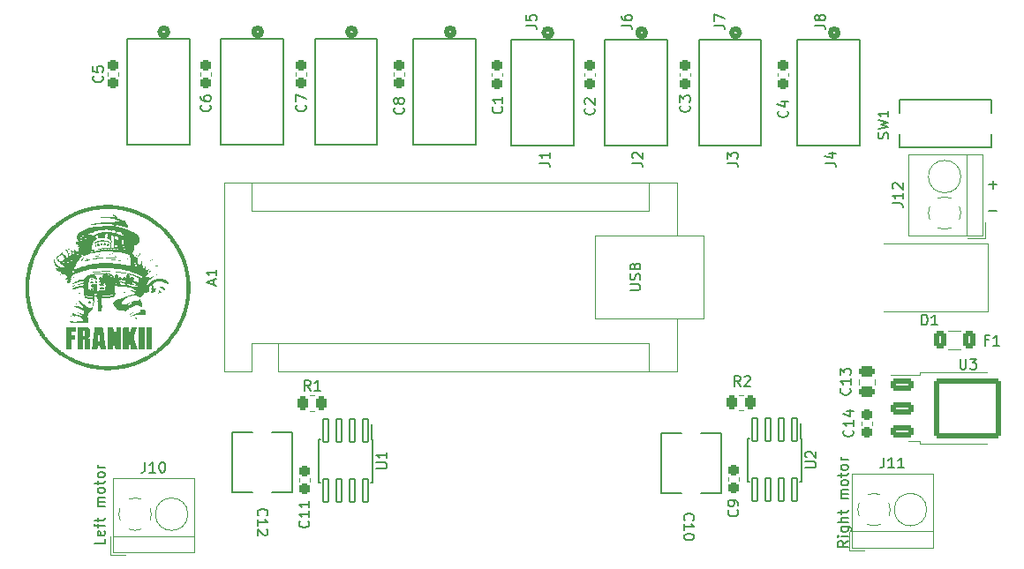
<source format=gto>
G04 #@! TF.GenerationSoftware,KiCad,Pcbnew,7.0.7*
G04 #@! TF.CreationDate,2024-05-14T17:55:04+07:00*
G04 #@! TF.ProjectId,frankii round 2,6672616e-6b69-4692-9072-6f756e642032,rev?*
G04 #@! TF.SameCoordinates,Original*
G04 #@! TF.FileFunction,Legend,Top*
G04 #@! TF.FilePolarity,Positive*
%FSLAX46Y46*%
G04 Gerber Fmt 4.6, Leading zero omitted, Abs format (unit mm)*
G04 Created by KiCad (PCBNEW 7.0.7) date 2024-05-14 17:55:04*
%MOMM*%
%LPD*%
G01*
G04 APERTURE LIST*
G04 Aperture macros list*
%AMRoundRect*
0 Rectangle with rounded corners*
0 $1 Rounding radius*
0 $2 $3 $4 $5 $6 $7 $8 $9 X,Y pos of 4 corners*
0 Add a 4 corners polygon primitive as box body*
4,1,4,$2,$3,$4,$5,$6,$7,$8,$9,$2,$3,0*
0 Add four circle primitives for the rounded corners*
1,1,$1+$1,$2,$3*
1,1,$1+$1,$4,$5*
1,1,$1+$1,$6,$7*
1,1,$1+$1,$8,$9*
0 Add four rect primitives between the rounded corners*
20,1,$1+$1,$2,$3,$4,$5,0*
20,1,$1+$1,$4,$5,$6,$7,0*
20,1,$1+$1,$6,$7,$8,$9,0*
20,1,$1+$1,$8,$9,$2,$3,0*%
%AMOutline4P*
0 Free polygon, 4 corners , with rotation*
0 The origin of the aperture is its center*
0 number of corners: always 4*
0 $1 to $8 corner X, Y*
0 $9 Rotation angle, in degrees counterclockwise*
0 create outline with 4 corners*
4,1,4,$1,$2,$3,$4,$5,$6,$7,$8,$1,$2,$9*%
G04 Aperture macros list end*
%ADD10C,0.150000*%
%ADD11C,0.300000*%
%ADD12C,0.120000*%
%ADD13C,0.152400*%
%ADD14C,0.508000*%
%ADD15R,2.400000X2.400000*%
%ADD16C,2.400000*%
%ADD17Outline4P,-2.150000X-1.800000X2.150000X-0.800000X2.150000X0.800000X-2.150000X1.800000X180.000000*%
%ADD18Outline4P,-2.150000X-1.800000X2.150000X-0.800000X2.150000X0.800000X-2.150000X1.800000X0.000000*%
%ADD19C,1.498600*%
%ADD20RoundRect,0.250000X-0.850000X-0.350000X0.850000X-0.350000X0.850000X0.350000X-0.850000X0.350000X0*%
%ADD21RoundRect,0.249997X-2.950003X-2.650003X2.950003X-2.650003X2.950003X2.650003X-2.950003X2.650003X0*%
%ADD22RoundRect,0.250000X-0.262500X-0.450000X0.262500X-0.450000X0.262500X0.450000X-0.262500X0.450000X0*%
%ADD23R,3.100000X2.400000*%
%ADD24RoundRect,0.070000X-0.250000X1.100000X-0.250000X-1.100000X0.250000X-1.100000X0.250000X1.100000X0*%
%ADD25C,0.770000*%
%ADD26RoundRect,0.237500X0.237500X-0.300000X0.237500X0.300000X-0.237500X0.300000X-0.237500X-0.300000X0*%
%ADD27C,1.780000*%
%ADD28R,1.600000X1.600000*%
%ADD29O,1.600000X1.600000*%
%ADD30R,1.295400X1.295400*%
%ADD31C,1.295400*%
%ADD32RoundRect,0.250000X0.375000X0.625000X-0.375000X0.625000X-0.375000X-0.625000X0.375000X-0.625000X0*%
%ADD33RoundRect,0.250000X0.262500X0.450000X-0.262500X0.450000X-0.262500X-0.450000X0.262500X-0.450000X0*%
%ADD34R,1.168400X2.616200*%
%ADD35RoundRect,0.250000X-0.475000X0.250000X-0.475000X-0.250000X0.475000X-0.250000X0.475000X0.250000X0*%
G04 APERTURE END LIST*
D10*
X207825819Y-102021792D02*
X207349628Y-102355125D01*
X207825819Y-102593220D02*
X206825819Y-102593220D01*
X206825819Y-102593220D02*
X206825819Y-102212268D01*
X206825819Y-102212268D02*
X206873438Y-102117030D01*
X206873438Y-102117030D02*
X206921057Y-102069411D01*
X206921057Y-102069411D02*
X207016295Y-102021792D01*
X207016295Y-102021792D02*
X207159152Y-102021792D01*
X207159152Y-102021792D02*
X207254390Y-102069411D01*
X207254390Y-102069411D02*
X207302009Y-102117030D01*
X207302009Y-102117030D02*
X207349628Y-102212268D01*
X207349628Y-102212268D02*
X207349628Y-102593220D01*
X207825819Y-101593220D02*
X207159152Y-101593220D01*
X206825819Y-101593220D02*
X206873438Y-101640839D01*
X206873438Y-101640839D02*
X206921057Y-101593220D01*
X206921057Y-101593220D02*
X206873438Y-101545601D01*
X206873438Y-101545601D02*
X206825819Y-101593220D01*
X206825819Y-101593220D02*
X206921057Y-101593220D01*
X207159152Y-100688459D02*
X207968676Y-100688459D01*
X207968676Y-100688459D02*
X208063914Y-100736078D01*
X208063914Y-100736078D02*
X208111533Y-100783697D01*
X208111533Y-100783697D02*
X208159152Y-100878935D01*
X208159152Y-100878935D02*
X208159152Y-101021792D01*
X208159152Y-101021792D02*
X208111533Y-101117030D01*
X207778200Y-100688459D02*
X207825819Y-100783697D01*
X207825819Y-100783697D02*
X207825819Y-100974173D01*
X207825819Y-100974173D02*
X207778200Y-101069411D01*
X207778200Y-101069411D02*
X207730580Y-101117030D01*
X207730580Y-101117030D02*
X207635342Y-101164649D01*
X207635342Y-101164649D02*
X207349628Y-101164649D01*
X207349628Y-101164649D02*
X207254390Y-101117030D01*
X207254390Y-101117030D02*
X207206771Y-101069411D01*
X207206771Y-101069411D02*
X207159152Y-100974173D01*
X207159152Y-100974173D02*
X207159152Y-100783697D01*
X207159152Y-100783697D02*
X207206771Y-100688459D01*
X207825819Y-100212268D02*
X206825819Y-100212268D01*
X207825819Y-99783697D02*
X207302009Y-99783697D01*
X207302009Y-99783697D02*
X207206771Y-99831316D01*
X207206771Y-99831316D02*
X207159152Y-99926554D01*
X207159152Y-99926554D02*
X207159152Y-100069411D01*
X207159152Y-100069411D02*
X207206771Y-100164649D01*
X207206771Y-100164649D02*
X207254390Y-100212268D01*
X207159152Y-99450363D02*
X207159152Y-99069411D01*
X206825819Y-99307506D02*
X207682961Y-99307506D01*
X207682961Y-99307506D02*
X207778200Y-99259887D01*
X207778200Y-99259887D02*
X207825819Y-99164649D01*
X207825819Y-99164649D02*
X207825819Y-99069411D01*
X207825819Y-97974172D02*
X207159152Y-97974172D01*
X207254390Y-97974172D02*
X207206771Y-97926553D01*
X207206771Y-97926553D02*
X207159152Y-97831315D01*
X207159152Y-97831315D02*
X207159152Y-97688458D01*
X207159152Y-97688458D02*
X207206771Y-97593220D01*
X207206771Y-97593220D02*
X207302009Y-97545601D01*
X207302009Y-97545601D02*
X207825819Y-97545601D01*
X207302009Y-97545601D02*
X207206771Y-97497982D01*
X207206771Y-97497982D02*
X207159152Y-97402744D01*
X207159152Y-97402744D02*
X207159152Y-97259887D01*
X207159152Y-97259887D02*
X207206771Y-97164648D01*
X207206771Y-97164648D02*
X207302009Y-97117029D01*
X207302009Y-97117029D02*
X207825819Y-97117029D01*
X207825819Y-96497982D02*
X207778200Y-96593220D01*
X207778200Y-96593220D02*
X207730580Y-96640839D01*
X207730580Y-96640839D02*
X207635342Y-96688458D01*
X207635342Y-96688458D02*
X207349628Y-96688458D01*
X207349628Y-96688458D02*
X207254390Y-96640839D01*
X207254390Y-96640839D02*
X207206771Y-96593220D01*
X207206771Y-96593220D02*
X207159152Y-96497982D01*
X207159152Y-96497982D02*
X207159152Y-96355125D01*
X207159152Y-96355125D02*
X207206771Y-96259887D01*
X207206771Y-96259887D02*
X207254390Y-96212268D01*
X207254390Y-96212268D02*
X207349628Y-96164649D01*
X207349628Y-96164649D02*
X207635342Y-96164649D01*
X207635342Y-96164649D02*
X207730580Y-96212268D01*
X207730580Y-96212268D02*
X207778200Y-96259887D01*
X207778200Y-96259887D02*
X207825819Y-96355125D01*
X207825819Y-96355125D02*
X207825819Y-96497982D01*
X207159152Y-95878934D02*
X207159152Y-95497982D01*
X206825819Y-95736077D02*
X207682961Y-95736077D01*
X207682961Y-95736077D02*
X207778200Y-95688458D01*
X207778200Y-95688458D02*
X207825819Y-95593220D01*
X207825819Y-95593220D02*
X207825819Y-95497982D01*
X207825819Y-95021791D02*
X207778200Y-95117029D01*
X207778200Y-95117029D02*
X207730580Y-95164648D01*
X207730580Y-95164648D02*
X207635342Y-95212267D01*
X207635342Y-95212267D02*
X207349628Y-95212267D01*
X207349628Y-95212267D02*
X207254390Y-95164648D01*
X207254390Y-95164648D02*
X207206771Y-95117029D01*
X207206771Y-95117029D02*
X207159152Y-95021791D01*
X207159152Y-95021791D02*
X207159152Y-94878934D01*
X207159152Y-94878934D02*
X207206771Y-94783696D01*
X207206771Y-94783696D02*
X207254390Y-94736077D01*
X207254390Y-94736077D02*
X207349628Y-94688458D01*
X207349628Y-94688458D02*
X207635342Y-94688458D01*
X207635342Y-94688458D02*
X207730580Y-94736077D01*
X207730580Y-94736077D02*
X207778200Y-94783696D01*
X207778200Y-94783696D02*
X207825819Y-94878934D01*
X207825819Y-94878934D02*
X207825819Y-95021791D01*
X207825819Y-94259886D02*
X207159152Y-94259886D01*
X207349628Y-94259886D02*
X207254390Y-94212267D01*
X207254390Y-94212267D02*
X207206771Y-94164648D01*
X207206771Y-94164648D02*
X207159152Y-94069410D01*
X207159152Y-94069410D02*
X207159152Y-93974172D01*
X221316779Y-67814866D02*
X222078684Y-67814866D01*
X221697731Y-68195819D02*
X221697731Y-67433914D01*
X221316779Y-70354866D02*
X222078684Y-70354866D01*
X136521819Y-101803030D02*
X136521819Y-102279220D01*
X136521819Y-102279220D02*
X135521819Y-102279220D01*
X136474200Y-101088744D02*
X136521819Y-101183982D01*
X136521819Y-101183982D02*
X136521819Y-101374458D01*
X136521819Y-101374458D02*
X136474200Y-101469696D01*
X136474200Y-101469696D02*
X136378961Y-101517315D01*
X136378961Y-101517315D02*
X135998009Y-101517315D01*
X135998009Y-101517315D02*
X135902771Y-101469696D01*
X135902771Y-101469696D02*
X135855152Y-101374458D01*
X135855152Y-101374458D02*
X135855152Y-101183982D01*
X135855152Y-101183982D02*
X135902771Y-101088744D01*
X135902771Y-101088744D02*
X135998009Y-101041125D01*
X135998009Y-101041125D02*
X136093247Y-101041125D01*
X136093247Y-101041125D02*
X136188485Y-101517315D01*
X135855152Y-100755410D02*
X135855152Y-100374458D01*
X136521819Y-100612553D02*
X135664676Y-100612553D01*
X135664676Y-100612553D02*
X135569438Y-100564934D01*
X135569438Y-100564934D02*
X135521819Y-100469696D01*
X135521819Y-100469696D02*
X135521819Y-100374458D01*
X135855152Y-100183981D02*
X135855152Y-99803029D01*
X135521819Y-100041124D02*
X136378961Y-100041124D01*
X136378961Y-100041124D02*
X136474200Y-99993505D01*
X136474200Y-99993505D02*
X136521819Y-99898267D01*
X136521819Y-99898267D02*
X136521819Y-99803029D01*
X136521819Y-98707790D02*
X135855152Y-98707790D01*
X135950390Y-98707790D02*
X135902771Y-98660171D01*
X135902771Y-98660171D02*
X135855152Y-98564933D01*
X135855152Y-98564933D02*
X135855152Y-98422076D01*
X135855152Y-98422076D02*
X135902771Y-98326838D01*
X135902771Y-98326838D02*
X135998009Y-98279219D01*
X135998009Y-98279219D02*
X136521819Y-98279219D01*
X135998009Y-98279219D02*
X135902771Y-98231600D01*
X135902771Y-98231600D02*
X135855152Y-98136362D01*
X135855152Y-98136362D02*
X135855152Y-97993505D01*
X135855152Y-97993505D02*
X135902771Y-97898266D01*
X135902771Y-97898266D02*
X135998009Y-97850647D01*
X135998009Y-97850647D02*
X136521819Y-97850647D01*
X136521819Y-97231600D02*
X136474200Y-97326838D01*
X136474200Y-97326838D02*
X136426580Y-97374457D01*
X136426580Y-97374457D02*
X136331342Y-97422076D01*
X136331342Y-97422076D02*
X136045628Y-97422076D01*
X136045628Y-97422076D02*
X135950390Y-97374457D01*
X135950390Y-97374457D02*
X135902771Y-97326838D01*
X135902771Y-97326838D02*
X135855152Y-97231600D01*
X135855152Y-97231600D02*
X135855152Y-97088743D01*
X135855152Y-97088743D02*
X135902771Y-96993505D01*
X135902771Y-96993505D02*
X135950390Y-96945886D01*
X135950390Y-96945886D02*
X136045628Y-96898267D01*
X136045628Y-96898267D02*
X136331342Y-96898267D01*
X136331342Y-96898267D02*
X136426580Y-96945886D01*
X136426580Y-96945886D02*
X136474200Y-96993505D01*
X136474200Y-96993505D02*
X136521819Y-97088743D01*
X136521819Y-97088743D02*
X136521819Y-97231600D01*
X135855152Y-96612552D02*
X135855152Y-96231600D01*
X135521819Y-96469695D02*
X136378961Y-96469695D01*
X136378961Y-96469695D02*
X136474200Y-96422076D01*
X136474200Y-96422076D02*
X136521819Y-96326838D01*
X136521819Y-96326838D02*
X136521819Y-96231600D01*
X136521819Y-95755409D02*
X136474200Y-95850647D01*
X136474200Y-95850647D02*
X136426580Y-95898266D01*
X136426580Y-95898266D02*
X136331342Y-95945885D01*
X136331342Y-95945885D02*
X136045628Y-95945885D01*
X136045628Y-95945885D02*
X135950390Y-95898266D01*
X135950390Y-95898266D02*
X135902771Y-95850647D01*
X135902771Y-95850647D02*
X135855152Y-95755409D01*
X135855152Y-95755409D02*
X135855152Y-95612552D01*
X135855152Y-95612552D02*
X135902771Y-95517314D01*
X135902771Y-95517314D02*
X135950390Y-95469695D01*
X135950390Y-95469695D02*
X136045628Y-95422076D01*
X136045628Y-95422076D02*
X136331342Y-95422076D01*
X136331342Y-95422076D02*
X136426580Y-95469695D01*
X136426580Y-95469695D02*
X136474200Y-95517314D01*
X136474200Y-95517314D02*
X136521819Y-95612552D01*
X136521819Y-95612552D02*
X136521819Y-95755409D01*
X136521819Y-94993504D02*
X135855152Y-94993504D01*
X136045628Y-94993504D02*
X135950390Y-94945885D01*
X135950390Y-94945885D02*
X135902771Y-94898266D01*
X135902771Y-94898266D02*
X135855152Y-94803028D01*
X135855152Y-94803028D02*
X135855152Y-94707790D01*
D11*
X135584572Y-76719757D02*
X135441715Y-76648328D01*
X135441715Y-76648328D02*
X135227429Y-76648328D01*
X135227429Y-76648328D02*
X135013143Y-76719757D01*
X135013143Y-76719757D02*
X134870286Y-76862614D01*
X134870286Y-76862614D02*
X134798857Y-77005471D01*
X134798857Y-77005471D02*
X134727429Y-77291185D01*
X134727429Y-77291185D02*
X134727429Y-77505471D01*
X134727429Y-77505471D02*
X134798857Y-77791185D01*
X134798857Y-77791185D02*
X134870286Y-77934042D01*
X134870286Y-77934042D02*
X135013143Y-78076900D01*
X135013143Y-78076900D02*
X135227429Y-78148328D01*
X135227429Y-78148328D02*
X135370286Y-78148328D01*
X135370286Y-78148328D02*
X135584572Y-78076900D01*
X135584572Y-78076900D02*
X135656000Y-78005471D01*
X135656000Y-78005471D02*
X135656000Y-77505471D01*
X135656000Y-77505471D02*
X135370286Y-77505471D01*
X136513143Y-76648328D02*
X136513143Y-77005471D01*
X136156000Y-76862614D02*
X136513143Y-77005471D01*
X136513143Y-77005471D02*
X136870286Y-76862614D01*
X136298857Y-77291185D02*
X136513143Y-77005471D01*
X136513143Y-77005471D02*
X136727429Y-77291185D01*
X137656000Y-76648328D02*
X137656000Y-77005471D01*
X137298857Y-76862614D02*
X137656000Y-77005471D01*
X137656000Y-77005471D02*
X138013143Y-76862614D01*
X137441714Y-77291185D02*
X137656000Y-77005471D01*
X137656000Y-77005471D02*
X137870286Y-77291185D01*
X138798857Y-76648328D02*
X138798857Y-77005471D01*
X138441714Y-76862614D02*
X138798857Y-77005471D01*
X138798857Y-77005471D02*
X139156000Y-76862614D01*
X138584571Y-77291185D02*
X138798857Y-77005471D01*
X138798857Y-77005471D02*
X139013143Y-77291185D01*
D10*
X140386476Y-94454819D02*
X140386476Y-95169104D01*
X140386476Y-95169104D02*
X140338857Y-95311961D01*
X140338857Y-95311961D02*
X140243619Y-95407200D01*
X140243619Y-95407200D02*
X140100762Y-95454819D01*
X140100762Y-95454819D02*
X140005524Y-95454819D01*
X141386476Y-95454819D02*
X140815048Y-95454819D01*
X141100762Y-95454819D02*
X141100762Y-94454819D01*
X141100762Y-94454819D02*
X141005524Y-94597676D01*
X141005524Y-94597676D02*
X140910286Y-94692914D01*
X140910286Y-94692914D02*
X140815048Y-94740533D01*
X142005524Y-94454819D02*
X142100762Y-94454819D01*
X142100762Y-94454819D02*
X142196000Y-94502438D01*
X142196000Y-94502438D02*
X142243619Y-94550057D01*
X142243619Y-94550057D02*
X142291238Y-94645295D01*
X142291238Y-94645295D02*
X142338857Y-94835771D01*
X142338857Y-94835771D02*
X142338857Y-95073866D01*
X142338857Y-95073866D02*
X142291238Y-95264342D01*
X142291238Y-95264342D02*
X142243619Y-95359580D01*
X142243619Y-95359580D02*
X142196000Y-95407200D01*
X142196000Y-95407200D02*
X142100762Y-95454819D01*
X142100762Y-95454819D02*
X142005524Y-95454819D01*
X142005524Y-95454819D02*
X141910286Y-95407200D01*
X141910286Y-95407200D02*
X141862667Y-95359580D01*
X141862667Y-95359580D02*
X141815048Y-95264342D01*
X141815048Y-95264342D02*
X141767429Y-95073866D01*
X141767429Y-95073866D02*
X141767429Y-94835771D01*
X141767429Y-94835771D02*
X141815048Y-94645295D01*
X141815048Y-94645295D02*
X141862667Y-94550057D01*
X141862667Y-94550057D02*
X141910286Y-94502438D01*
X141910286Y-94502438D02*
X142005524Y-94454819D01*
X214887905Y-81300819D02*
X214887905Y-80300819D01*
X214887905Y-80300819D02*
X215126000Y-80300819D01*
X215126000Y-80300819D02*
X215268857Y-80348438D01*
X215268857Y-80348438D02*
X215364095Y-80443676D01*
X215364095Y-80443676D02*
X215411714Y-80538914D01*
X215411714Y-80538914D02*
X215459333Y-80729390D01*
X215459333Y-80729390D02*
X215459333Y-80872247D01*
X215459333Y-80872247D02*
X215411714Y-81062723D01*
X215411714Y-81062723D02*
X215364095Y-81157961D01*
X215364095Y-81157961D02*
X215268857Y-81253200D01*
X215268857Y-81253200D02*
X215126000Y-81300819D01*
X215126000Y-81300819D02*
X214887905Y-81300819D01*
X216411714Y-81300819D02*
X215840286Y-81300819D01*
X216126000Y-81300819D02*
X216126000Y-80300819D01*
X216126000Y-80300819D02*
X216030762Y-80443676D01*
X216030762Y-80443676D02*
X215935524Y-80538914D01*
X215935524Y-80538914D02*
X215840286Y-80586533D01*
X186092819Y-52527933D02*
X186807104Y-52527933D01*
X186807104Y-52527933D02*
X186949961Y-52575552D01*
X186949961Y-52575552D02*
X187045200Y-52670790D01*
X187045200Y-52670790D02*
X187092819Y-52813647D01*
X187092819Y-52813647D02*
X187092819Y-52908885D01*
X186092819Y-51623171D02*
X186092819Y-51813647D01*
X186092819Y-51813647D02*
X186140438Y-51908885D01*
X186140438Y-51908885D02*
X186188057Y-51956504D01*
X186188057Y-51956504D02*
X186330914Y-52051742D01*
X186330914Y-52051742D02*
X186521390Y-52099361D01*
X186521390Y-52099361D02*
X186902342Y-52099361D01*
X186902342Y-52099361D02*
X186997580Y-52051742D01*
X186997580Y-52051742D02*
X187045200Y-52004123D01*
X187045200Y-52004123D02*
X187092819Y-51908885D01*
X187092819Y-51908885D02*
X187092819Y-51718409D01*
X187092819Y-51718409D02*
X187045200Y-51623171D01*
X187045200Y-51623171D02*
X186997580Y-51575552D01*
X186997580Y-51575552D02*
X186902342Y-51527933D01*
X186902342Y-51527933D02*
X186664247Y-51527933D01*
X186664247Y-51527933D02*
X186569009Y-51575552D01*
X186569009Y-51575552D02*
X186521390Y-51623171D01*
X186521390Y-51623171D02*
X186473771Y-51718409D01*
X186473771Y-51718409D02*
X186473771Y-51908885D01*
X186473771Y-51908885D02*
X186521390Y-52004123D01*
X186521390Y-52004123D02*
X186569009Y-52051742D01*
X186569009Y-52051742D02*
X186664247Y-52099361D01*
X218574095Y-84544819D02*
X218574095Y-85354342D01*
X218574095Y-85354342D02*
X218621714Y-85449580D01*
X218621714Y-85449580D02*
X218669333Y-85497200D01*
X218669333Y-85497200D02*
X218764571Y-85544819D01*
X218764571Y-85544819D02*
X218955047Y-85544819D01*
X218955047Y-85544819D02*
X219050285Y-85497200D01*
X219050285Y-85497200D02*
X219097904Y-85449580D01*
X219097904Y-85449580D02*
X219145523Y-85354342D01*
X219145523Y-85354342D02*
X219145523Y-84544819D01*
X219526476Y-84544819D02*
X220145523Y-84544819D01*
X220145523Y-84544819D02*
X219812190Y-84925771D01*
X219812190Y-84925771D02*
X219955047Y-84925771D01*
X219955047Y-84925771D02*
X220050285Y-84973390D01*
X220050285Y-84973390D02*
X220097904Y-85021009D01*
X220097904Y-85021009D02*
X220145523Y-85116247D01*
X220145523Y-85116247D02*
X220145523Y-85354342D01*
X220145523Y-85354342D02*
X220097904Y-85449580D01*
X220097904Y-85449580D02*
X220050285Y-85497200D01*
X220050285Y-85497200D02*
X219955047Y-85544819D01*
X219955047Y-85544819D02*
X219669333Y-85544819D01*
X219669333Y-85544819D02*
X219574095Y-85497200D01*
X219574095Y-85497200D02*
X219526476Y-85449580D01*
X205650819Y-65735933D02*
X206365104Y-65735933D01*
X206365104Y-65735933D02*
X206507961Y-65783552D01*
X206507961Y-65783552D02*
X206603200Y-65878790D01*
X206603200Y-65878790D02*
X206650819Y-66021647D01*
X206650819Y-66021647D02*
X206650819Y-66116885D01*
X205984152Y-64831171D02*
X206650819Y-64831171D01*
X205603200Y-65069266D02*
X206317485Y-65307361D01*
X206317485Y-65307361D02*
X206317485Y-64688314D01*
X156265334Y-87612819D02*
X155932001Y-87136628D01*
X155693906Y-87612819D02*
X155693906Y-86612819D01*
X155693906Y-86612819D02*
X156074858Y-86612819D01*
X156074858Y-86612819D02*
X156170096Y-86660438D01*
X156170096Y-86660438D02*
X156217715Y-86708057D01*
X156217715Y-86708057D02*
X156265334Y-86803295D01*
X156265334Y-86803295D02*
X156265334Y-86946152D01*
X156265334Y-86946152D02*
X156217715Y-87041390D01*
X156217715Y-87041390D02*
X156170096Y-87089009D01*
X156170096Y-87089009D02*
X156074858Y-87136628D01*
X156074858Y-87136628D02*
X155693906Y-87136628D01*
X157217715Y-87612819D02*
X156646287Y-87612819D01*
X156932001Y-87612819D02*
X156932001Y-86612819D01*
X156932001Y-86612819D02*
X156836763Y-86755676D01*
X156836763Y-86755676D02*
X156741525Y-86850914D01*
X156741525Y-86850914D02*
X156646287Y-86898533D01*
X203741819Y-95003804D02*
X204551342Y-95003804D01*
X204551342Y-95003804D02*
X204646580Y-94956185D01*
X204646580Y-94956185D02*
X204694200Y-94908566D01*
X204694200Y-94908566D02*
X204741819Y-94813328D01*
X204741819Y-94813328D02*
X204741819Y-94622852D01*
X204741819Y-94622852D02*
X204694200Y-94527614D01*
X204694200Y-94527614D02*
X204646580Y-94479995D01*
X204646580Y-94479995D02*
X204551342Y-94432376D01*
X204551342Y-94432376D02*
X203741819Y-94432376D01*
X203837057Y-94003804D02*
X203789438Y-93956185D01*
X203789438Y-93956185D02*
X203741819Y-93860947D01*
X203741819Y-93860947D02*
X203741819Y-93622852D01*
X203741819Y-93622852D02*
X203789438Y-93527614D01*
X203789438Y-93527614D02*
X203837057Y-93479995D01*
X203837057Y-93479995D02*
X203932295Y-93432376D01*
X203932295Y-93432376D02*
X204027533Y-93432376D01*
X204027533Y-93432376D02*
X204170390Y-93479995D01*
X204170390Y-93479995D02*
X204741819Y-94051423D01*
X204741819Y-94051423D02*
X204741819Y-93432376D01*
X176948819Y-52527933D02*
X177663104Y-52527933D01*
X177663104Y-52527933D02*
X177805961Y-52575552D01*
X177805961Y-52575552D02*
X177901200Y-52670790D01*
X177901200Y-52670790D02*
X177948819Y-52813647D01*
X177948819Y-52813647D02*
X177948819Y-52908885D01*
X176948819Y-51575552D02*
X176948819Y-52051742D01*
X176948819Y-52051742D02*
X177425009Y-52099361D01*
X177425009Y-52099361D02*
X177377390Y-52051742D01*
X177377390Y-52051742D02*
X177329771Y-51956504D01*
X177329771Y-51956504D02*
X177329771Y-51718409D01*
X177329771Y-51718409D02*
X177377390Y-51623171D01*
X177377390Y-51623171D02*
X177425009Y-51575552D01*
X177425009Y-51575552D02*
X177520247Y-51527933D01*
X177520247Y-51527933D02*
X177758342Y-51527933D01*
X177758342Y-51527933D02*
X177853580Y-51575552D01*
X177853580Y-51575552D02*
X177901200Y-51623171D01*
X177901200Y-51623171D02*
X177948819Y-51718409D01*
X177948819Y-51718409D02*
X177948819Y-51956504D01*
X177948819Y-51956504D02*
X177901200Y-52051742D01*
X177901200Y-52051742D02*
X177853580Y-52099361D01*
X194982819Y-52527933D02*
X195697104Y-52527933D01*
X195697104Y-52527933D02*
X195839961Y-52575552D01*
X195839961Y-52575552D02*
X195935200Y-52670790D01*
X195935200Y-52670790D02*
X195982819Y-52813647D01*
X195982819Y-52813647D02*
X195982819Y-52908885D01*
X194982819Y-52146980D02*
X194982819Y-51480314D01*
X194982819Y-51480314D02*
X195982819Y-51908885D01*
X146611580Y-60201266D02*
X146659200Y-60248885D01*
X146659200Y-60248885D02*
X146706819Y-60391742D01*
X146706819Y-60391742D02*
X146706819Y-60486980D01*
X146706819Y-60486980D02*
X146659200Y-60629837D01*
X146659200Y-60629837D02*
X146563961Y-60725075D01*
X146563961Y-60725075D02*
X146468723Y-60772694D01*
X146468723Y-60772694D02*
X146278247Y-60820313D01*
X146278247Y-60820313D02*
X146135390Y-60820313D01*
X146135390Y-60820313D02*
X145944914Y-60772694D01*
X145944914Y-60772694D02*
X145849676Y-60725075D01*
X145849676Y-60725075D02*
X145754438Y-60629837D01*
X145754438Y-60629837D02*
X145706819Y-60486980D01*
X145706819Y-60486980D02*
X145706819Y-60391742D01*
X145706819Y-60391742D02*
X145754438Y-60248885D01*
X145754438Y-60248885D02*
X145802057Y-60201266D01*
X145706819Y-59344123D02*
X145706819Y-59534599D01*
X145706819Y-59534599D02*
X145754438Y-59629837D01*
X145754438Y-59629837D02*
X145802057Y-59677456D01*
X145802057Y-59677456D02*
X145944914Y-59772694D01*
X145944914Y-59772694D02*
X146135390Y-59820313D01*
X146135390Y-59820313D02*
X146516342Y-59820313D01*
X146516342Y-59820313D02*
X146611580Y-59772694D01*
X146611580Y-59772694D02*
X146659200Y-59725075D01*
X146659200Y-59725075D02*
X146706819Y-59629837D01*
X146706819Y-59629837D02*
X146706819Y-59439361D01*
X146706819Y-59439361D02*
X146659200Y-59344123D01*
X146659200Y-59344123D02*
X146611580Y-59296504D01*
X146611580Y-59296504D02*
X146516342Y-59248885D01*
X146516342Y-59248885D02*
X146278247Y-59248885D01*
X146278247Y-59248885D02*
X146183009Y-59296504D01*
X146183009Y-59296504D02*
X146135390Y-59344123D01*
X146135390Y-59344123D02*
X146087771Y-59439361D01*
X146087771Y-59439361D02*
X146087771Y-59629837D01*
X146087771Y-59629837D02*
X146135390Y-59725075D01*
X146135390Y-59725075D02*
X146183009Y-59772694D01*
X146183009Y-59772694D02*
X146278247Y-59820313D01*
X146981104Y-77412285D02*
X146981104Y-76936095D01*
X147266819Y-77507523D02*
X146266819Y-77174190D01*
X146266819Y-77174190D02*
X147266819Y-76840857D01*
X147266819Y-75983714D02*
X147266819Y-76555142D01*
X147266819Y-76269428D02*
X146266819Y-76269428D01*
X146266819Y-76269428D02*
X146409676Y-76364666D01*
X146409676Y-76364666D02*
X146504914Y-76459904D01*
X146504914Y-76459904D02*
X146552533Y-76555142D01*
X186906819Y-77959904D02*
X187716342Y-77959904D01*
X187716342Y-77959904D02*
X187811580Y-77912285D01*
X187811580Y-77912285D02*
X187859200Y-77864666D01*
X187859200Y-77864666D02*
X187906819Y-77769428D01*
X187906819Y-77769428D02*
X187906819Y-77578952D01*
X187906819Y-77578952D02*
X187859200Y-77483714D01*
X187859200Y-77483714D02*
X187811580Y-77436095D01*
X187811580Y-77436095D02*
X187716342Y-77388476D01*
X187716342Y-77388476D02*
X186906819Y-77388476D01*
X187859200Y-76959904D02*
X187906819Y-76817047D01*
X187906819Y-76817047D02*
X187906819Y-76578952D01*
X187906819Y-76578952D02*
X187859200Y-76483714D01*
X187859200Y-76483714D02*
X187811580Y-76436095D01*
X187811580Y-76436095D02*
X187716342Y-76388476D01*
X187716342Y-76388476D02*
X187621104Y-76388476D01*
X187621104Y-76388476D02*
X187525866Y-76436095D01*
X187525866Y-76436095D02*
X187478247Y-76483714D01*
X187478247Y-76483714D02*
X187430628Y-76578952D01*
X187430628Y-76578952D02*
X187383009Y-76769428D01*
X187383009Y-76769428D02*
X187335390Y-76864666D01*
X187335390Y-76864666D02*
X187287771Y-76912285D01*
X187287771Y-76912285D02*
X187192533Y-76959904D01*
X187192533Y-76959904D02*
X187097295Y-76959904D01*
X187097295Y-76959904D02*
X187002057Y-76912285D01*
X187002057Y-76912285D02*
X186954438Y-76864666D01*
X186954438Y-76864666D02*
X186906819Y-76769428D01*
X186906819Y-76769428D02*
X186906819Y-76531333D01*
X186906819Y-76531333D02*
X186954438Y-76388476D01*
X187383009Y-75626571D02*
X187430628Y-75483714D01*
X187430628Y-75483714D02*
X187478247Y-75436095D01*
X187478247Y-75436095D02*
X187573485Y-75388476D01*
X187573485Y-75388476D02*
X187716342Y-75388476D01*
X187716342Y-75388476D02*
X187811580Y-75436095D01*
X187811580Y-75436095D02*
X187859200Y-75483714D01*
X187859200Y-75483714D02*
X187906819Y-75578952D01*
X187906819Y-75578952D02*
X187906819Y-75959904D01*
X187906819Y-75959904D02*
X186906819Y-75959904D01*
X186906819Y-75959904D02*
X186906819Y-75626571D01*
X186906819Y-75626571D02*
X186954438Y-75531333D01*
X186954438Y-75531333D02*
X187002057Y-75483714D01*
X187002057Y-75483714D02*
X187097295Y-75436095D01*
X187097295Y-75436095D02*
X187192533Y-75436095D01*
X187192533Y-75436095D02*
X187287771Y-75483714D01*
X187287771Y-75483714D02*
X187335390Y-75531333D01*
X187335390Y-75531333D02*
X187383009Y-75626571D01*
X187383009Y-75626571D02*
X187383009Y-75959904D01*
X211651201Y-63413332D02*
X211698820Y-63270475D01*
X211698820Y-63270475D02*
X211698820Y-63032380D01*
X211698820Y-63032380D02*
X211651201Y-62937142D01*
X211651201Y-62937142D02*
X211603581Y-62889523D01*
X211603581Y-62889523D02*
X211508343Y-62841904D01*
X211508343Y-62841904D02*
X211413105Y-62841904D01*
X211413105Y-62841904D02*
X211317867Y-62889523D01*
X211317867Y-62889523D02*
X211270248Y-62937142D01*
X211270248Y-62937142D02*
X211222629Y-63032380D01*
X211222629Y-63032380D02*
X211175010Y-63222856D01*
X211175010Y-63222856D02*
X211127391Y-63318094D01*
X211127391Y-63318094D02*
X211079772Y-63365713D01*
X211079772Y-63365713D02*
X210984534Y-63413332D01*
X210984534Y-63413332D02*
X210889296Y-63413332D01*
X210889296Y-63413332D02*
X210794058Y-63365713D01*
X210794058Y-63365713D02*
X210746439Y-63318094D01*
X210746439Y-63318094D02*
X210698820Y-63222856D01*
X210698820Y-63222856D02*
X210698820Y-62984761D01*
X210698820Y-62984761D02*
X210746439Y-62841904D01*
X210698820Y-62508570D02*
X211698820Y-62270475D01*
X211698820Y-62270475D02*
X210984534Y-62079999D01*
X210984534Y-62079999D02*
X211698820Y-61889523D01*
X211698820Y-61889523D02*
X210698820Y-61651428D01*
X211698820Y-60746666D02*
X211698820Y-61318094D01*
X211698820Y-61032380D02*
X210698820Y-61032380D01*
X210698820Y-61032380D02*
X210841677Y-61127618D01*
X210841677Y-61127618D02*
X210936915Y-61222856D01*
X210936915Y-61222856D02*
X210984534Y-61318094D01*
X178218819Y-65735933D02*
X178933104Y-65735933D01*
X178933104Y-65735933D02*
X179075961Y-65783552D01*
X179075961Y-65783552D02*
X179171200Y-65878790D01*
X179171200Y-65878790D02*
X179218819Y-66021647D01*
X179218819Y-66021647D02*
X179218819Y-66116885D01*
X179218819Y-64735933D02*
X179218819Y-65307361D01*
X179218819Y-65021647D02*
X178218819Y-65021647D01*
X178218819Y-65021647D02*
X178361676Y-65116885D01*
X178361676Y-65116885D02*
X178456914Y-65212123D01*
X178456914Y-65212123D02*
X178504533Y-65307361D01*
X201983581Y-60743266D02*
X202031201Y-60790885D01*
X202031201Y-60790885D02*
X202078820Y-60933742D01*
X202078820Y-60933742D02*
X202078820Y-61028980D01*
X202078820Y-61028980D02*
X202031201Y-61171837D01*
X202031201Y-61171837D02*
X201935962Y-61267075D01*
X201935962Y-61267075D02*
X201840724Y-61314694D01*
X201840724Y-61314694D02*
X201650248Y-61362313D01*
X201650248Y-61362313D02*
X201507391Y-61362313D01*
X201507391Y-61362313D02*
X201316915Y-61314694D01*
X201316915Y-61314694D02*
X201221677Y-61267075D01*
X201221677Y-61267075D02*
X201126439Y-61171837D01*
X201126439Y-61171837D02*
X201078820Y-61028980D01*
X201078820Y-61028980D02*
X201078820Y-60933742D01*
X201078820Y-60933742D02*
X201126439Y-60790885D01*
X201126439Y-60790885D02*
X201174058Y-60743266D01*
X201412153Y-59886123D02*
X202078820Y-59886123D01*
X201031201Y-60124218D02*
X201745486Y-60362313D01*
X201745486Y-60362313D02*
X201745486Y-59743266D01*
X197209580Y-99061566D02*
X197257200Y-99109185D01*
X197257200Y-99109185D02*
X197304819Y-99252042D01*
X197304819Y-99252042D02*
X197304819Y-99347280D01*
X197304819Y-99347280D02*
X197257200Y-99490137D01*
X197257200Y-99490137D02*
X197161961Y-99585375D01*
X197161961Y-99585375D02*
X197066723Y-99632994D01*
X197066723Y-99632994D02*
X196876247Y-99680613D01*
X196876247Y-99680613D02*
X196733390Y-99680613D01*
X196733390Y-99680613D02*
X196542914Y-99632994D01*
X196542914Y-99632994D02*
X196447676Y-99585375D01*
X196447676Y-99585375D02*
X196352438Y-99490137D01*
X196352438Y-99490137D02*
X196304819Y-99347280D01*
X196304819Y-99347280D02*
X196304819Y-99252042D01*
X196304819Y-99252042D02*
X196352438Y-99109185D01*
X196352438Y-99109185D02*
X196400057Y-99061566D01*
X197304819Y-98585375D02*
X197304819Y-98394899D01*
X197304819Y-98394899D02*
X197257200Y-98299661D01*
X197257200Y-98299661D02*
X197209580Y-98252042D01*
X197209580Y-98252042D02*
X197066723Y-98156804D01*
X197066723Y-98156804D02*
X196876247Y-98109185D01*
X196876247Y-98109185D02*
X196495295Y-98109185D01*
X196495295Y-98109185D02*
X196400057Y-98156804D01*
X196400057Y-98156804D02*
X196352438Y-98204423D01*
X196352438Y-98204423D02*
X196304819Y-98299661D01*
X196304819Y-98299661D02*
X196304819Y-98490137D01*
X196304819Y-98490137D02*
X196352438Y-98585375D01*
X196352438Y-98585375D02*
X196400057Y-98632994D01*
X196400057Y-98632994D02*
X196495295Y-98680613D01*
X196495295Y-98680613D02*
X196733390Y-98680613D01*
X196733390Y-98680613D02*
X196828628Y-98632994D01*
X196828628Y-98632994D02*
X196876247Y-98585375D01*
X196876247Y-98585375D02*
X196923866Y-98490137D01*
X196923866Y-98490137D02*
X196923866Y-98299661D01*
X196923866Y-98299661D02*
X196876247Y-98204423D01*
X196876247Y-98204423D02*
X196828628Y-98156804D01*
X196828628Y-98156804D02*
X196733390Y-98109185D01*
X208265580Y-91388857D02*
X208313200Y-91436476D01*
X208313200Y-91436476D02*
X208360819Y-91579333D01*
X208360819Y-91579333D02*
X208360819Y-91674571D01*
X208360819Y-91674571D02*
X208313200Y-91817428D01*
X208313200Y-91817428D02*
X208217961Y-91912666D01*
X208217961Y-91912666D02*
X208122723Y-91960285D01*
X208122723Y-91960285D02*
X207932247Y-92007904D01*
X207932247Y-92007904D02*
X207789390Y-92007904D01*
X207789390Y-92007904D02*
X207598914Y-91960285D01*
X207598914Y-91960285D02*
X207503676Y-91912666D01*
X207503676Y-91912666D02*
X207408438Y-91817428D01*
X207408438Y-91817428D02*
X207360819Y-91674571D01*
X207360819Y-91674571D02*
X207360819Y-91579333D01*
X207360819Y-91579333D02*
X207408438Y-91436476D01*
X207408438Y-91436476D02*
X207456057Y-91388857D01*
X208360819Y-90436476D02*
X208360819Y-91007904D01*
X208360819Y-90722190D02*
X207360819Y-90722190D01*
X207360819Y-90722190D02*
X207503676Y-90817428D01*
X207503676Y-90817428D02*
X207598914Y-90912666D01*
X207598914Y-90912666D02*
X207646533Y-91007904D01*
X207694152Y-89579333D02*
X208360819Y-89579333D01*
X207313200Y-89817428D02*
X208027485Y-90055523D01*
X208027485Y-90055523D02*
X208027485Y-89436476D01*
X221288666Y-82735008D02*
X220955333Y-82735008D01*
X220955333Y-83258818D02*
X220955333Y-82258818D01*
X220955333Y-82258818D02*
X221431523Y-82258818D01*
X222336285Y-83258818D02*
X221764857Y-83258818D01*
X222050571Y-83258818D02*
X222050571Y-82258818D01*
X222050571Y-82258818D02*
X221955333Y-82401675D01*
X221955333Y-82401675D02*
X221860095Y-82496913D01*
X221860095Y-82496913D02*
X221764857Y-82544532D01*
X197500833Y-87189719D02*
X197167500Y-86713528D01*
X196929405Y-87189719D02*
X196929405Y-86189719D01*
X196929405Y-86189719D02*
X197310357Y-86189719D01*
X197310357Y-86189719D02*
X197405595Y-86237338D01*
X197405595Y-86237338D02*
X197453214Y-86284957D01*
X197453214Y-86284957D02*
X197500833Y-86380195D01*
X197500833Y-86380195D02*
X197500833Y-86523052D01*
X197500833Y-86523052D02*
X197453214Y-86618290D01*
X197453214Y-86618290D02*
X197405595Y-86665909D01*
X197405595Y-86665909D02*
X197310357Y-86713528D01*
X197310357Y-86713528D02*
X196929405Y-86713528D01*
X197881786Y-86284957D02*
X197929405Y-86237338D01*
X197929405Y-86237338D02*
X198024643Y-86189719D01*
X198024643Y-86189719D02*
X198262738Y-86189719D01*
X198262738Y-86189719D02*
X198357976Y-86237338D01*
X198357976Y-86237338D02*
X198405595Y-86284957D01*
X198405595Y-86284957D02*
X198453214Y-86380195D01*
X198453214Y-86380195D02*
X198453214Y-86475433D01*
X198453214Y-86475433D02*
X198405595Y-86618290D01*
X198405595Y-86618290D02*
X197834167Y-87189719D01*
X197834167Y-87189719D02*
X198453214Y-87189719D01*
X192172419Y-100030043D02*
X192124800Y-99982424D01*
X192124800Y-99982424D02*
X192077180Y-99839567D01*
X192077180Y-99839567D02*
X192077180Y-99744329D01*
X192077180Y-99744329D02*
X192124800Y-99601472D01*
X192124800Y-99601472D02*
X192220038Y-99506234D01*
X192220038Y-99506234D02*
X192315276Y-99458615D01*
X192315276Y-99458615D02*
X192505752Y-99410996D01*
X192505752Y-99410996D02*
X192648609Y-99410996D01*
X192648609Y-99410996D02*
X192839085Y-99458615D01*
X192839085Y-99458615D02*
X192934323Y-99506234D01*
X192934323Y-99506234D02*
X193029561Y-99601472D01*
X193029561Y-99601472D02*
X193077180Y-99744329D01*
X193077180Y-99744329D02*
X193077180Y-99839567D01*
X193077180Y-99839567D02*
X193029561Y-99982424D01*
X193029561Y-99982424D02*
X192981942Y-100030043D01*
X192077180Y-100982424D02*
X192077180Y-100410996D01*
X192077180Y-100696710D02*
X193077180Y-100696710D01*
X193077180Y-100696710D02*
X192934323Y-100601472D01*
X192934323Y-100601472D02*
X192839085Y-100506234D01*
X192839085Y-100506234D02*
X192791466Y-100410996D01*
X193077180Y-101601472D02*
X193077180Y-101696710D01*
X193077180Y-101696710D02*
X193029561Y-101791948D01*
X193029561Y-101791948D02*
X192981942Y-101839567D01*
X192981942Y-101839567D02*
X192886704Y-101887186D01*
X192886704Y-101887186D02*
X192696228Y-101934805D01*
X192696228Y-101934805D02*
X192458133Y-101934805D01*
X192458133Y-101934805D02*
X192267657Y-101887186D01*
X192267657Y-101887186D02*
X192172419Y-101839567D01*
X192172419Y-101839567D02*
X192124800Y-101791948D01*
X192124800Y-101791948D02*
X192077180Y-101696710D01*
X192077180Y-101696710D02*
X192077180Y-101601472D01*
X192077180Y-101601472D02*
X192124800Y-101506234D01*
X192124800Y-101506234D02*
X192172419Y-101458615D01*
X192172419Y-101458615D02*
X192267657Y-101410996D01*
X192267657Y-101410996D02*
X192458133Y-101363377D01*
X192458133Y-101363377D02*
X192696228Y-101363377D01*
X192696228Y-101363377D02*
X192886704Y-101410996D01*
X192886704Y-101410996D02*
X192981942Y-101458615D01*
X192981942Y-101458615D02*
X193029561Y-101506234D01*
X193029561Y-101506234D02*
X193077180Y-101601472D01*
X136291580Y-57407266D02*
X136339200Y-57454885D01*
X136339200Y-57454885D02*
X136386819Y-57597742D01*
X136386819Y-57597742D02*
X136386819Y-57692980D01*
X136386819Y-57692980D02*
X136339200Y-57835837D01*
X136339200Y-57835837D02*
X136243961Y-57931075D01*
X136243961Y-57931075D02*
X136148723Y-57978694D01*
X136148723Y-57978694D02*
X135958247Y-58026313D01*
X135958247Y-58026313D02*
X135815390Y-58026313D01*
X135815390Y-58026313D02*
X135624914Y-57978694D01*
X135624914Y-57978694D02*
X135529676Y-57931075D01*
X135529676Y-57931075D02*
X135434438Y-57835837D01*
X135434438Y-57835837D02*
X135386819Y-57692980D01*
X135386819Y-57692980D02*
X135386819Y-57597742D01*
X135386819Y-57597742D02*
X135434438Y-57454885D01*
X135434438Y-57454885D02*
X135482057Y-57407266D01*
X135386819Y-56502504D02*
X135386819Y-56978694D01*
X135386819Y-56978694D02*
X135863009Y-57026313D01*
X135863009Y-57026313D02*
X135815390Y-56978694D01*
X135815390Y-56978694D02*
X135767771Y-56883456D01*
X135767771Y-56883456D02*
X135767771Y-56645361D01*
X135767771Y-56645361D02*
X135815390Y-56550123D01*
X135815390Y-56550123D02*
X135863009Y-56502504D01*
X135863009Y-56502504D02*
X135958247Y-56454885D01*
X135958247Y-56454885D02*
X136196342Y-56454885D01*
X136196342Y-56454885D02*
X136291580Y-56502504D01*
X136291580Y-56502504D02*
X136339200Y-56550123D01*
X136339200Y-56550123D02*
X136386819Y-56645361D01*
X136386819Y-56645361D02*
X136386819Y-56883456D01*
X136386819Y-56883456D02*
X136339200Y-56978694D01*
X136339200Y-56978694D02*
X136291580Y-57026313D01*
X162593820Y-95076904D02*
X163403343Y-95076904D01*
X163403343Y-95076904D02*
X163498581Y-95029285D01*
X163498581Y-95029285D02*
X163546201Y-94981666D01*
X163546201Y-94981666D02*
X163593820Y-94886428D01*
X163593820Y-94886428D02*
X163593820Y-94695952D01*
X163593820Y-94695952D02*
X163546201Y-94600714D01*
X163546201Y-94600714D02*
X163498581Y-94553095D01*
X163498581Y-94553095D02*
X163403343Y-94505476D01*
X163403343Y-94505476D02*
X162593820Y-94505476D01*
X163593820Y-93505476D02*
X163593820Y-94076904D01*
X163593820Y-93791190D02*
X162593820Y-93791190D01*
X162593820Y-93791190D02*
X162736677Y-93886428D01*
X162736677Y-93886428D02*
X162831915Y-93981666D01*
X162831915Y-93981666D02*
X162879534Y-94076904D01*
X151278420Y-99595143D02*
X151230801Y-99547524D01*
X151230801Y-99547524D02*
X151183181Y-99404667D01*
X151183181Y-99404667D02*
X151183181Y-99309429D01*
X151183181Y-99309429D02*
X151230801Y-99166572D01*
X151230801Y-99166572D02*
X151326039Y-99071334D01*
X151326039Y-99071334D02*
X151421277Y-99023715D01*
X151421277Y-99023715D02*
X151611753Y-98976096D01*
X151611753Y-98976096D02*
X151754610Y-98976096D01*
X151754610Y-98976096D02*
X151945086Y-99023715D01*
X151945086Y-99023715D02*
X152040324Y-99071334D01*
X152040324Y-99071334D02*
X152135562Y-99166572D01*
X152135562Y-99166572D02*
X152183181Y-99309429D01*
X152183181Y-99309429D02*
X152183181Y-99404667D01*
X152183181Y-99404667D02*
X152135562Y-99547524D01*
X152135562Y-99547524D02*
X152087943Y-99595143D01*
X151183181Y-100547524D02*
X151183181Y-99976096D01*
X151183181Y-100261810D02*
X152183181Y-100261810D01*
X152183181Y-100261810D02*
X152040324Y-100166572D01*
X152040324Y-100166572D02*
X151945086Y-100071334D01*
X151945086Y-100071334D02*
X151897467Y-99976096D01*
X152087943Y-100928477D02*
X152135562Y-100976096D01*
X152135562Y-100976096D02*
X152183181Y-101071334D01*
X152183181Y-101071334D02*
X152183181Y-101309429D01*
X152183181Y-101309429D02*
X152135562Y-101404667D01*
X152135562Y-101404667D02*
X152087943Y-101452286D01*
X152087943Y-101452286D02*
X151992705Y-101499905D01*
X151992705Y-101499905D02*
X151897467Y-101499905D01*
X151897467Y-101499905D02*
X151754610Y-101452286D01*
X151754610Y-101452286D02*
X151183181Y-100880858D01*
X151183181Y-100880858D02*
X151183181Y-101499905D01*
X207985580Y-87388857D02*
X208033200Y-87436476D01*
X208033200Y-87436476D02*
X208080819Y-87579333D01*
X208080819Y-87579333D02*
X208080819Y-87674571D01*
X208080819Y-87674571D02*
X208033200Y-87817428D01*
X208033200Y-87817428D02*
X207937961Y-87912666D01*
X207937961Y-87912666D02*
X207842723Y-87960285D01*
X207842723Y-87960285D02*
X207652247Y-88007904D01*
X207652247Y-88007904D02*
X207509390Y-88007904D01*
X207509390Y-88007904D02*
X207318914Y-87960285D01*
X207318914Y-87960285D02*
X207223676Y-87912666D01*
X207223676Y-87912666D02*
X207128438Y-87817428D01*
X207128438Y-87817428D02*
X207080819Y-87674571D01*
X207080819Y-87674571D02*
X207080819Y-87579333D01*
X207080819Y-87579333D02*
X207128438Y-87436476D01*
X207128438Y-87436476D02*
X207176057Y-87388857D01*
X208080819Y-86436476D02*
X208080819Y-87007904D01*
X208080819Y-86722190D02*
X207080819Y-86722190D01*
X207080819Y-86722190D02*
X207223676Y-86817428D01*
X207223676Y-86817428D02*
X207318914Y-86912666D01*
X207318914Y-86912666D02*
X207366533Y-87007904D01*
X207080819Y-86103142D02*
X207080819Y-85484095D01*
X207080819Y-85484095D02*
X207461771Y-85817428D01*
X207461771Y-85817428D02*
X207461771Y-85674571D01*
X207461771Y-85674571D02*
X207509390Y-85579333D01*
X207509390Y-85579333D02*
X207557009Y-85531714D01*
X207557009Y-85531714D02*
X207652247Y-85484095D01*
X207652247Y-85484095D02*
X207890342Y-85484095D01*
X207890342Y-85484095D02*
X207985580Y-85531714D01*
X207985580Y-85531714D02*
X208033200Y-85579333D01*
X208033200Y-85579333D02*
X208080819Y-85674571D01*
X208080819Y-85674571D02*
X208080819Y-85960285D01*
X208080819Y-85960285D02*
X208033200Y-86055523D01*
X208033200Y-86055523D02*
X207985580Y-86103142D01*
X212080819Y-69615523D02*
X212795104Y-69615523D01*
X212795104Y-69615523D02*
X212937961Y-69663142D01*
X212937961Y-69663142D02*
X213033200Y-69758380D01*
X213033200Y-69758380D02*
X213080819Y-69901237D01*
X213080819Y-69901237D02*
X213080819Y-69996475D01*
X213080819Y-68615523D02*
X213080819Y-69186951D01*
X213080819Y-68901237D02*
X212080819Y-68901237D01*
X212080819Y-68901237D02*
X212223676Y-68996475D01*
X212223676Y-68996475D02*
X212318914Y-69091713D01*
X212318914Y-69091713D02*
X212366533Y-69186951D01*
X212176057Y-68234570D02*
X212128438Y-68186951D01*
X212128438Y-68186951D02*
X212080819Y-68091713D01*
X212080819Y-68091713D02*
X212080819Y-67853618D01*
X212080819Y-67853618D02*
X212128438Y-67758380D01*
X212128438Y-67758380D02*
X212176057Y-67710761D01*
X212176057Y-67710761D02*
X212271295Y-67663142D01*
X212271295Y-67663142D02*
X212366533Y-67663142D01*
X212366533Y-67663142D02*
X212509390Y-67710761D01*
X212509390Y-67710761D02*
X213080819Y-68282189D01*
X213080819Y-68282189D02*
X213080819Y-67663142D01*
X204634819Y-52527933D02*
X205349104Y-52527933D01*
X205349104Y-52527933D02*
X205491961Y-52575552D01*
X205491961Y-52575552D02*
X205587200Y-52670790D01*
X205587200Y-52670790D02*
X205634819Y-52813647D01*
X205634819Y-52813647D02*
X205634819Y-52908885D01*
X205063390Y-51908885D02*
X205015771Y-52004123D01*
X205015771Y-52004123D02*
X204968152Y-52051742D01*
X204968152Y-52051742D02*
X204872914Y-52099361D01*
X204872914Y-52099361D02*
X204825295Y-52099361D01*
X204825295Y-52099361D02*
X204730057Y-52051742D01*
X204730057Y-52051742D02*
X204682438Y-52004123D01*
X204682438Y-52004123D02*
X204634819Y-51908885D01*
X204634819Y-51908885D02*
X204634819Y-51718409D01*
X204634819Y-51718409D02*
X204682438Y-51623171D01*
X204682438Y-51623171D02*
X204730057Y-51575552D01*
X204730057Y-51575552D02*
X204825295Y-51527933D01*
X204825295Y-51527933D02*
X204872914Y-51527933D01*
X204872914Y-51527933D02*
X204968152Y-51575552D01*
X204968152Y-51575552D02*
X205015771Y-51623171D01*
X205015771Y-51623171D02*
X205063390Y-51718409D01*
X205063390Y-51718409D02*
X205063390Y-51908885D01*
X205063390Y-51908885D02*
X205111009Y-52004123D01*
X205111009Y-52004123D02*
X205158628Y-52051742D01*
X205158628Y-52051742D02*
X205253866Y-52099361D01*
X205253866Y-52099361D02*
X205444342Y-52099361D01*
X205444342Y-52099361D02*
X205539580Y-52051742D01*
X205539580Y-52051742D02*
X205587200Y-52004123D01*
X205587200Y-52004123D02*
X205634819Y-51908885D01*
X205634819Y-51908885D02*
X205634819Y-51718409D01*
X205634819Y-51718409D02*
X205587200Y-51623171D01*
X205587200Y-51623171D02*
X205539580Y-51575552D01*
X205539580Y-51575552D02*
X205444342Y-51527933D01*
X205444342Y-51527933D02*
X205253866Y-51527933D01*
X205253866Y-51527933D02*
X205158628Y-51575552D01*
X205158628Y-51575552D02*
X205111009Y-51623171D01*
X205111009Y-51623171D02*
X205063390Y-51718409D01*
X211252476Y-94014819D02*
X211252476Y-94729104D01*
X211252476Y-94729104D02*
X211204857Y-94871961D01*
X211204857Y-94871961D02*
X211109619Y-94967200D01*
X211109619Y-94967200D02*
X210966762Y-95014819D01*
X210966762Y-95014819D02*
X210871524Y-95014819D01*
X212252476Y-95014819D02*
X211681048Y-95014819D01*
X211966762Y-95014819D02*
X211966762Y-94014819D01*
X211966762Y-94014819D02*
X211871524Y-94157676D01*
X211871524Y-94157676D02*
X211776286Y-94252914D01*
X211776286Y-94252914D02*
X211681048Y-94300533D01*
X213204857Y-95014819D02*
X212633429Y-95014819D01*
X212919143Y-95014819D02*
X212919143Y-94014819D01*
X212919143Y-94014819D02*
X212823905Y-94157676D01*
X212823905Y-94157676D02*
X212728667Y-94252914D01*
X212728667Y-94252914D02*
X212633429Y-94300533D01*
X165153580Y-60455266D02*
X165201200Y-60502885D01*
X165201200Y-60502885D02*
X165248819Y-60645742D01*
X165248819Y-60645742D02*
X165248819Y-60740980D01*
X165248819Y-60740980D02*
X165201200Y-60883837D01*
X165201200Y-60883837D02*
X165105961Y-60979075D01*
X165105961Y-60979075D02*
X165010723Y-61026694D01*
X165010723Y-61026694D02*
X164820247Y-61074313D01*
X164820247Y-61074313D02*
X164677390Y-61074313D01*
X164677390Y-61074313D02*
X164486914Y-61026694D01*
X164486914Y-61026694D02*
X164391676Y-60979075D01*
X164391676Y-60979075D02*
X164296438Y-60883837D01*
X164296438Y-60883837D02*
X164248819Y-60740980D01*
X164248819Y-60740980D02*
X164248819Y-60645742D01*
X164248819Y-60645742D02*
X164296438Y-60502885D01*
X164296438Y-60502885D02*
X164344057Y-60455266D01*
X164677390Y-59883837D02*
X164629771Y-59979075D01*
X164629771Y-59979075D02*
X164582152Y-60026694D01*
X164582152Y-60026694D02*
X164486914Y-60074313D01*
X164486914Y-60074313D02*
X164439295Y-60074313D01*
X164439295Y-60074313D02*
X164344057Y-60026694D01*
X164344057Y-60026694D02*
X164296438Y-59979075D01*
X164296438Y-59979075D02*
X164248819Y-59883837D01*
X164248819Y-59883837D02*
X164248819Y-59693361D01*
X164248819Y-59693361D02*
X164296438Y-59598123D01*
X164296438Y-59598123D02*
X164344057Y-59550504D01*
X164344057Y-59550504D02*
X164439295Y-59502885D01*
X164439295Y-59502885D02*
X164486914Y-59502885D01*
X164486914Y-59502885D02*
X164582152Y-59550504D01*
X164582152Y-59550504D02*
X164629771Y-59598123D01*
X164629771Y-59598123D02*
X164677390Y-59693361D01*
X164677390Y-59693361D02*
X164677390Y-59883837D01*
X164677390Y-59883837D02*
X164725009Y-59979075D01*
X164725009Y-59979075D02*
X164772628Y-60026694D01*
X164772628Y-60026694D02*
X164867866Y-60074313D01*
X164867866Y-60074313D02*
X165058342Y-60074313D01*
X165058342Y-60074313D02*
X165153580Y-60026694D01*
X165153580Y-60026694D02*
X165201200Y-59979075D01*
X165201200Y-59979075D02*
X165248819Y-59883837D01*
X165248819Y-59883837D02*
X165248819Y-59693361D01*
X165248819Y-59693361D02*
X165201200Y-59598123D01*
X165201200Y-59598123D02*
X165153580Y-59550504D01*
X165153580Y-59550504D02*
X165058342Y-59502885D01*
X165058342Y-59502885D02*
X164867866Y-59502885D01*
X164867866Y-59502885D02*
X164772628Y-59550504D01*
X164772628Y-59550504D02*
X164725009Y-59598123D01*
X164725009Y-59598123D02*
X164677390Y-59693361D01*
X192585580Y-60235266D02*
X192633200Y-60282885D01*
X192633200Y-60282885D02*
X192680819Y-60425742D01*
X192680819Y-60425742D02*
X192680819Y-60520980D01*
X192680819Y-60520980D02*
X192633200Y-60663837D01*
X192633200Y-60663837D02*
X192537961Y-60759075D01*
X192537961Y-60759075D02*
X192442723Y-60806694D01*
X192442723Y-60806694D02*
X192252247Y-60854313D01*
X192252247Y-60854313D02*
X192109390Y-60854313D01*
X192109390Y-60854313D02*
X191918914Y-60806694D01*
X191918914Y-60806694D02*
X191823676Y-60759075D01*
X191823676Y-60759075D02*
X191728438Y-60663837D01*
X191728438Y-60663837D02*
X191680819Y-60520980D01*
X191680819Y-60520980D02*
X191680819Y-60425742D01*
X191680819Y-60425742D02*
X191728438Y-60282885D01*
X191728438Y-60282885D02*
X191776057Y-60235266D01*
X191680819Y-59901932D02*
X191680819Y-59282885D01*
X191680819Y-59282885D02*
X192061771Y-59616218D01*
X192061771Y-59616218D02*
X192061771Y-59473361D01*
X192061771Y-59473361D02*
X192109390Y-59378123D01*
X192109390Y-59378123D02*
X192157009Y-59330504D01*
X192157009Y-59330504D02*
X192252247Y-59282885D01*
X192252247Y-59282885D02*
X192490342Y-59282885D01*
X192490342Y-59282885D02*
X192585580Y-59330504D01*
X192585580Y-59330504D02*
X192633200Y-59378123D01*
X192633200Y-59378123D02*
X192680819Y-59473361D01*
X192680819Y-59473361D02*
X192680819Y-59759075D01*
X192680819Y-59759075D02*
X192633200Y-59854313D01*
X192633200Y-59854313D02*
X192585580Y-59901932D01*
X187108819Y-65735933D02*
X187823104Y-65735933D01*
X187823104Y-65735933D02*
X187965961Y-65783552D01*
X187965961Y-65783552D02*
X188061200Y-65878790D01*
X188061200Y-65878790D02*
X188108819Y-66021647D01*
X188108819Y-66021647D02*
X188108819Y-66116885D01*
X187204057Y-65307361D02*
X187156438Y-65259742D01*
X187156438Y-65259742D02*
X187108819Y-65164504D01*
X187108819Y-65164504D02*
X187108819Y-64926409D01*
X187108819Y-64926409D02*
X187156438Y-64831171D01*
X187156438Y-64831171D02*
X187204057Y-64783552D01*
X187204057Y-64783552D02*
X187299295Y-64735933D01*
X187299295Y-64735933D02*
X187394533Y-64735933D01*
X187394533Y-64735933D02*
X187537390Y-64783552D01*
X187537390Y-64783552D02*
X188108819Y-65354980D01*
X188108819Y-65354980D02*
X188108819Y-64735933D01*
X155755580Y-60201266D02*
X155803200Y-60248885D01*
X155803200Y-60248885D02*
X155850819Y-60391742D01*
X155850819Y-60391742D02*
X155850819Y-60486980D01*
X155850819Y-60486980D02*
X155803200Y-60629837D01*
X155803200Y-60629837D02*
X155707961Y-60725075D01*
X155707961Y-60725075D02*
X155612723Y-60772694D01*
X155612723Y-60772694D02*
X155422247Y-60820313D01*
X155422247Y-60820313D02*
X155279390Y-60820313D01*
X155279390Y-60820313D02*
X155088914Y-60772694D01*
X155088914Y-60772694D02*
X154993676Y-60725075D01*
X154993676Y-60725075D02*
X154898438Y-60629837D01*
X154898438Y-60629837D02*
X154850819Y-60486980D01*
X154850819Y-60486980D02*
X154850819Y-60391742D01*
X154850819Y-60391742D02*
X154898438Y-60248885D01*
X154898438Y-60248885D02*
X154946057Y-60201266D01*
X154850819Y-59867932D02*
X154850819Y-59201266D01*
X154850819Y-59201266D02*
X155850819Y-59629837D01*
X196252819Y-65735933D02*
X196967104Y-65735933D01*
X196967104Y-65735933D02*
X197109961Y-65783552D01*
X197109961Y-65783552D02*
X197205200Y-65878790D01*
X197205200Y-65878790D02*
X197252819Y-66021647D01*
X197252819Y-66021647D02*
X197252819Y-66116885D01*
X196252819Y-65354980D02*
X196252819Y-64735933D01*
X196252819Y-64735933D02*
X196633771Y-65069266D01*
X196633771Y-65069266D02*
X196633771Y-64926409D01*
X196633771Y-64926409D02*
X196681390Y-64831171D01*
X196681390Y-64831171D02*
X196729009Y-64783552D01*
X196729009Y-64783552D02*
X196824247Y-64735933D01*
X196824247Y-64735933D02*
X197062342Y-64735933D01*
X197062342Y-64735933D02*
X197157580Y-64783552D01*
X197157580Y-64783552D02*
X197205200Y-64831171D01*
X197205200Y-64831171D02*
X197252819Y-64926409D01*
X197252819Y-64926409D02*
X197252819Y-65212123D01*
X197252819Y-65212123D02*
X197205200Y-65307361D01*
X197205200Y-65307361D02*
X197157580Y-65354980D01*
X174603580Y-60364666D02*
X174651200Y-60412285D01*
X174651200Y-60412285D02*
X174698819Y-60555142D01*
X174698819Y-60555142D02*
X174698819Y-60650380D01*
X174698819Y-60650380D02*
X174651200Y-60793237D01*
X174651200Y-60793237D02*
X174555961Y-60888475D01*
X174555961Y-60888475D02*
X174460723Y-60936094D01*
X174460723Y-60936094D02*
X174270247Y-60983713D01*
X174270247Y-60983713D02*
X174127390Y-60983713D01*
X174127390Y-60983713D02*
X173936914Y-60936094D01*
X173936914Y-60936094D02*
X173841676Y-60888475D01*
X173841676Y-60888475D02*
X173746438Y-60793237D01*
X173746438Y-60793237D02*
X173698819Y-60650380D01*
X173698819Y-60650380D02*
X173698819Y-60555142D01*
X173698819Y-60555142D02*
X173746438Y-60412285D01*
X173746438Y-60412285D02*
X173794057Y-60364666D01*
X174698819Y-59412285D02*
X174698819Y-59983713D01*
X174698819Y-59697999D02*
X173698819Y-59697999D01*
X173698819Y-59697999D02*
X173841676Y-59793237D01*
X173841676Y-59793237D02*
X173936914Y-59888475D01*
X173936914Y-59888475D02*
X173984533Y-59983713D01*
X156061581Y-100118858D02*
X156109201Y-100166477D01*
X156109201Y-100166477D02*
X156156820Y-100309334D01*
X156156820Y-100309334D02*
X156156820Y-100404572D01*
X156156820Y-100404572D02*
X156109201Y-100547429D01*
X156109201Y-100547429D02*
X156013962Y-100642667D01*
X156013962Y-100642667D02*
X155918724Y-100690286D01*
X155918724Y-100690286D02*
X155728248Y-100737905D01*
X155728248Y-100737905D02*
X155585391Y-100737905D01*
X155585391Y-100737905D02*
X155394915Y-100690286D01*
X155394915Y-100690286D02*
X155299677Y-100642667D01*
X155299677Y-100642667D02*
X155204439Y-100547429D01*
X155204439Y-100547429D02*
X155156820Y-100404572D01*
X155156820Y-100404572D02*
X155156820Y-100309334D01*
X155156820Y-100309334D02*
X155204439Y-100166477D01*
X155204439Y-100166477D02*
X155252058Y-100118858D01*
X156156820Y-99166477D02*
X156156820Y-99737905D01*
X156156820Y-99452191D02*
X155156820Y-99452191D01*
X155156820Y-99452191D02*
X155299677Y-99547429D01*
X155299677Y-99547429D02*
X155394915Y-99642667D01*
X155394915Y-99642667D02*
X155442534Y-99737905D01*
X156156820Y-98214096D02*
X156156820Y-98785524D01*
X156156820Y-98499810D02*
X155156820Y-98499810D01*
X155156820Y-98499810D02*
X155299677Y-98595048D01*
X155299677Y-98595048D02*
X155394915Y-98690286D01*
X155394915Y-98690286D02*
X155442534Y-98785524D01*
X183441580Y-60489266D02*
X183489200Y-60536885D01*
X183489200Y-60536885D02*
X183536819Y-60679742D01*
X183536819Y-60679742D02*
X183536819Y-60774980D01*
X183536819Y-60774980D02*
X183489200Y-60917837D01*
X183489200Y-60917837D02*
X183393961Y-61013075D01*
X183393961Y-61013075D02*
X183298723Y-61060694D01*
X183298723Y-61060694D02*
X183108247Y-61108313D01*
X183108247Y-61108313D02*
X182965390Y-61108313D01*
X182965390Y-61108313D02*
X182774914Y-61060694D01*
X182774914Y-61060694D02*
X182679676Y-61013075D01*
X182679676Y-61013075D02*
X182584438Y-60917837D01*
X182584438Y-60917837D02*
X182536819Y-60774980D01*
X182536819Y-60774980D02*
X182536819Y-60679742D01*
X182536819Y-60679742D02*
X182584438Y-60536885D01*
X182584438Y-60536885D02*
X182632057Y-60489266D01*
X182632057Y-60108313D02*
X182584438Y-60060694D01*
X182584438Y-60060694D02*
X182536819Y-59965456D01*
X182536819Y-59965456D02*
X182536819Y-59727361D01*
X182536819Y-59727361D02*
X182584438Y-59632123D01*
X182584438Y-59632123D02*
X182632057Y-59584504D01*
X182632057Y-59584504D02*
X182727295Y-59536885D01*
X182727295Y-59536885D02*
X182822533Y-59536885D01*
X182822533Y-59536885D02*
X182965390Y-59584504D01*
X182965390Y-59584504D02*
X183536819Y-60155932D01*
X183536819Y-60155932D02*
X183536819Y-59536885D01*
G36*
X137080207Y-69788722D02*
G01*
X137274754Y-69795725D01*
X137403769Y-69806919D01*
X137461004Y-69821913D01*
X137463367Y-69826113D01*
X137500416Y-69846173D01*
X137600707Y-69860155D01*
X137747954Y-69865888D01*
X137761956Y-69865925D01*
X137912408Y-69870865D01*
X138017273Y-69884237D01*
X138060266Y-69903870D01*
X138060545Y-69905737D01*
X138096541Y-69927539D01*
X138189397Y-69942000D01*
X138279511Y-69945549D01*
X138399424Y-69952093D01*
X138478957Y-69968976D01*
X138498476Y-69985361D01*
X138533474Y-70011675D01*
X138619531Y-70024829D01*
X138637818Y-70025172D01*
X138729937Y-70033884D01*
X138775963Y-70055303D01*
X138777160Y-70059840D01*
X138813527Y-70080494D01*
X138909249Y-70102305D01*
X139044254Y-70120797D01*
X139055843Y-70121969D01*
X139193077Y-70140373D01*
X139292584Y-70163026D01*
X139334288Y-70185257D01*
X139334527Y-70186831D01*
X139368611Y-70214951D01*
X139434056Y-70224232D01*
X139508875Y-70237860D01*
X139533586Y-70264044D01*
X139566930Y-70296390D01*
X139613210Y-70303856D01*
X139677903Y-70320528D01*
X139692834Y-70343668D01*
X139726904Y-70373595D01*
X139792363Y-70383480D01*
X139867182Y-70397108D01*
X139891893Y-70423292D01*
X139925238Y-70455638D01*
X139971517Y-70463104D01*
X140036210Y-70479776D01*
X140051141Y-70502915D01*
X140084485Y-70535262D01*
X140130765Y-70542727D01*
X140195458Y-70559400D01*
X140210389Y-70582539D01*
X140243733Y-70614886D01*
X140290012Y-70622351D01*
X140354705Y-70639023D01*
X140369636Y-70662163D01*
X140403618Y-70692406D01*
X140466322Y-70701975D01*
X140567314Y-70725811D01*
X140622726Y-70761693D01*
X140699979Y-70811225D01*
X140745006Y-70821411D01*
X140799786Y-70842053D01*
X140807567Y-70861223D01*
X140840489Y-70894810D01*
X140878402Y-70901035D01*
X140955373Y-70931072D01*
X141006627Y-70980658D01*
X141066314Y-71042093D01*
X141106157Y-71060282D01*
X141159654Y-71089396D01*
X141205686Y-71139906D01*
X141276464Y-71202045D01*
X141332101Y-71219530D01*
X141405635Y-71246178D01*
X141492507Y-71311128D01*
X141500656Y-71319060D01*
X141573551Y-71385388D01*
X141622186Y-71417918D01*
X141625835Y-71418589D01*
X141666620Y-71445062D01*
X141737336Y-71511198D01*
X141763053Y-71538025D01*
X141843684Y-71613358D01*
X141907909Y-71654731D01*
X141920123Y-71657461D01*
X141964044Y-71684263D01*
X142051190Y-71757455D01*
X142169407Y-71866216D01*
X142306541Y-71999726D01*
X142322568Y-72015768D01*
X142460416Y-72151245D01*
X142579876Y-72263249D01*
X142669038Y-72340993D01*
X142715994Y-72373691D01*
X142718173Y-72374075D01*
X142754676Y-72408060D01*
X142784218Y-72483183D01*
X142828713Y-72574042D01*
X142911362Y-72683317D01*
X142964130Y-72738839D01*
X143049603Y-72825256D01*
X143104951Y-72889459D01*
X143116658Y-72910224D01*
X143142118Y-72952230D01*
X143204567Y-73022801D01*
X143216188Y-73034591D01*
X143283794Y-73120678D01*
X143315402Y-73197331D01*
X143315718Y-73203146D01*
X143345699Y-73278623D01*
X143395342Y-73329561D01*
X143457459Y-73399971D01*
X143474965Y-73455103D01*
X143508253Y-73521005D01*
X143554589Y-73548527D01*
X143619302Y-73601313D01*
X143634213Y-73650739D01*
X143651404Y-73713961D01*
X143674025Y-73727680D01*
X143708500Y-73760271D01*
X143713837Y-73792681D01*
X143741954Y-73867846D01*
X143788315Y-73922277D01*
X143841990Y-74001665D01*
X143883888Y-74119770D01*
X143891344Y-74155865D01*
X143916323Y-74258876D01*
X143945498Y-74318732D01*
X143956208Y-74324859D01*
X143985721Y-74358234D01*
X143992520Y-74404483D01*
X144009192Y-74469176D01*
X144032332Y-74484107D01*
X144064679Y-74517451D01*
X144072144Y-74563730D01*
X144088816Y-74628424D01*
X144111956Y-74643354D01*
X144147276Y-74675600D01*
X144151768Y-74703072D01*
X144173265Y-74756053D01*
X144191580Y-74762790D01*
X144219533Y-74797385D01*
X144231389Y-74880740D01*
X144231392Y-74882226D01*
X144242923Y-74966085D01*
X144270708Y-75001652D01*
X144271204Y-75001662D01*
X144299157Y-75036257D01*
X144311012Y-75119611D01*
X144311016Y-75121097D01*
X144322547Y-75204957D01*
X144350332Y-75240524D01*
X144350827Y-75240533D01*
X144380755Y-75274603D01*
X144390639Y-75340063D01*
X144402676Y-75414905D01*
X144425774Y-75439593D01*
X144445972Y-75476081D01*
X144467438Y-75572616D01*
X144486070Y-75709802D01*
X144488888Y-75738182D01*
X144506702Y-75880782D01*
X144528366Y-75986329D01*
X144549698Y-76035425D01*
X144553284Y-76036771D01*
X144575003Y-76072361D01*
X144588029Y-76162406D01*
X144589699Y-76215925D01*
X144597606Y-76322768D01*
X144617613Y-76386858D01*
X144629511Y-76395078D01*
X144649571Y-76432128D01*
X144663553Y-76532419D01*
X144669285Y-76679666D01*
X144669323Y-76693668D01*
X144674263Y-76844119D01*
X144687635Y-76948985D01*
X144707268Y-76991978D01*
X144709135Y-76992257D01*
X144724347Y-77031150D01*
X144736169Y-77144271D01*
X144744304Y-77326285D01*
X144748456Y-77571857D01*
X144748947Y-77708872D01*
X144746786Y-77982696D01*
X144740501Y-78195491D01*
X144730389Y-78341920D01*
X144716747Y-78416649D01*
X144709135Y-78425486D01*
X144689074Y-78462536D01*
X144675092Y-78562827D01*
X144669360Y-78710073D01*
X144669323Y-78724075D01*
X144664383Y-78874527D01*
X144651011Y-78979392D01*
X144631378Y-79022385D01*
X144629511Y-79022665D01*
X144605768Y-79058248D01*
X144591526Y-79148278D01*
X144589699Y-79201818D01*
X144582719Y-79308673D01*
X144565059Y-79372761D01*
X144554564Y-79380972D01*
X144534366Y-79417461D01*
X144512901Y-79513996D01*
X144494268Y-79651181D01*
X144491450Y-79679561D01*
X144473637Y-79822161D01*
X144451972Y-79927708D01*
X144430640Y-79976804D01*
X144427055Y-79978151D01*
X144401482Y-80012760D01*
X144390642Y-80096144D01*
X144390639Y-80097586D01*
X144379108Y-80181446D01*
X144351323Y-80217013D01*
X144350827Y-80217022D01*
X144320900Y-80251092D01*
X144311016Y-80316552D01*
X144297387Y-80391371D01*
X144271204Y-80416082D01*
X144243250Y-80450677D01*
X144231395Y-80534031D01*
X144231392Y-80535517D01*
X144219860Y-80619377D01*
X144192075Y-80654944D01*
X144191580Y-80654953D01*
X144159233Y-80688297D01*
X144151768Y-80734577D01*
X144135096Y-80799270D01*
X144111956Y-80814201D01*
X144076636Y-80846447D01*
X144072144Y-80873919D01*
X144050647Y-80926899D01*
X144032332Y-80933636D01*
X143999986Y-80966981D01*
X143992520Y-81013260D01*
X143976416Y-81077962D01*
X143954080Y-81092884D01*
X143927393Y-81128577D01*
X143901373Y-81219817D01*
X143889379Y-81290842D01*
X143861563Y-81425298D01*
X143818955Y-81495880D01*
X143788478Y-81512491D01*
X143726478Y-81566399D01*
X143713837Y-81613122D01*
X143696646Y-81676344D01*
X143674025Y-81690063D01*
X143640438Y-81722985D01*
X143634213Y-81760898D01*
X143604175Y-81837869D01*
X143554589Y-81889122D01*
X143492404Y-81960665D01*
X143474965Y-82017347D01*
X143456462Y-82077107D01*
X143435153Y-82088182D01*
X143396763Y-82118702D01*
X143395342Y-82129674D01*
X143383135Y-82173368D01*
X143339328Y-82237333D01*
X143253138Y-82336234D01*
X143206235Y-82386878D01*
X143143696Y-82471346D01*
X143116685Y-82542684D01*
X143116658Y-82544209D01*
X143098872Y-82598386D01*
X143082938Y-82605737D01*
X143021992Y-82633222D01*
X142947844Y-82696301D01*
X142891004Y-82765908D01*
X142877787Y-82801193D01*
X142864249Y-82851532D01*
X142816789Y-82919846D01*
X142725141Y-83019326D01*
X142648513Y-83095695D01*
X142468227Y-83272777D01*
X142334881Y-83405040D01*
X142238186Y-83503025D01*
X142167854Y-83577275D01*
X142113594Y-83638329D01*
X142081548Y-83676567D01*
X142000997Y-83755182D01*
X141927183Y-83796927D01*
X141914157Y-83798903D01*
X141841403Y-83826367D01*
X141754891Y-83891709D01*
X141746766Y-83899624D01*
X141673872Y-83965952D01*
X141625237Y-83998482D01*
X141621588Y-83999154D01*
X141580803Y-84025626D01*
X141510087Y-84091762D01*
X141484370Y-84118589D01*
X141398942Y-84194436D01*
X141324235Y-84235581D01*
X141309149Y-84238025D01*
X141253672Y-84257008D01*
X141245498Y-84275154D01*
X141212356Y-84314399D01*
X141155921Y-84340567D01*
X141056690Y-84394133D01*
X141001957Y-84442780D01*
X140926862Y-84500663D01*
X140872568Y-84516709D01*
X140816282Y-84536670D01*
X140807567Y-84556520D01*
X140774645Y-84590108D01*
X140736732Y-84596332D01*
X140659761Y-84626370D01*
X140608508Y-84675956D01*
X140545253Y-84737626D01*
X140500189Y-84755580D01*
X140453115Y-84780238D01*
X140449260Y-84795392D01*
X140414665Y-84823345D01*
X140331310Y-84835201D01*
X140329824Y-84835204D01*
X140245950Y-84845726D01*
X140210397Y-84871078D01*
X140210389Y-84871516D01*
X140175248Y-84900142D01*
X140087409Y-84927650D01*
X140051141Y-84934734D01*
X139951641Y-84959557D01*
X139896087Y-84988972D01*
X139891893Y-84997951D01*
X139859595Y-85030183D01*
X139832175Y-85034263D01*
X139779195Y-85055761D01*
X139772458Y-85074075D01*
X139737862Y-85102029D01*
X139654508Y-85113884D01*
X139653022Y-85113887D01*
X139569162Y-85125419D01*
X139533595Y-85153204D01*
X139533586Y-85153699D01*
X139499516Y-85183627D01*
X139434056Y-85193511D01*
X139359237Y-85207139D01*
X139334527Y-85233323D01*
X139299931Y-85261276D01*
X139216577Y-85273132D01*
X139215091Y-85273135D01*
X139131231Y-85284667D01*
X139095664Y-85312451D01*
X139095655Y-85312947D01*
X139060336Y-85337877D01*
X138972104Y-85351744D01*
X138936407Y-85352759D01*
X138836686Y-85361588D01*
X138781220Y-85383646D01*
X138777160Y-85392571D01*
X138742223Y-85419139D01*
X138656574Y-85432126D01*
X138641136Y-85432383D01*
X138546089Y-85442641D01*
X138493769Y-85467721D01*
X138491841Y-85471518D01*
X138449233Y-85488946D01*
X138343185Y-85507241D01*
X138189823Y-85524199D01*
X138010780Y-85537304D01*
X137828492Y-85550371D01*
X137679412Y-85566166D01*
X137579072Y-85582682D01*
X137542990Y-85597698D01*
X137505274Y-85608477D01*
X137400501Y-85617832D01*
X137241232Y-85625170D01*
X137040030Y-85629901D01*
X136826376Y-85631442D01*
X136597458Y-85629666D01*
X136398796Y-85624732D01*
X136242950Y-85617233D01*
X136142484Y-85607758D01*
X136109762Y-85597698D01*
X136072571Y-85582429D01*
X135971354Y-85565909D01*
X135821639Y-85550142D01*
X135641972Y-85537304D01*
X135458081Y-85523757D01*
X135305836Y-85506731D01*
X135201364Y-85488430D01*
X135160911Y-85471518D01*
X135116557Y-85446606D01*
X135022709Y-85433151D01*
X134991710Y-85432383D01*
X134893222Y-85423377D01*
X134839266Y-85400935D01*
X134835780Y-85392571D01*
X134800783Y-85366256D01*
X134714725Y-85353103D01*
X134696439Y-85352759D01*
X134604338Y-85342759D01*
X134558301Y-85318172D01*
X134557097Y-85312947D01*
X134522502Y-85284994D01*
X134439147Y-85273138D01*
X134437661Y-85273135D01*
X134353802Y-85261603D01*
X134318235Y-85233818D01*
X134318226Y-85233323D01*
X134284155Y-85203395D01*
X134218696Y-85193511D01*
X134143877Y-85179883D01*
X134119166Y-85153699D01*
X134084571Y-85125746D01*
X134001216Y-85113890D01*
X133999730Y-85113887D01*
X133915871Y-85102355D01*
X133880304Y-85074571D01*
X133880295Y-85074075D01*
X133846950Y-85041729D01*
X133800671Y-85034263D01*
X133735966Y-85018339D01*
X133721047Y-84996255D01*
X133686244Y-84964665D01*
X133600602Y-84936003D01*
X133581705Y-84932107D01*
X133489845Y-84906041D01*
X133443657Y-84875640D01*
X133442363Y-84870585D01*
X133408980Y-84841826D01*
X133362740Y-84835204D01*
X133298047Y-84818532D01*
X133283116Y-84795392D01*
X133249771Y-84763045D01*
X133203492Y-84755580D01*
X133138799Y-84738908D01*
X133123868Y-84715768D01*
X133091622Y-84680448D01*
X133064150Y-84675956D01*
X133011170Y-84654459D01*
X133004432Y-84636144D01*
X132971088Y-84603798D01*
X132924809Y-84596332D01*
X132860116Y-84579660D01*
X132845185Y-84556520D01*
X132812594Y-84522046D01*
X132780184Y-84516709D01*
X132704841Y-84488636D01*
X132650795Y-84442780D01*
X132561508Y-84371193D01*
X132496831Y-84340567D01*
X132427397Y-84304906D01*
X132407254Y-84275154D01*
X132374711Y-84242793D01*
X132343603Y-84238025D01*
X132277632Y-84210674D01*
X132192126Y-84142613D01*
X132168382Y-84118589D01*
X132083671Y-84042818D01*
X132010531Y-84001639D01*
X131995845Y-83999154D01*
X131935827Y-83965950D01*
X131909634Y-83919622D01*
X131854711Y-83850960D01*
X131778531Y-83813522D01*
X131697707Y-83771412D01*
X131589495Y-83687176D01*
X131482693Y-83584511D01*
X131340549Y-83433727D01*
X131235519Y-83324697D01*
X131150707Y-83240666D01*
X131069218Y-83164880D01*
X130977463Y-83083480D01*
X130886857Y-82992291D01*
X130828404Y-82910886D01*
X130816612Y-82876277D01*
X130788683Y-82806471D01*
X130723949Y-82720149D01*
X130646737Y-82644446D01*
X130581369Y-82606496D01*
X130574096Y-82605737D01*
X130540978Y-82573205D01*
X130536094Y-82542086D01*
X130508742Y-82476115D01*
X130440682Y-82390609D01*
X130416658Y-82366865D01*
X130340932Y-82282575D01*
X130299732Y-82210352D01*
X130297222Y-82195904D01*
X130265040Y-82130897D01*
X130237505Y-82113597D01*
X130186422Y-82059132D01*
X130177787Y-82018596D01*
X130147710Y-81940593D01*
X130098163Y-81889122D01*
X130035978Y-81817580D01*
X130018539Y-81760898D01*
X130000036Y-81701138D01*
X129978727Y-81690063D01*
X129946381Y-81656718D01*
X129938915Y-81610439D01*
X129922243Y-81545746D01*
X129899103Y-81530815D01*
X129863783Y-81498569D01*
X129859291Y-81471097D01*
X129837794Y-81418117D01*
X129819479Y-81411379D01*
X129787133Y-81378035D01*
X129779668Y-81331756D01*
X129762995Y-81267063D01*
X129739856Y-81252132D01*
X129707509Y-81218787D01*
X129700044Y-81172508D01*
X129685210Y-81107787D01*
X129664663Y-81092884D01*
X129634812Y-81058098D01*
X129607024Y-80972493D01*
X129603141Y-80953542D01*
X129576411Y-80861663D01*
X129544388Y-80815486D01*
X129538992Y-80814201D01*
X129508106Y-80780840D01*
X129500984Y-80734577D01*
X129484312Y-80669884D01*
X129461172Y-80654953D01*
X129433219Y-80620358D01*
X129421363Y-80537003D01*
X129421360Y-80535517D01*
X129409829Y-80451658D01*
X129382044Y-80416091D01*
X129381548Y-80416082D01*
X129351621Y-80382011D01*
X129341737Y-80316552D01*
X129328108Y-80241733D01*
X129301925Y-80217022D01*
X129273971Y-80182427D01*
X129262116Y-80099072D01*
X129262113Y-80097586D01*
X129250581Y-80013727D01*
X129222796Y-79978160D01*
X129222301Y-79978151D01*
X129195733Y-79943213D01*
X129182746Y-79857565D01*
X129182489Y-79842127D01*
X129172571Y-79747074D01*
X129148326Y-79694757D01*
X129144659Y-79692832D01*
X129125372Y-79649914D01*
X129105052Y-79545821D01*
X129086845Y-79398892D01*
X129079229Y-79311301D01*
X129063821Y-79151227D01*
X129045304Y-79026307D01*
X129026609Y-78954028D01*
X129017529Y-78943041D01*
X129001230Y-78906484D01*
X128989173Y-78809782D01*
X128983578Y-78672388D01*
X128983429Y-78644451D01*
X128978489Y-78494000D01*
X128965117Y-78389134D01*
X128945484Y-78346142D01*
X128943617Y-78345862D01*
X128927753Y-78307126D01*
X128915594Y-78195083D01*
X128907530Y-78015980D01*
X128903953Y-77776066D01*
X128903806Y-77708872D01*
X129262113Y-77708872D01*
X129264273Y-77982696D01*
X129270558Y-78195491D01*
X129280670Y-78341920D01*
X129294313Y-78416649D01*
X129301925Y-78425486D01*
X129322729Y-78462049D01*
X129336972Y-78558906D01*
X129341737Y-78684263D01*
X129347362Y-78819490D01*
X129362263Y-78912074D01*
X129381548Y-78943041D01*
X129403351Y-78979037D01*
X129417811Y-79071892D01*
X129421360Y-79162006D01*
X129427905Y-79281919D01*
X129444788Y-79361453D01*
X129461172Y-79380972D01*
X129489126Y-79415567D01*
X129500981Y-79498922D01*
X129500984Y-79500408D01*
X129512516Y-79584267D01*
X129540301Y-79619834D01*
X129540796Y-79619843D01*
X129567111Y-79654841D01*
X129580264Y-79740898D01*
X129580608Y-79759185D01*
X129589629Y-79851300D01*
X129611809Y-79897328D01*
X129616511Y-79898527D01*
X129639609Y-79934595D01*
X129663500Y-80028368D01*
X129680138Y-80137398D01*
X129700163Y-80263223D01*
X129724301Y-80349766D01*
X129743765Y-80376270D01*
X129770761Y-80410363D01*
X129779668Y-80475799D01*
X129793296Y-80550618D01*
X129819479Y-80575329D01*
X129851826Y-80608674D01*
X129859291Y-80654953D01*
X129875964Y-80719646D01*
X129899103Y-80734577D01*
X129931450Y-80767921D01*
X129938915Y-80814201D01*
X129955587Y-80878894D01*
X129978727Y-80893825D01*
X130014047Y-80926070D01*
X130018539Y-80953542D01*
X130040036Y-81006523D01*
X130058351Y-81013260D01*
X130090697Y-81046605D01*
X130098163Y-81092884D01*
X130113384Y-81157599D01*
X130134475Y-81172508D01*
X130163101Y-81207649D01*
X130190609Y-81295488D01*
X130197693Y-81331756D01*
X130222516Y-81431255D01*
X130251931Y-81486809D01*
X130260910Y-81491003D01*
X130294494Y-81522615D01*
X130297222Y-81541932D01*
X130326623Y-81602569D01*
X130376846Y-81650251D01*
X130438807Y-81718100D01*
X130456470Y-81769687D01*
X130486229Y-81839419D01*
X130536094Y-81889122D01*
X130598211Y-81959532D01*
X130615718Y-82014664D01*
X130649002Y-82080588D01*
X130695249Y-82108058D01*
X130763661Y-82162924D01*
X130801470Y-82240130D01*
X130848687Y-82339235D01*
X130929068Y-82440987D01*
X130940905Y-82452509D01*
X131013162Y-82525995D01*
X131051687Y-82576556D01*
X131053649Y-82583029D01*
X131080785Y-82627099D01*
X131154122Y-82713288D01*
X131261555Y-82829491D01*
X131390980Y-82963602D01*
X131530290Y-83103516D01*
X131667380Y-83237128D01*
X131790145Y-83352332D01*
X131886480Y-83437024D01*
X131944279Y-83479097D01*
X131952219Y-83481599D01*
X131992561Y-83508055D01*
X132063010Y-83574157D01*
X132088758Y-83601035D01*
X132169370Y-83676366D01*
X132233552Y-83717740D01*
X132245753Y-83720470D01*
X132290476Y-83731822D01*
X132353823Y-83774016D01*
X132453761Y-83859255D01*
X132465510Y-83869765D01*
X132529006Y-83912176D01*
X132554869Y-83919530D01*
X132601690Y-83948370D01*
X132646125Y-83999154D01*
X132713974Y-84061115D01*
X132765561Y-84078777D01*
X132835293Y-84108537D01*
X132884997Y-84158401D01*
X132948251Y-84220071D01*
X132993315Y-84238025D01*
X133040418Y-84260564D01*
X133044244Y-84274338D01*
X133079385Y-84302963D01*
X133167224Y-84330471D01*
X133203492Y-84337555D01*
X133302992Y-84362378D01*
X133358546Y-84391794D01*
X133362740Y-84400772D01*
X133396115Y-84430286D01*
X133442363Y-84437085D01*
X133507057Y-84453757D01*
X133521987Y-84476897D01*
X133554233Y-84512217D01*
X133581705Y-84516709D01*
X133634686Y-84538206D01*
X133641423Y-84556520D01*
X133674767Y-84588867D01*
X133721047Y-84596332D01*
X133785740Y-84613005D01*
X133800671Y-84636144D01*
X133834015Y-84668491D01*
X133880295Y-84675956D01*
X133944988Y-84692628D01*
X133959918Y-84715768D01*
X133994514Y-84743721D01*
X134077868Y-84755577D01*
X134079354Y-84755580D01*
X134163214Y-84767112D01*
X134198781Y-84794897D01*
X134198790Y-84795392D01*
X134232756Y-84825688D01*
X134295002Y-84835204D01*
X134373957Y-84849931D01*
X134404727Y-84875741D01*
X134448648Y-84902824D01*
X134546746Y-84928568D01*
X134627010Y-84941005D01*
X134743583Y-84960690D01*
X134819361Y-84984768D01*
X134835780Y-84999997D01*
X134871113Y-85021458D01*
X134959373Y-85033392D01*
X134995028Y-85034263D01*
X135094749Y-85043093D01*
X135150215Y-85065151D01*
X135154276Y-85074075D01*
X135190272Y-85095878D01*
X135283127Y-85110338D01*
X135373241Y-85113887D01*
X135493154Y-85120432D01*
X135572688Y-85137315D01*
X135592207Y-85153699D01*
X135628203Y-85175501D01*
X135721058Y-85189962D01*
X135811172Y-85193511D01*
X135931085Y-85200056D01*
X136010619Y-85216939D01*
X136030138Y-85233323D01*
X136069153Y-85247959D01*
X136183113Y-85259471D01*
X136367395Y-85267627D01*
X136617372Y-85272195D01*
X136826376Y-85273135D01*
X137119105Y-85271184D01*
X137349339Y-85265486D01*
X137512452Y-85256272D01*
X137603820Y-85243773D01*
X137622614Y-85233323D01*
X137658610Y-85211521D01*
X137751466Y-85197060D01*
X137841580Y-85193511D01*
X137961493Y-85186966D01*
X138041026Y-85170083D01*
X138060545Y-85153699D01*
X138096541Y-85131897D01*
X138189397Y-85117436D01*
X138279511Y-85113887D01*
X138399424Y-85107342D01*
X138478957Y-85090460D01*
X138498476Y-85074075D01*
X138533474Y-85047761D01*
X138619531Y-85034607D01*
X138637818Y-85034263D01*
X138729938Y-85025659D01*
X138775963Y-85004502D01*
X138777160Y-85000021D01*
X138813179Y-84977900D01*
X138906450Y-84955843D01*
X139005440Y-84942219D01*
X139131108Y-84922806D01*
X139219754Y-84896994D01*
X139247629Y-84876931D01*
X139293310Y-84844810D01*
X139357750Y-84835204D01*
X139430967Y-84821149D01*
X139453962Y-84795392D01*
X139488558Y-84767439D01*
X139571912Y-84755583D01*
X139573398Y-84755580D01*
X139657258Y-84744048D01*
X139692825Y-84716263D01*
X139692834Y-84715768D01*
X139726178Y-84683422D01*
X139772458Y-84675956D01*
X139837151Y-84659284D01*
X139852081Y-84636144D01*
X139884327Y-84600824D01*
X139911799Y-84596332D01*
X139964780Y-84574835D01*
X139971517Y-84556520D01*
X140004862Y-84524174D01*
X140051141Y-84516709D01*
X140115834Y-84500036D01*
X140130765Y-84476897D01*
X140164109Y-84444550D01*
X140210389Y-84437085D01*
X140275109Y-84422251D01*
X140290012Y-84401703D01*
X140324798Y-84371853D01*
X140410403Y-84344065D01*
X140429354Y-84340182D01*
X140521234Y-84313452D01*
X140567410Y-84281429D01*
X140568696Y-84276033D01*
X140601638Y-84243961D01*
X140639531Y-84238025D01*
X140716502Y-84207987D01*
X140767755Y-84158401D01*
X140835604Y-84096440D01*
X140887191Y-84078777D01*
X140956923Y-84049018D01*
X141006627Y-83999154D01*
X141069881Y-83937484D01*
X141114945Y-83919530D01*
X141162026Y-83895330D01*
X141165874Y-83880476D01*
X141199877Y-83843757D01*
X141275357Y-83814067D01*
X141362358Y-83772449D01*
X141461028Y-83698475D01*
X141547697Y-83613540D01*
X141598696Y-83539038D01*
X141603806Y-83517200D01*
X141636202Y-83485790D01*
X141664850Y-83481599D01*
X141709079Y-83468670D01*
X141774304Y-83426008D01*
X141866945Y-83347803D01*
X141993427Y-83228244D01*
X142160172Y-83061520D01*
X142373600Y-82841820D01*
X142384778Y-82830208D01*
X142486192Y-82722106D01*
X142561696Y-82636469D01*
X142597791Y-82588747D01*
X142599103Y-82584887D01*
X142624504Y-82544459D01*
X142686827Y-82474741D01*
X142698633Y-82462776D01*
X142766068Y-82378523D01*
X142797807Y-82305758D01*
X142798163Y-82300055D01*
X142822221Y-82233039D01*
X142900456Y-82150744D01*
X143033321Y-82049534D01*
X143097447Y-81978757D01*
X143116658Y-81920145D01*
X143135162Y-81860385D01*
X143156470Y-81849310D01*
X143188817Y-81815966D01*
X143196282Y-81769687D01*
X143212640Y-81704989D01*
X143235335Y-81690063D01*
X143273071Y-81656282D01*
X143299369Y-81590533D01*
X143330108Y-81516005D01*
X143359846Y-81491003D01*
X143388698Y-81457621D01*
X143395342Y-81411379D01*
X143412014Y-81346686D01*
X143435153Y-81331756D01*
X143467500Y-81298411D01*
X143474965Y-81252132D01*
X143491638Y-81187439D01*
X143514777Y-81172508D01*
X143547124Y-81139163D01*
X143554589Y-81092884D01*
X143571261Y-81028191D01*
X143594401Y-81013260D01*
X143629721Y-80981014D01*
X143634213Y-80953542D01*
X143655710Y-80900562D01*
X143674025Y-80893825D01*
X143706371Y-80860480D01*
X143713837Y-80814201D01*
X143730509Y-80749508D01*
X143753649Y-80734577D01*
X143785995Y-80701232D01*
X143793461Y-80654953D01*
X143808945Y-80590242D01*
X143830408Y-80575329D01*
X143855100Y-80539435D01*
X143880092Y-80446818D01*
X143894713Y-80356364D01*
X143915448Y-80236613D01*
X143940283Y-80157080D01*
X143957296Y-80137398D01*
X143985928Y-80104014D01*
X143992520Y-80057774D01*
X144009192Y-79993081D01*
X144032332Y-79978151D01*
X144058647Y-79943153D01*
X144071800Y-79857096D01*
X144072144Y-79838809D01*
X144082143Y-79746708D01*
X144106731Y-79700671D01*
X144111956Y-79699467D01*
X144136886Y-79664148D01*
X144150753Y-79575916D01*
X144151768Y-79540220D01*
X144160598Y-79440498D01*
X144182656Y-79385033D01*
X144191580Y-79380972D01*
X144213382Y-79344976D01*
X144227843Y-79252120D01*
X144231392Y-79162006D01*
X144237936Y-79042093D01*
X144254819Y-78962560D01*
X144271204Y-78943041D01*
X144293006Y-78907045D01*
X144307467Y-78814189D01*
X144311016Y-78724075D01*
X144317560Y-78604162D01*
X144334443Y-78524629D01*
X144350827Y-78505110D01*
X144365602Y-78466123D01*
X144377188Y-78352354D01*
X144385343Y-78168590D01*
X144389819Y-77919619D01*
X144390639Y-77728777D01*
X144388640Y-77440682D01*
X144382806Y-77214737D01*
X144373382Y-77055732D01*
X144360614Y-76968452D01*
X144350827Y-76952445D01*
X144329621Y-76916182D01*
X144315244Y-76821450D01*
X144311016Y-76713574D01*
X144304972Y-76586337D01*
X144289183Y-76500075D01*
X144271204Y-76474702D01*
X144249401Y-76438706D01*
X144234941Y-76345851D01*
X144231392Y-76255737D01*
X144224847Y-76135824D01*
X144207964Y-76056290D01*
X144191580Y-76036771D01*
X144165265Y-76001773D01*
X144152112Y-75915716D01*
X144151768Y-75897430D01*
X144141769Y-75805329D01*
X144117181Y-75759291D01*
X144111956Y-75758088D01*
X144087026Y-75722769D01*
X144073159Y-75634537D01*
X144072144Y-75598840D01*
X144063314Y-75499119D01*
X144041256Y-75443653D01*
X144032332Y-75439593D01*
X143999986Y-75406248D01*
X143992520Y-75359969D01*
X143977036Y-75295257D01*
X143955573Y-75280345D01*
X143930881Y-75244451D01*
X143905889Y-75151833D01*
X143891268Y-75061379D01*
X143870533Y-74941629D01*
X143845698Y-74862096D01*
X143828685Y-74842414D01*
X143800053Y-74809029D01*
X143793461Y-74762790D01*
X143776788Y-74698097D01*
X143753649Y-74683166D01*
X143718328Y-74650920D01*
X143713837Y-74623448D01*
X143692340Y-74570468D01*
X143674025Y-74563730D01*
X143641678Y-74530386D01*
X143634213Y-74484107D01*
X143617541Y-74419414D01*
X143594401Y-74404483D01*
X143562055Y-74371138D01*
X143554589Y-74324859D01*
X143537917Y-74260166D01*
X143514777Y-74245235D01*
X143482431Y-74211891D01*
X143474965Y-74165611D01*
X143458293Y-74100918D01*
X143435153Y-74085988D01*
X143399833Y-74053742D01*
X143395342Y-74026270D01*
X143373844Y-73973289D01*
X143355530Y-73966552D01*
X143322794Y-73933335D01*
X143315718Y-73889772D01*
X143288646Y-73798493D01*
X143256000Y-73753274D01*
X143206546Y-73677403D01*
X143196282Y-73633677D01*
X143163089Y-73574574D01*
X143116658Y-73548527D01*
X143052065Y-73502600D01*
X143037034Y-73462287D01*
X143009789Y-73397147D01*
X142942453Y-73313569D01*
X142924290Y-73295769D01*
X142841720Y-73197190D01*
X142788231Y-73095038D01*
X142784856Y-73083390D01*
X142738110Y-72995072D01*
X142678635Y-72951319D01*
X142614118Y-72906689D01*
X142599103Y-72868157D01*
X142572100Y-72821836D01*
X142499007Y-72733153D01*
X142391701Y-72614183D01*
X142262058Y-72477000D01*
X142121953Y-72333677D01*
X141983262Y-72196291D01*
X141857862Y-72076915D01*
X141757629Y-71987623D01*
X141694438Y-71940491D01*
X141682413Y-71936144D01*
X141628541Y-71909322D01*
X141554543Y-71844008D01*
X141547574Y-71836614D01*
X141471239Y-71768630D01*
X141409795Y-71737319D01*
X141406201Y-71737085D01*
X141349934Y-71710071D01*
X141270043Y-71642748D01*
X141245498Y-71617649D01*
X141167596Y-71542615D01*
X141109335Y-71501115D01*
X141098973Y-71498213D01*
X141051275Y-71469337D01*
X141006627Y-71418589D01*
X140942206Y-71356844D01*
X140895464Y-71338966D01*
X140825011Y-71312882D01*
X140781974Y-71279248D01*
X140697228Y-71229309D01*
X140645476Y-71219530D01*
X140582343Y-71202307D01*
X140568696Y-71179718D01*
X140536450Y-71144398D01*
X140508978Y-71139906D01*
X140455997Y-71118409D01*
X140449260Y-71100094D01*
X140415916Y-71067748D01*
X140369636Y-71060282D01*
X140304943Y-71043610D01*
X140290012Y-71020470D01*
X140256668Y-70988124D01*
X140210389Y-70980658D01*
X140145696Y-70963986D01*
X140130765Y-70940846D01*
X140097420Y-70908500D01*
X140051141Y-70901035D01*
X139986448Y-70884362D01*
X139971517Y-70861223D01*
X139939271Y-70825902D01*
X139911799Y-70821411D01*
X139858808Y-70800640D01*
X139852081Y-70782970D01*
X139816378Y-70756334D01*
X139725063Y-70730299D01*
X139653022Y-70718123D01*
X139539634Y-70696863D01*
X139467544Y-70671395D01*
X139453962Y-70657034D01*
X139419862Y-70630953D01*
X139354432Y-70622351D01*
X139279614Y-70608723D01*
X139254903Y-70582539D01*
X139220307Y-70554586D01*
X139136953Y-70542730D01*
X139135467Y-70542727D01*
X139051607Y-70531196D01*
X139016040Y-70503411D01*
X139016031Y-70502915D01*
X138981033Y-70476601D01*
X138894976Y-70463447D01*
X138876690Y-70463104D01*
X138784589Y-70453104D01*
X138738551Y-70428516D01*
X138737348Y-70423292D01*
X138702753Y-70395338D01*
X138619398Y-70383483D01*
X138617912Y-70383480D01*
X138534052Y-70371948D01*
X138498486Y-70344163D01*
X138498476Y-70343668D01*
X138462480Y-70321865D01*
X138369625Y-70307405D01*
X138279511Y-70303856D01*
X138159598Y-70297311D01*
X138080064Y-70280428D01*
X138060545Y-70264044D01*
X138023982Y-70243240D01*
X137927125Y-70228996D01*
X137801768Y-70224232D01*
X137666541Y-70218607D01*
X137573958Y-70203706D01*
X137542990Y-70184420D01*
X137504098Y-70169208D01*
X137390977Y-70157386D01*
X137208963Y-70149251D01*
X136963391Y-70145099D01*
X136826376Y-70144608D01*
X136552552Y-70146769D01*
X136339757Y-70153053D01*
X136193328Y-70163165D01*
X136118598Y-70176808D01*
X136109762Y-70184420D01*
X136073198Y-70205224D01*
X135976342Y-70219468D01*
X135850984Y-70224232D01*
X135715757Y-70229857D01*
X135623174Y-70244758D01*
X135592207Y-70264044D01*
X135556211Y-70285846D01*
X135463355Y-70300307D01*
X135373241Y-70303856D01*
X135253328Y-70310401D01*
X135173795Y-70327283D01*
X135154276Y-70343668D01*
X135119680Y-70371621D01*
X135036326Y-70383477D01*
X135034840Y-70383480D01*
X134950980Y-70395011D01*
X134915413Y-70422796D01*
X134915404Y-70423292D01*
X134880406Y-70449606D01*
X134794349Y-70462760D01*
X134776063Y-70463104D01*
X134683962Y-70473103D01*
X134637924Y-70497691D01*
X134636721Y-70502915D01*
X134602126Y-70530869D01*
X134518771Y-70542724D01*
X134517285Y-70542727D01*
X134433425Y-70554259D01*
X134397859Y-70582044D01*
X134397849Y-70582539D01*
X134363779Y-70612467D01*
X134298320Y-70622351D01*
X134223475Y-70634234D01*
X134198790Y-70657034D01*
X134163099Y-70681525D01*
X134071814Y-70706195D01*
X133999730Y-70718123D01*
X133886324Y-70740062D01*
X133814236Y-70767259D01*
X133800671Y-70782970D01*
X133767314Y-70814207D01*
X133721047Y-70821411D01*
X133656354Y-70838083D01*
X133641423Y-70861223D01*
X133609177Y-70896543D01*
X133581705Y-70901035D01*
X133528725Y-70922532D01*
X133521987Y-70940846D01*
X133488643Y-70973193D01*
X133442363Y-70980658D01*
X133377670Y-70997331D01*
X133362740Y-71020470D01*
X133329395Y-71052817D01*
X133283116Y-71060282D01*
X133218423Y-71076954D01*
X133203492Y-71100094D01*
X133170148Y-71132441D01*
X133123868Y-71139906D01*
X133059148Y-71154788D01*
X133044244Y-71175402D01*
X133010504Y-71210450D01*
X132944715Y-71235878D01*
X132870151Y-71267847D01*
X132845185Y-71299912D01*
X132812254Y-71332863D01*
X132774350Y-71338966D01*
X132697379Y-71369003D01*
X132646125Y-71418589D01*
X132589310Y-71479828D01*
X132553780Y-71498213D01*
X132506890Y-71524899D01*
X132432526Y-71591505D01*
X132407254Y-71617649D01*
X132326643Y-71692980D01*
X132262460Y-71734354D01*
X132250259Y-71737085D01*
X132205562Y-71748374D01*
X132143171Y-71789642D01*
X132047754Y-71871992D01*
X131989121Y-71926191D01*
X131917256Y-71987569D01*
X131872165Y-72015594D01*
X131870555Y-72015768D01*
X131832003Y-72041124D01*
X131754550Y-72107089D01*
X131670268Y-72184969D01*
X131443856Y-72403839D01*
X131273522Y-72575879D01*
X131154832Y-72706014D01*
X131083356Y-72799171D01*
X131054663Y-72860276D01*
X131053649Y-72870397D01*
X131035740Y-72924269D01*
X131019928Y-72931442D01*
X130953578Y-72961224D01*
X130878598Y-73030120D01*
X130824691Y-73107453D01*
X130814777Y-73143315D01*
X130788288Y-73212618D01*
X130723670Y-73297387D01*
X130715248Y-73306036D01*
X130647941Y-73388934D01*
X130616105Y-73458827D01*
X130615718Y-73464410D01*
X130582538Y-73522664D01*
X130536094Y-73548527D01*
X130471442Y-73597538D01*
X130456470Y-73641950D01*
X130426517Y-73716707D01*
X130376846Y-73767492D01*
X130314661Y-73839035D01*
X130297222Y-73895717D01*
X130279547Y-73955490D01*
X130259215Y-73966552D01*
X130227624Y-74001355D01*
X130198962Y-74086997D01*
X130195066Y-74105893D01*
X130169000Y-74197754D01*
X130138599Y-74243942D01*
X130133544Y-74245235D01*
X130104785Y-74278618D01*
X130098163Y-74324859D01*
X130081491Y-74389552D01*
X130058351Y-74404483D01*
X130026004Y-74437827D01*
X130018539Y-74484107D01*
X130001867Y-74548800D01*
X129978727Y-74563730D01*
X129943407Y-74595976D01*
X129938915Y-74623448D01*
X129917418Y-74676429D01*
X129899103Y-74683166D01*
X129866757Y-74716511D01*
X129859291Y-74762790D01*
X129842619Y-74827483D01*
X129819479Y-74842414D01*
X129791526Y-74877009D01*
X129779671Y-74960364D01*
X129779668Y-74961850D01*
X129768962Y-75045722D01*
X129743169Y-75081277D01*
X129742720Y-75081285D01*
X129718028Y-75117180D01*
X129693036Y-75209797D01*
X129678415Y-75300251D01*
X129657680Y-75420001D01*
X129632846Y-75499534D01*
X129615833Y-75519216D01*
X129592546Y-75554228D01*
X129580911Y-75640316D01*
X129580608Y-75658558D01*
X129570609Y-75750659D01*
X129546021Y-75796696D01*
X129540796Y-75797900D01*
X129512843Y-75832495D01*
X129500987Y-75915850D01*
X129500984Y-75917335D01*
X129489452Y-76001195D01*
X129461668Y-76036762D01*
X129461172Y-76036771D01*
X129439370Y-76072767D01*
X129424909Y-76165623D01*
X129421360Y-76255737D01*
X129414816Y-76375650D01*
X129397933Y-76455183D01*
X129381548Y-76474702D01*
X129360744Y-76511265D01*
X129346501Y-76608122D01*
X129341737Y-76733480D01*
X129336111Y-76868706D01*
X129321210Y-76961290D01*
X129301925Y-76992257D01*
X129286712Y-77031150D01*
X129274890Y-77144271D01*
X129266755Y-77326285D01*
X129262604Y-77571857D01*
X129262113Y-77708872D01*
X128903806Y-77708872D01*
X128906227Y-77455040D01*
X128913229Y-77260494D01*
X128924423Y-77131479D01*
X128939418Y-77074243D01*
X128943617Y-77071881D01*
X128963678Y-77034831D01*
X128977660Y-76934540D01*
X128983392Y-76787294D01*
X128983429Y-76773292D01*
X128987585Y-76630571D01*
X128998576Y-76524992D01*
X129014193Y-76476008D01*
X129017368Y-76474702D01*
X129035312Y-76437947D01*
X129054496Y-76339665D01*
X129071792Y-76197837D01*
X129077992Y-76126348D01*
X129094073Y-75969046D01*
X129114316Y-75845417D01*
X129135292Y-75774368D01*
X129143583Y-75764723D01*
X129168350Y-75720369D01*
X129181725Y-75626519D01*
X129182489Y-75595523D01*
X129191494Y-75497034D01*
X129213936Y-75443079D01*
X129222301Y-75439593D01*
X129252228Y-75405522D01*
X129262113Y-75340063D01*
X129275741Y-75265244D01*
X129301925Y-75240533D01*
X129329878Y-75205938D01*
X129341733Y-75122583D01*
X129341737Y-75121097D01*
X129353268Y-75037238D01*
X129381053Y-75001671D01*
X129381548Y-75001662D01*
X129413895Y-74968317D01*
X129421360Y-74922038D01*
X129438033Y-74857345D01*
X129461172Y-74842414D01*
X129491100Y-74808344D01*
X129500984Y-74742884D01*
X129514612Y-74668065D01*
X129540796Y-74643354D01*
X129573143Y-74610010D01*
X129580608Y-74563730D01*
X129595829Y-74499015D01*
X129616921Y-74484107D01*
X129645546Y-74448966D01*
X129673054Y-74361127D01*
X129680138Y-74324859D01*
X129704961Y-74225359D01*
X129734377Y-74169805D01*
X129743355Y-74165611D01*
X129775587Y-74133314D01*
X129779668Y-74105893D01*
X129801165Y-74052913D01*
X129819479Y-74046176D01*
X129851826Y-74012831D01*
X129859291Y-73966552D01*
X129875964Y-73901859D01*
X129899103Y-73886928D01*
X129931450Y-73853584D01*
X129938915Y-73807304D01*
X129955587Y-73742611D01*
X129978727Y-73727680D01*
X130011440Y-73694456D01*
X130018539Y-73650739D01*
X130051910Y-73577616D01*
X130098163Y-73548527D01*
X130162857Y-73496962D01*
X130177787Y-73449158D01*
X130204743Y-73360332D01*
X130237505Y-73315343D01*
X130286568Y-73246169D01*
X130297222Y-73209036D01*
X130324177Y-73154459D01*
X130391371Y-73075557D01*
X130416658Y-73050878D01*
X130491488Y-72974809D01*
X130533072Y-72920561D01*
X130536094Y-72911536D01*
X130562615Y-72869362D01*
X130628858Y-72797813D01*
X130655530Y-72772194D01*
X130731337Y-72687142D01*
X130772500Y-72613256D01*
X130774965Y-72598378D01*
X130802578Y-72530570D01*
X130869618Y-72450417D01*
X130875316Y-72445151D01*
X130971526Y-72354534D01*
X131102611Y-72226617D01*
X131248240Y-72081481D01*
X131388086Y-71939205D01*
X131399900Y-71927012D01*
X131519840Y-71811196D01*
X131603801Y-71750959D01*
X131653080Y-71737085D01*
X131706703Y-71709267D01*
X131784421Y-71641958D01*
X131862571Y-71559377D01*
X131917486Y-71485743D01*
X131929511Y-71454191D01*
X131961939Y-71422850D01*
X131991038Y-71418589D01*
X132059139Y-71392146D01*
X132143306Y-71327622D01*
X132152096Y-71319060D01*
X132238182Y-71251453D01*
X132314835Y-71219845D01*
X132320651Y-71219530D01*
X132396128Y-71189549D01*
X132447066Y-71139906D01*
X132506753Y-71078472D01*
X132546595Y-71060282D01*
X132600093Y-71031169D01*
X132646125Y-70980658D01*
X132717668Y-70918473D01*
X132774350Y-70901035D01*
X132834110Y-70882531D01*
X132845185Y-70861223D01*
X132878529Y-70828876D01*
X132924809Y-70821411D01*
X132989513Y-70805486D01*
X133004432Y-70783403D01*
X133039235Y-70751812D01*
X133124877Y-70723150D01*
X133143774Y-70719254D01*
X133235634Y-70693188D01*
X133281823Y-70662787D01*
X133283116Y-70657732D01*
X133316499Y-70628973D01*
X133362740Y-70622351D01*
X133427433Y-70605679D01*
X133442363Y-70582539D01*
X133475708Y-70550193D01*
X133521987Y-70542727D01*
X133586680Y-70526055D01*
X133601611Y-70502915D01*
X133633857Y-70467595D01*
X133661329Y-70463104D01*
X133714309Y-70441606D01*
X133721047Y-70423292D01*
X133755642Y-70395338D01*
X133838997Y-70383483D01*
X133840483Y-70383480D01*
X133924342Y-70371948D01*
X133959909Y-70344163D01*
X133959918Y-70343668D01*
X133993263Y-70311321D01*
X134039542Y-70303856D01*
X134104235Y-70287184D01*
X134119166Y-70264044D01*
X134153236Y-70234116D01*
X134218696Y-70224232D01*
X134293531Y-70211682D01*
X134318226Y-70187589D01*
X134354455Y-70165068D01*
X134449264Y-70141720D01*
X134577003Y-70123233D01*
X134708641Y-70104212D01*
X134801824Y-70081347D01*
X134835780Y-70060346D01*
X134871111Y-70038317D01*
X134959367Y-70026068D01*
X134995028Y-70025172D01*
X135094749Y-70016343D01*
X135150215Y-69994285D01*
X135154276Y-69985361D01*
X135190272Y-69963558D01*
X135283127Y-69949098D01*
X135373241Y-69945549D01*
X135493154Y-69939004D01*
X135572688Y-69922121D01*
X135592207Y-69905737D01*
X135629256Y-69885677D01*
X135729547Y-69871694D01*
X135876794Y-69865962D01*
X135890796Y-69865925D01*
X136041248Y-69860985D01*
X136146113Y-69847613D01*
X136189106Y-69827980D01*
X136189385Y-69826113D01*
X136228122Y-69810248D01*
X136340165Y-69798089D01*
X136519267Y-69790026D01*
X136759182Y-69786449D01*
X136826376Y-69786301D01*
X137080207Y-69788722D01*
G37*
G36*
X133439352Y-81493235D02*
G01*
X133592927Y-81499254D01*
X133700656Y-81508048D01*
X133737697Y-81515169D01*
X133782397Y-81569626D01*
X133800126Y-81667057D01*
X133790337Y-81775323D01*
X133752479Y-81862286D01*
X133743797Y-81872060D01*
X133669196Y-81908581D01*
X133555346Y-81927980D01*
X133524831Y-81928934D01*
X133362740Y-81928934D01*
X133362740Y-82108088D01*
X133362740Y-82287241D01*
X133541893Y-82287241D01*
X133721047Y-82287241D01*
X133721047Y-82506207D01*
X133721047Y-82725172D01*
X133541893Y-82725172D01*
X133362740Y-82725172D01*
X133362740Y-83183009D01*
X133362740Y-83640846D01*
X133103962Y-83640846D01*
X132845185Y-83640846D01*
X132845185Y-82565925D01*
X132845185Y-81491003D01*
X133259954Y-81491003D01*
X133439352Y-81493235D01*
G37*
G36*
X134453095Y-81499252D02*
G01*
X134660602Y-81508191D01*
X134804543Y-81518360D01*
X134900948Y-81533062D01*
X134965850Y-81555599D01*
X135015278Y-81589271D01*
X135050273Y-81622253D01*
X135101111Y-81679481D01*
X135132029Y-81740319D01*
X135147916Y-81825787D01*
X135153662Y-81956902D01*
X135154276Y-82069310D01*
X135147281Y-82274581D01*
X135123591Y-82411755D01*
X135079145Y-82491353D01*
X135009883Y-82523893D01*
X134977966Y-82526113D01*
X134919999Y-82540058D01*
X134925210Y-82571701D01*
X134984309Y-82605760D01*
X135034840Y-82619671D01*
X135154276Y-82643558D01*
X135154276Y-83142202D01*
X135154276Y-83640846D01*
X134895498Y-83640846D01*
X134636721Y-83640846D01*
X134636721Y-83143198D01*
X134635996Y-82936672D01*
X134632440Y-82796833D01*
X134623985Y-82710744D01*
X134608561Y-82665471D01*
X134584098Y-82648080D01*
X134557097Y-82645549D01*
X134524053Y-82650081D01*
X134501679Y-82672302D01*
X134487904Y-82725145D01*
X134480661Y-82821546D01*
X134477878Y-82974440D01*
X134477473Y-83143198D01*
X134477473Y-83640846D01*
X134218696Y-83640846D01*
X133959918Y-83640846D01*
X133959918Y-82560550D01*
X133959918Y-82108088D01*
X134477473Y-82108088D01*
X134480011Y-82257731D01*
X134491032Y-82337900D01*
X134515646Y-82358673D01*
X134558962Y-82330128D01*
X134579847Y-82309991D01*
X134623549Y-82225340D01*
X134634474Y-82111552D01*
X134617040Y-81994182D01*
X134575665Y-81898789D01*
X134514766Y-81850930D01*
X134500223Y-81849310D01*
X134488636Y-81885631D01*
X134480442Y-81980661D01*
X134477473Y-82108088D01*
X133959918Y-82108088D01*
X133959918Y-81480253D01*
X134453095Y-81499252D01*
G37*
G36*
X136167476Y-81493364D02*
G01*
X136275495Y-81501978D01*
X136331288Y-81519141D01*
X136348507Y-81547149D01*
X136348633Y-81550721D01*
X136367418Y-81603740D01*
X136383342Y-81610439D01*
X136397740Y-81647851D01*
X136413517Y-81750600D01*
X136429053Y-81904457D01*
X136442731Y-82095191D01*
X136446767Y-82167806D01*
X136459509Y-82368061D01*
X136474838Y-82536404D01*
X136491100Y-82658603D01*
X136506641Y-82720430D01*
X136511589Y-82725172D01*
X136529974Y-82761483D01*
X136542978Y-82856489D01*
X136547693Y-82983950D01*
X136553318Y-83119177D01*
X136568219Y-83211760D01*
X136587505Y-83242727D01*
X136610215Y-83278533D01*
X136624630Y-83370083D01*
X136627316Y-83441787D01*
X136627316Y-83640846D01*
X136368539Y-83640846D01*
X136109762Y-83640846D01*
X136109762Y-83498661D01*
X136087785Y-83369599D01*
X136030613Y-83277130D01*
X135953358Y-83242727D01*
X135923412Y-83277310D01*
X135910706Y-83360638D01*
X135910702Y-83362163D01*
X135899170Y-83446023D01*
X135871385Y-83481590D01*
X135870890Y-83481599D01*
X135838544Y-83514943D01*
X135831078Y-83561223D01*
X135823084Y-83604157D01*
X135787418Y-83628177D01*
X135706558Y-83638626D01*
X135569903Y-83640846D01*
X135308727Y-83640846D01*
X135336686Y-83153151D01*
X135350026Y-82965190D01*
X135365998Y-82808604D01*
X135382647Y-82699156D01*
X135398017Y-82652612D01*
X135398802Y-82652184D01*
X135415724Y-82608993D01*
X135910702Y-82608993D01*
X135914285Y-82759394D01*
X135927155Y-82845088D01*
X135952496Y-82880756D01*
X135970420Y-82884420D01*
X136000276Y-82869973D01*
X136018548Y-82817382D01*
X136027686Y-82712777D01*
X136030138Y-82546019D01*
X136026276Y-82393101D01*
X136015972Y-82276146D01*
X136001144Y-82213430D01*
X135994585Y-82207618D01*
X135952955Y-82234786D01*
X135926255Y-82321252D01*
X135912929Y-82474459D01*
X135910702Y-82608993D01*
X135415724Y-82608993D01*
X135415807Y-82608781D01*
X135428041Y-82507361D01*
X135432951Y-82369502D01*
X135432959Y-82363548D01*
X135438277Y-82221861D01*
X135452504Y-82124104D01*
X135472771Y-82088182D01*
X135493274Y-82051412D01*
X135507413Y-81953091D01*
X135512583Y-81813758D01*
X135516911Y-81658840D01*
X135532157Y-81567101D01*
X135561715Y-81522453D01*
X135575557Y-81515169D01*
X135642197Y-81504286D01*
X135766135Y-81495948D01*
X135925054Y-81491443D01*
X135993582Y-81491003D01*
X136167476Y-81493364D01*
G37*
G36*
X137184449Y-81492748D02*
G01*
X137261930Y-81502597D01*
X137295774Y-81527467D01*
X137303970Y-81574277D01*
X137304119Y-81590533D01*
X137317747Y-81665352D01*
X137343931Y-81690063D01*
X137371884Y-81724658D01*
X137383740Y-81808013D01*
X137383743Y-81809499D01*
X137395275Y-81893358D01*
X137423059Y-81928925D01*
X137423555Y-81928934D01*
X137453482Y-81963004D01*
X137463367Y-82028464D01*
X137476995Y-82103283D01*
X137503179Y-82127994D01*
X137535525Y-82161338D01*
X137542990Y-82207618D01*
X137559663Y-82272311D01*
X137582802Y-82287241D01*
X137601297Y-82249391D01*
X137614668Y-82143487D01*
X137621769Y-81981002D01*
X137622614Y-81889122D01*
X137622614Y-81491003D01*
X137841580Y-81491003D01*
X138060545Y-81491003D01*
X138060545Y-82565925D01*
X138060545Y-83640846D01*
X137801768Y-83640846D01*
X137542990Y-83640846D01*
X137542990Y-83521411D01*
X137531459Y-83437551D01*
X137503674Y-83401984D01*
X137503179Y-83401975D01*
X137473251Y-83367905D01*
X137463367Y-83302445D01*
X137449739Y-83227626D01*
X137423555Y-83202915D01*
X137398624Y-83167596D01*
X137384758Y-83079365D01*
X137383743Y-83043668D01*
X137374913Y-82943946D01*
X137352855Y-82888481D01*
X137343931Y-82884420D01*
X137325152Y-82922144D01*
X137311664Y-83027164D01*
X137304753Y-83187252D01*
X137304119Y-83262633D01*
X137304119Y-83640846D01*
X137045342Y-83640846D01*
X136786564Y-83640846D01*
X136786564Y-82565925D01*
X136786564Y-81491003D01*
X137045342Y-81491003D01*
X137184449Y-81492748D01*
G37*
G36*
X138621168Y-81491003D02*
G01*
X138856784Y-81491003D01*
X138856784Y-81849310D01*
X138860959Y-82020996D01*
X138872519Y-82143466D01*
X138890010Y-82203649D01*
X138896595Y-82207618D01*
X138922910Y-82172620D01*
X138936064Y-82086563D01*
X138936407Y-82068276D01*
X138946407Y-81976175D01*
X138970995Y-81930138D01*
X138976219Y-81928934D01*
X139004173Y-81894339D01*
X139016028Y-81810984D01*
X139016031Y-81809499D01*
X139027563Y-81725639D01*
X139055348Y-81690072D01*
X139055843Y-81690063D01*
X139085771Y-81655993D01*
X139095655Y-81590533D01*
X139100193Y-81537030D01*
X139125798Y-81507230D01*
X139190460Y-81494213D01*
X139312168Y-81491061D01*
X139354432Y-81491003D01*
X139493540Y-81492748D01*
X139571021Y-81502597D01*
X139604865Y-81527467D01*
X139613061Y-81574277D01*
X139613210Y-81590533D01*
X139599582Y-81665352D01*
X139573398Y-81690063D01*
X139545445Y-81724658D01*
X139533589Y-81808013D01*
X139533586Y-81809499D01*
X139522054Y-81893358D01*
X139494269Y-81928925D01*
X139493774Y-81928934D01*
X139463478Y-81962900D01*
X139453962Y-82025146D01*
X139437145Y-82104879D01*
X139407799Y-82136746D01*
X139382594Y-82182175D01*
X139365926Y-82283103D01*
X139357894Y-82415939D01*
X139358598Y-82557087D01*
X139368135Y-82682954D01*
X139386604Y-82769946D01*
X139405047Y-82795126D01*
X139440164Y-82842319D01*
X139453962Y-82927550D01*
X139465797Y-83009964D01*
X139493774Y-83043668D01*
X139520089Y-83078666D01*
X139533242Y-83164723D01*
X139533586Y-83183009D01*
X139543585Y-83275110D01*
X139568173Y-83321148D01*
X139573398Y-83322351D01*
X139601351Y-83356946D01*
X139613207Y-83440301D01*
X139613210Y-83441787D01*
X139624742Y-83525647D01*
X139652526Y-83561213D01*
X139653022Y-83561223D01*
X139691677Y-83591519D01*
X139692834Y-83601035D01*
X139655977Y-83621404D01*
X139557042Y-83635497D01*
X139413487Y-83640845D01*
X139411307Y-83640846D01*
X139228576Y-83632931D01*
X139111149Y-83602999D01*
X139045732Y-83541773D01*
X139019031Y-83439977D01*
X139016031Y-83365007D01*
X139007346Y-83264240D01*
X138985607Y-83207497D01*
X138976219Y-83202915D01*
X138951289Y-83167596D01*
X138937423Y-83079365D01*
X138936407Y-83043668D01*
X138927578Y-82943946D01*
X138905520Y-82888481D01*
X138896595Y-82884420D01*
X138877817Y-82922144D01*
X138864329Y-83027164D01*
X138857418Y-83187252D01*
X138856784Y-83262633D01*
X138856784Y-83640846D01*
X138558194Y-83640846D01*
X138259605Y-83640846D01*
X138259605Y-82590090D01*
X138259130Y-82265069D01*
X138259606Y-82010976D01*
X138263887Y-81819139D01*
X138274826Y-81680885D01*
X138295275Y-81587541D01*
X138328088Y-81530434D01*
X138376118Y-81500892D01*
X138442217Y-81490243D01*
X138529240Y-81489812D01*
X138621168Y-81491003D01*
G37*
G36*
X140369636Y-82565925D02*
G01*
X140369636Y-83640846D01*
X140071047Y-83640846D01*
X139772458Y-83640846D01*
X139772458Y-82565925D01*
X139772458Y-81491003D01*
X140071047Y-81491003D01*
X140369636Y-81491003D01*
X140369636Y-82565925D01*
G37*
G36*
X141086251Y-82565925D02*
G01*
X141086251Y-83640846D01*
X140827473Y-83640846D01*
X140568696Y-83640846D01*
X140568696Y-82565925D01*
X140568696Y-81491003D01*
X140827473Y-81491003D01*
X141086251Y-81491003D01*
X141086251Y-82565925D01*
G37*
G36*
X137445097Y-70718695D02*
G01*
X137522759Y-70774996D01*
X137625452Y-70880086D01*
X137742050Y-71016783D01*
X137837193Y-71104856D01*
X137946860Y-71137030D01*
X137986615Y-71138715D01*
X138101643Y-71156178D01*
X138154477Y-71199392D01*
X138208127Y-71247259D01*
X138248313Y-71252802D01*
X138401956Y-71252943D01*
X138483940Y-71285618D01*
X138498476Y-71322993D01*
X138525804Y-71389947D01*
X138593330Y-71474502D01*
X138611378Y-71492193D01*
X138712479Y-71635731D01*
X138746931Y-71766944D01*
X138769583Y-71936144D01*
X138634030Y-71936144D01*
X138543433Y-71926699D01*
X138499307Y-71903557D01*
X138498476Y-71899501D01*
X138462247Y-71876980D01*
X138367438Y-71853632D01*
X138239699Y-71835145D01*
X138108060Y-71816124D01*
X138014878Y-71793259D01*
X137980921Y-71772259D01*
X137944919Y-71752995D01*
X137852050Y-71740219D01*
X137761956Y-71737085D01*
X137629907Y-71742446D01*
X137561922Y-71761259D01*
X137542990Y-71796803D01*
X137566436Y-71836163D01*
X137646158Y-71854092D01*
X137722144Y-71856520D01*
X137828987Y-71864428D01*
X137893077Y-71884435D01*
X137901298Y-71896332D01*
X137936881Y-71920075D01*
X138026911Y-71934317D01*
X138080451Y-71936144D01*
X138187294Y-71944052D01*
X138251384Y-71964058D01*
X138259605Y-71975956D01*
X138294200Y-72003909D01*
X138377555Y-72015765D01*
X138379041Y-72015768D01*
X138462900Y-72027300D01*
X138498467Y-72055085D01*
X138498476Y-72055580D01*
X138533072Y-72083533D01*
X138616426Y-72095389D01*
X138617912Y-72095392D01*
X138701772Y-72106924D01*
X138737339Y-72134709D01*
X138737348Y-72135204D01*
X138771418Y-72165131D01*
X138836878Y-72175016D01*
X138911697Y-72188644D01*
X138936407Y-72214828D01*
X138969752Y-72247174D01*
X139016031Y-72254640D01*
X139080752Y-72269474D01*
X139095655Y-72290021D01*
X139130303Y-72320454D01*
X139214871Y-72347631D01*
X139226337Y-72349918D01*
X139335367Y-72390523D01*
X139414201Y-72453770D01*
X139414280Y-72453879D01*
X139478256Y-72515510D01*
X139524279Y-72533323D01*
X139594384Y-72563353D01*
X139676949Y-72634974D01*
X139745214Y-72720479D01*
X139772458Y-72790291D01*
X139793403Y-72844422D01*
X139812269Y-72851818D01*
X139833394Y-72888144D01*
X139847745Y-72983322D01*
X139852081Y-73094623D01*
X139848262Y-73234437D01*
X139829827Y-73323737D01*
X139786306Y-73391521D01*
X139722693Y-73453059D01*
X139608921Y-73553480D01*
X139536043Y-73611749D01*
X139486062Y-73639302D01*
X139440980Y-73647575D01*
X139415831Y-73648056D01*
X139371878Y-73655707D01*
X139347375Y-73690432D01*
X139336775Y-73769894D01*
X139334527Y-73906834D01*
X139328901Y-74042061D01*
X139314000Y-74134644D01*
X139294715Y-74165611D01*
X139262368Y-74198956D01*
X139254903Y-74245235D01*
X139238230Y-74309928D01*
X139215091Y-74324859D01*
X139180230Y-74357297D01*
X139175279Y-74387421D01*
X139201752Y-74463786D01*
X139261346Y-74534499D01*
X139321730Y-74563818D01*
X139335329Y-74600949D01*
X139346803Y-74701396D01*
X139354774Y-74848855D01*
X139357702Y-74989568D01*
X139363650Y-75211976D01*
X139377585Y-75356628D01*
X139399674Y-75425007D01*
X139407467Y-75430729D01*
X139449628Y-75478523D01*
X139453962Y-75504438D01*
X139477758Y-75566525D01*
X139534821Y-75640996D01*
X139603662Y-75706251D01*
X139662794Y-75740694D01*
X139685294Y-75736954D01*
X139681748Y-75700187D01*
X139662975Y-75689602D01*
X139621324Y-75640053D01*
X139613210Y-75595523D01*
X139595891Y-75532653D01*
X139573398Y-75519216D01*
X139541051Y-75485872D01*
X139533586Y-75439593D01*
X139516914Y-75374899D01*
X139493774Y-75359969D01*
X139474386Y-75322543D01*
X139460656Y-75219609D01*
X139454233Y-75065182D01*
X139453962Y-75021567D01*
X139458365Y-74856767D01*
X139470475Y-74740063D01*
X139488643Y-74685470D01*
X139493774Y-74683166D01*
X139526121Y-74716511D01*
X139533586Y-74762790D01*
X139543149Y-74827573D01*
X139556336Y-74842414D01*
X139605264Y-74814383D01*
X139661827Y-74754473D01*
X139692483Y-74698953D01*
X139692834Y-74694799D01*
X139721674Y-74647978D01*
X139772458Y-74603542D01*
X139834643Y-74532000D01*
X139852081Y-74475318D01*
X139879600Y-74415738D01*
X139911799Y-74404483D01*
X139965743Y-74419166D01*
X139952301Y-74467736D01*
X139921752Y-74505475D01*
X139831464Y-74610147D01*
X139785672Y-74675811D01*
X139772476Y-74719667D01*
X139772458Y-74721298D01*
X139743173Y-74761308D01*
X139732646Y-74762790D01*
X139713257Y-74800216D01*
X139699527Y-74903149D01*
X139693105Y-75057577D01*
X139692834Y-75101191D01*
X139694415Y-75265975D01*
X139701506Y-75366653D01*
X139717632Y-75418720D01*
X139746313Y-75437670D01*
X139769775Y-75439593D01*
X139842898Y-75472964D01*
X139871987Y-75519216D01*
X139910422Y-75589259D01*
X139947663Y-75586233D01*
X139969856Y-75515679D01*
X139971517Y-75479404D01*
X139983049Y-75395545D01*
X140010834Y-75359978D01*
X140011329Y-75359969D01*
X140041257Y-75325898D01*
X140051141Y-75260439D01*
X140064769Y-75185620D01*
X140090953Y-75160909D01*
X140112755Y-75196905D01*
X140127216Y-75289761D01*
X140130765Y-75379875D01*
X140137310Y-75499788D01*
X140154192Y-75579321D01*
X140170577Y-75598840D01*
X140202546Y-75632305D01*
X140210389Y-75681308D01*
X140233231Y-75764465D01*
X140285765Y-75841328D01*
X140343996Y-75877408D01*
X140346887Y-75877524D01*
X140364005Y-75843370D01*
X140369636Y-75777994D01*
X140382323Y-75703160D01*
X140406679Y-75678464D01*
X140442831Y-75644810D01*
X140463067Y-75588887D01*
X140469766Y-75579357D01*
X140469582Y-75636926D01*
X140462642Y-75749379D01*
X140461198Y-75768041D01*
X140451497Y-75910235D01*
X140453614Y-75990682D01*
X140472007Y-76026918D01*
X140511135Y-76036481D01*
X140529529Y-76036771D01*
X140621426Y-76007862D01*
X140693667Y-75950765D01*
X140755703Y-75899006D01*
X140797867Y-75896497D01*
X140796386Y-75935101D01*
X140777708Y-75946010D01*
X140736058Y-75995558D01*
X140727943Y-76040089D01*
X140710625Y-76102959D01*
X140688132Y-76116395D01*
X140655785Y-76149739D01*
X140648320Y-76196019D01*
X140664992Y-76260712D01*
X140688132Y-76275643D01*
X140726766Y-76298600D01*
X140707513Y-76360123D01*
X140634782Y-76449189D01*
X140608508Y-76474702D01*
X140512610Y-76580575D01*
X140488957Y-76653857D01*
X140538400Y-76697222D01*
X140661794Y-76713339D01*
X140684814Y-76713574D01*
X140816198Y-76723545D01*
X140889580Y-76751051D01*
X140898419Y-76763339D01*
X140931489Y-76778870D01*
X140995984Y-76723527D01*
X141071112Y-76666067D01*
X141155239Y-76636210D01*
X141222013Y-76639212D01*
X141245498Y-76673762D01*
X141212154Y-76706108D01*
X141165874Y-76713574D01*
X141101144Y-76727717D01*
X141086251Y-76747294D01*
X141053878Y-76818027D01*
X140974843Y-76894765D01*
X140876268Y-76953586D01*
X140837426Y-76966744D01*
X140748154Y-77014133D01*
X140727943Y-77072639D01*
X140711128Y-77136920D01*
X140688132Y-77151505D01*
X140655785Y-77184849D01*
X140648320Y-77231129D01*
X140631647Y-77295822D01*
X140608508Y-77310752D01*
X140579036Y-77344948D01*
X140568696Y-77414542D01*
X140580532Y-77487973D01*
X140622803Y-77497237D01*
X140631670Y-77494165D01*
X140695134Y-77473086D01*
X140711294Y-77470000D01*
X140726011Y-77437415D01*
X140727943Y-77408955D01*
X140753487Y-77352861D01*
X140816480Y-77268150D01*
X140896467Y-77177797D01*
X140972991Y-77104778D01*
X141025599Y-77072069D01*
X141028049Y-77071881D01*
X141072386Y-77047054D01*
X141111844Y-77012163D01*
X141194464Y-76967956D01*
X141288154Y-76952445D01*
X141370776Y-76940655D01*
X141404746Y-76912633D01*
X141442596Y-76894139D01*
X141548500Y-76880767D01*
X141710986Y-76873666D01*
X141802865Y-76872821D01*
X141969978Y-76876109D01*
X142102551Y-76884974D01*
X142183732Y-76897920D01*
X142200984Y-76908203D01*
X142235836Y-76937770D01*
X142321936Y-76965826D01*
X142344774Y-76970559D01*
X142460177Y-77012272D01*
X142570393Y-77083513D01*
X142651190Y-77165302D01*
X142678727Y-77232163D01*
X142657166Y-77293044D01*
X142608679Y-77347793D01*
X142557561Y-77375596D01*
X142529314Y-77360162D01*
X142481995Y-77324687D01*
X142396726Y-77310752D01*
X142314312Y-77298918D01*
X142280608Y-77270941D01*
X142248362Y-77235620D01*
X142220890Y-77231129D01*
X142167910Y-77209631D01*
X142161172Y-77191317D01*
X142123311Y-77172847D01*
X142017331Y-77159486D01*
X141854640Y-77152370D01*
X141761244Y-77151505D01*
X141576555Y-77152929D01*
X141453051Y-77159614D01*
X141372308Y-77175177D01*
X141315904Y-77203235D01*
X141265418Y-77247406D01*
X141263595Y-77249225D01*
X141207641Y-77331191D01*
X141172597Y-77430406D01*
X141162729Y-77521805D01*
X141182304Y-77580322D01*
X141205686Y-77589436D01*
X141233640Y-77624031D01*
X141245495Y-77707386D01*
X141245498Y-77708872D01*
X141258508Y-77796933D01*
X141305619Y-77827437D01*
X141321804Y-77828307D01*
X141393744Y-77805694D01*
X141415884Y-77778542D01*
X141450753Y-77752770D01*
X141468966Y-77764087D01*
X141474018Y-77805309D01*
X141454511Y-77817169D01*
X141420928Y-77865026D01*
X141404958Y-77958330D01*
X141404746Y-77970967D01*
X141395357Y-78065604D01*
X141358954Y-78103084D01*
X141325122Y-78106991D01*
X141260429Y-78123663D01*
X141245498Y-78146803D01*
X141212154Y-78179149D01*
X141165874Y-78186614D01*
X141101201Y-78204463D01*
X141086251Y-78229270D01*
X141064070Y-78240203D01*
X141026533Y-78212208D01*
X140975968Y-78139541D01*
X140973005Y-78083795D01*
X141006627Y-78067179D01*
X141036666Y-78034627D01*
X141045669Y-77959603D01*
X141034960Y-77876056D01*
X141005861Y-77817936D01*
X140996674Y-77811719D01*
X140967396Y-77785573D01*
X140996674Y-77765272D01*
X141035770Y-77713792D01*
X141047267Y-77631717D01*
X141032719Y-77552813D01*
X140993683Y-77510845D01*
X140984911Y-77509812D01*
X140922490Y-77531908D01*
X140849735Y-77585288D01*
X140785727Y-77650590D01*
X140749547Y-77708453D01*
X140758933Y-77739107D01*
X140800200Y-77786930D01*
X140802329Y-77861453D01*
X140765581Y-77920185D01*
X140757802Y-77924519D01*
X140728524Y-77950665D01*
X140757802Y-77970967D01*
X140804525Y-78023670D01*
X140777711Y-78099017D01*
X140750693Y-78129740D01*
X140670457Y-78167158D01*
X140536366Y-78185591D01*
X140491916Y-78186614D01*
X140366358Y-78192649D01*
X140304317Y-78213846D01*
X140290012Y-78247380D01*
X140263418Y-78305819D01*
X140194208Y-78397029D01*
X140111906Y-78486252D01*
X139981738Y-78605966D01*
X139896388Y-78659937D01*
X139855798Y-78648194D01*
X139852081Y-78624546D01*
X139818737Y-78592199D01*
X139772458Y-78584734D01*
X139707764Y-78568061D01*
X139692834Y-78544922D01*
X139655110Y-78526143D01*
X139550090Y-78512655D01*
X139390002Y-78505744D01*
X139314621Y-78505110D01*
X139136223Y-78509081D01*
X139008085Y-78520135D01*
X138942434Y-78536987D01*
X138936407Y-78544922D01*
X138902337Y-78574849D01*
X138836878Y-78584734D01*
X138762055Y-78598104D01*
X138737348Y-78623787D01*
X138703409Y-78660806D01*
X138630657Y-78689618D01*
X138516722Y-78744414D01*
X138395291Y-78842632D01*
X138285773Y-78963118D01*
X138207579Y-79084713D01*
X138179981Y-79180865D01*
X138189736Y-79266035D01*
X138235200Y-79297615D01*
X138296099Y-79301348D01*
X138387076Y-79316747D01*
X138435441Y-79351113D01*
X138461586Y-79380391D01*
X138481888Y-79351113D01*
X138537630Y-79305873D01*
X138564356Y-79301348D01*
X138639717Y-79275030D01*
X138683317Y-79241630D01*
X138769200Y-79194318D01*
X138841531Y-79181912D01*
X138940027Y-79181912D01*
X138838687Y-79283252D01*
X138771288Y-79360335D01*
X138738076Y-79417312D01*
X138737348Y-79422593D01*
X138762235Y-79459117D01*
X138819859Y-79448084D01*
X138884660Y-79396173D01*
X138896595Y-79380972D01*
X138961017Y-79319227D01*
X139007758Y-79301348D01*
X139073485Y-79281592D01*
X139126119Y-79237624D01*
X139144773Y-79192395D01*
X139125514Y-79171959D01*
X139108456Y-79140005D01*
X139140382Y-79090456D01*
X139200656Y-79044350D01*
X139268640Y-79022726D01*
X139271965Y-79022665D01*
X139326745Y-79002023D01*
X139334527Y-78982853D01*
X139371090Y-78962049D01*
X139467947Y-78947805D01*
X139593304Y-78943041D01*
X139733105Y-78940689D01*
X139811035Y-78929872D01*
X139844793Y-78904949D01*
X139852081Y-78860573D01*
X139858848Y-78804158D01*
X139891630Y-78818389D01*
X139911799Y-78837824D01*
X139961074Y-78910586D01*
X139971517Y-78951314D01*
X140001010Y-79014270D01*
X140051141Y-79062477D01*
X140101317Y-79118676D01*
X140125416Y-79208797D01*
X140130765Y-79330043D01*
X140127011Y-79453464D01*
X140110908Y-79516597D01*
X140075191Y-79538616D01*
X140051141Y-79540220D01*
X139986448Y-79523547D01*
X139971517Y-79500408D01*
X139937447Y-79470480D01*
X139871987Y-79460596D01*
X139797168Y-79446968D01*
X139772458Y-79420784D01*
X139737138Y-79395853D01*
X139648907Y-79381987D01*
X139613210Y-79380972D01*
X139513489Y-79389802D01*
X139458023Y-79411860D01*
X139453962Y-79420784D01*
X139419892Y-79450711D01*
X139354432Y-79460596D01*
X139279614Y-79474224D01*
X139254903Y-79500408D01*
X139221558Y-79532754D01*
X139175279Y-79540220D01*
X139110586Y-79556892D01*
X139095655Y-79580031D01*
X139062311Y-79612378D01*
X139016031Y-79619843D01*
X138951338Y-79636516D01*
X138936407Y-79659655D01*
X138904113Y-79694861D01*
X138875986Y-79699467D01*
X138814339Y-79726331D01*
X138726401Y-79794522D01*
X138680246Y-79838809D01*
X138579043Y-79926550D01*
X138491964Y-79973328D01*
X138434068Y-79973407D01*
X138418853Y-79938339D01*
X138381803Y-79918278D01*
X138281512Y-79904296D01*
X138134265Y-79898564D01*
X138120263Y-79898527D01*
X137977546Y-79893981D01*
X137871968Y-79881957D01*
X137822981Y-79864873D01*
X137821674Y-79861398D01*
X137788816Y-79820967D01*
X137742050Y-79798997D01*
X137677338Y-79746211D01*
X137662426Y-79696784D01*
X137644463Y-79633575D01*
X137620805Y-79619843D01*
X137557650Y-79590059D01*
X137480036Y-79519203D01*
X137413557Y-79435019D01*
X137383808Y-79365250D01*
X137383743Y-79362876D01*
X137362798Y-79308744D01*
X137343931Y-79301348D01*
X137308611Y-79269102D01*
X137304119Y-79241630D01*
X137325616Y-79188650D01*
X137343931Y-79181912D01*
X137378791Y-79149475D01*
X137383743Y-79119351D01*
X137417429Y-79029414D01*
X137495999Y-78960591D01*
X137560053Y-78943041D01*
X137614833Y-78922399D01*
X137622614Y-78903229D01*
X137654860Y-78867909D01*
X137682332Y-78863417D01*
X137735313Y-78841920D01*
X137742050Y-78823605D01*
X137777369Y-78798675D01*
X137865601Y-78784808D01*
X137901298Y-78783793D01*
X138001035Y-78776190D01*
X138056494Y-78757199D01*
X138060545Y-78749527D01*
X138096364Y-78726151D01*
X138188382Y-78702815D01*
X138269316Y-78690534D01*
X138388988Y-78669586D01*
X138470758Y-78642519D01*
X138491599Y-78625271D01*
X138536640Y-78596213D01*
X138621230Y-78584734D01*
X138703644Y-78572899D01*
X138737348Y-78544922D01*
X138771418Y-78514994D01*
X138836878Y-78505110D01*
X138911697Y-78491482D01*
X138936407Y-78465298D01*
X138971003Y-78437345D01*
X139054357Y-78425489D01*
X139055843Y-78425486D01*
X139139703Y-78413954D01*
X139175270Y-78386169D01*
X139175279Y-78385674D01*
X139210862Y-78361931D01*
X139300892Y-78347689D01*
X139354432Y-78345862D01*
X139461312Y-78341340D01*
X139525394Y-78329900D01*
X139533586Y-78323112D01*
X139504408Y-78271954D01*
X139441288Y-78215868D01*
X139380849Y-78186814D01*
X139377182Y-78186614D01*
X139336225Y-78160429D01*
X139334527Y-78150302D01*
X139299386Y-78121676D01*
X139211547Y-78094168D01*
X139175279Y-78087085D01*
X139075779Y-78062261D01*
X139020225Y-78032846D01*
X139016031Y-78023867D01*
X139051359Y-78001126D01*
X139139609Y-77988479D01*
X139175279Y-77987555D01*
X139275000Y-77996385D01*
X139330466Y-78018443D01*
X139334527Y-78027367D01*
X139368597Y-78057294D01*
X139434056Y-78067179D01*
X139508951Y-78059726D01*
X139533586Y-78045463D01*
X139505730Y-77998831D01*
X139440281Y-77930781D01*
X139364414Y-77866209D01*
X139305307Y-77830008D01*
X139296524Y-77828307D01*
X139256411Y-77799098D01*
X139254903Y-77788495D01*
X139219097Y-77765785D01*
X139127547Y-77751370D01*
X139055843Y-77748683D01*
X138942291Y-77741522D01*
X138870217Y-77723212D01*
X138856784Y-77708872D01*
X138821200Y-77685129D01*
X138731170Y-77670886D01*
X138677630Y-77669060D01*
X138570787Y-77661152D01*
X138506697Y-77641146D01*
X138498476Y-77629248D01*
X138460424Y-77611242D01*
X138353117Y-77598078D01*
X138186827Y-77590697D01*
X138063863Y-77589436D01*
X137850986Y-77586221D01*
X137709843Y-77576019D01*
X137632778Y-77557992D01*
X137612780Y-77540026D01*
X137582563Y-77519381D01*
X137523382Y-77563545D01*
X137476231Y-77622770D01*
X137488914Y-77661802D01*
X137506675Y-77675704D01*
X137540410Y-77713321D01*
X137513132Y-77735126D01*
X137470772Y-77787114D01*
X137463367Y-77828307D01*
X137487094Y-77900062D01*
X137513132Y-77921488D01*
X137538686Y-77949408D01*
X137503179Y-77987555D01*
X137467031Y-78029948D01*
X137493226Y-78053621D01*
X137525422Y-78105940D01*
X137541741Y-78220158D01*
X137542990Y-78271366D01*
X137533648Y-78408265D01*
X137497183Y-78502757D01*
X137435361Y-78576590D01*
X137387749Y-78620768D01*
X137338485Y-78651342D01*
X137272008Y-78671348D01*
X137172757Y-78683823D01*
X137025171Y-78691804D01*
X136813691Y-78698328D01*
X136811254Y-78698395D01*
X136562431Y-78708620D01*
X136387462Y-78723998D01*
X136280704Y-78745190D01*
X136242081Y-78765222D01*
X136213719Y-78827408D01*
X136196056Y-78929515D01*
X136189834Y-79045253D01*
X136195793Y-79148336D01*
X136214677Y-79212474D01*
X136229197Y-79221724D01*
X136248865Y-79259000D01*
X136262702Y-79360880D01*
X136268859Y-79512447D01*
X136269009Y-79543063D01*
X136262438Y-79737411D01*
X136238180Y-79865440D01*
X136189424Y-79939711D01*
X136109355Y-79972784D01*
X136032981Y-79978151D01*
X135950184Y-79970365D01*
X135916748Y-79930721D01*
X135910702Y-79842127D01*
X135897469Y-79743826D01*
X135865185Y-79685356D01*
X135860937Y-79682879D01*
X135831659Y-79656733D01*
X135860937Y-79636432D01*
X135886175Y-79589640D01*
X135902974Y-79493098D01*
X135910873Y-79371527D01*
X135909412Y-79249652D01*
X135898129Y-79152195D01*
X135876565Y-79103879D01*
X135870890Y-79102288D01*
X135838544Y-79068944D01*
X135831078Y-79022665D01*
X135847750Y-78957972D01*
X135870890Y-78943041D01*
X135903237Y-78909696D01*
X135910702Y-78863417D01*
X135894030Y-78798724D01*
X135870890Y-78783793D01*
X135840963Y-78749723D01*
X135831078Y-78684263D01*
X135812417Y-78606216D01*
X135751454Y-78584734D01*
X135684916Y-78556582D01*
X135681952Y-78544922D01*
X136109762Y-78544922D01*
X136147925Y-78562636D01*
X136256004Y-78575673D01*
X136424385Y-78583195D01*
X136567599Y-78584734D01*
X136771316Y-78581415D01*
X136921234Y-78572017D01*
X137007739Y-78557375D01*
X137025436Y-78544922D01*
X137058901Y-78512953D01*
X137107903Y-78505110D01*
X137186713Y-78484974D01*
X137255918Y-78438148D01*
X137291859Y-78385000D01*
X137283502Y-78353919D01*
X137246295Y-78356970D01*
X137235633Y-78375721D01*
X137187777Y-78409304D01*
X137094473Y-78425274D01*
X137081836Y-78425486D01*
X136991062Y-78435711D01*
X136946689Y-78460779D01*
X136945812Y-78465298D01*
X136907847Y-78483521D01*
X136801146Y-78496778D01*
X136636499Y-78504042D01*
X136527787Y-78505110D01*
X136336443Y-78508725D01*
X136197244Y-78518887D01*
X136120978Y-78534568D01*
X136109762Y-78544922D01*
X135681952Y-78544922D01*
X135671831Y-78505110D01*
X135699982Y-78438572D01*
X135751454Y-78425486D01*
X135816237Y-78415923D01*
X135831078Y-78402736D01*
X135797123Y-78342940D01*
X135716655Y-78290731D01*
X135621765Y-78266377D01*
X135614956Y-78266238D01*
X135512583Y-78266238D01*
X135512583Y-78823605D01*
X135509831Y-79056154D01*
X135501929Y-79231534D01*
X135489411Y-79342291D01*
X135472808Y-79380972D01*
X135472771Y-79380972D01*
X135440424Y-79414316D01*
X135432959Y-79460596D01*
X135416287Y-79525289D01*
X135393147Y-79540220D01*
X135366833Y-79575217D01*
X135353679Y-79661274D01*
X135353335Y-79679561D01*
X135343004Y-79771657D01*
X135317599Y-79817698D01*
X135312196Y-79818903D01*
X135254214Y-79847671D01*
X135171989Y-79918730D01*
X135087041Y-80009211D01*
X135020887Y-80096243D01*
X134995028Y-80155977D01*
X134973939Y-80209804D01*
X134955216Y-80217022D01*
X134924920Y-80250988D01*
X134915404Y-80313234D01*
X134896979Y-80396429D01*
X134865639Y-80432670D01*
X134836361Y-80458815D01*
X134865639Y-80479117D01*
X134901550Y-80531806D01*
X134915404Y-80618459D01*
X134927239Y-80700873D01*
X134955216Y-80734577D01*
X134985770Y-80767510D01*
X134994246Y-80846075D01*
X134982363Y-80939918D01*
X134951839Y-81018684D01*
X134938154Y-81036010D01*
X134877916Y-81056984D01*
X134753402Y-81073544D01*
X134579342Y-81085713D01*
X134370468Y-81093512D01*
X134141513Y-81096964D01*
X133907208Y-81096092D01*
X133682285Y-81090917D01*
X133481475Y-81081463D01*
X133319510Y-81067751D01*
X133211123Y-81049804D01*
X133173633Y-81033332D01*
X133133372Y-80978560D01*
X133142115Y-80948468D01*
X133210582Y-80935895D01*
X133322928Y-80933636D01*
X133436480Y-80940798D01*
X133508554Y-80959107D01*
X133521987Y-80973448D01*
X133555575Y-80999876D01*
X133634036Y-81011764D01*
X133723915Y-81008878D01*
X133791757Y-80990987D01*
X133807306Y-80975434D01*
X133850447Y-80956962D01*
X133953642Y-80940924D01*
X134097321Y-80930034D01*
X134149025Y-80928068D01*
X134324038Y-80918994D01*
X134429215Y-80902951D01*
X134474174Y-80878130D01*
X134477473Y-80866364D01*
X134453314Y-80818426D01*
X134437661Y-80814201D01*
X134405315Y-80780856D01*
X134397849Y-80734577D01*
X134369397Y-80667705D01*
X134320908Y-80654953D01*
X134247785Y-80621582D01*
X134218696Y-80575329D01*
X134166385Y-80511806D01*
X134076671Y-80495705D01*
X133993978Y-80483930D01*
X133959918Y-80455893D01*
X133927366Y-80425855D01*
X133852343Y-80416851D01*
X133768796Y-80427561D01*
X133710675Y-80456660D01*
X133704459Y-80465846D01*
X133678313Y-80495124D01*
X133658011Y-80465846D01*
X133610641Y-80434505D01*
X133526083Y-80418617D01*
X133436471Y-80419264D01*
X133373945Y-80437531D01*
X133362740Y-80455893D01*
X133332444Y-80494549D01*
X133322928Y-80495705D01*
X133283607Y-80476431D01*
X133298496Y-80435428D01*
X133357500Y-80397928D01*
X133362740Y-80396176D01*
X133426263Y-80343864D01*
X133427592Y-80336458D01*
X133521987Y-80336458D01*
X133556058Y-80366385D01*
X133621517Y-80376270D01*
X133696336Y-80362642D01*
X133721047Y-80336458D01*
X133686977Y-80306530D01*
X133621517Y-80296646D01*
X133546698Y-80310274D01*
X133521987Y-80336458D01*
X133427592Y-80336458D01*
X133442363Y-80254151D01*
X133455523Y-80167935D01*
X133504095Y-80138310D01*
X133521987Y-80137398D01*
X133586680Y-80154070D01*
X133601611Y-80177210D01*
X133633857Y-80212530D01*
X133661329Y-80217022D01*
X133714309Y-80238519D01*
X133721047Y-80256834D01*
X133755565Y-80285090D01*
X133837165Y-80296646D01*
X133924458Y-80306990D01*
X133966554Y-80330604D01*
X134010225Y-80354186D01*
X134108389Y-80378639D01*
X134193696Y-80392338D01*
X134313584Y-80406006D01*
X134367730Y-80404297D01*
X134369033Y-80384333D01*
X134345835Y-80358380D01*
X134286016Y-80308897D01*
X134258508Y-80296646D01*
X134211046Y-80270372D01*
X134152949Y-80214783D01*
X134119792Y-80164732D01*
X134119166Y-80160148D01*
X134151621Y-80139923D01*
X134178884Y-80137398D01*
X134231864Y-80158895D01*
X134238602Y-80177210D01*
X134271796Y-80210012D01*
X134314908Y-80217022D01*
X134386154Y-80239398D01*
X134407684Y-80266431D01*
X134438327Y-80294119D01*
X134480431Y-80263937D01*
X134521943Y-80194089D01*
X134550816Y-80102779D01*
X134557097Y-80040712D01*
X134548574Y-79943485D01*
X134515114Y-79903661D01*
X134477473Y-79898527D01*
X134412752Y-79883693D01*
X134397849Y-79863146D01*
X134363064Y-79833295D01*
X134277459Y-79805507D01*
X134258508Y-79801624D01*
X134166628Y-79774894D01*
X134120452Y-79742871D01*
X134119166Y-79737475D01*
X134084563Y-79710786D01*
X134001193Y-79699470D01*
X133999730Y-79699467D01*
X133915871Y-79687935D01*
X133880304Y-79660151D01*
X133880295Y-79659655D01*
X133847857Y-79624795D01*
X133817733Y-79619843D01*
X133746575Y-79595618D01*
X133675782Y-79541611D01*
X133641528Y-79485829D01*
X133641423Y-79483345D01*
X133677601Y-79471345D01*
X133771632Y-79463102D01*
X133880295Y-79460596D01*
X134007531Y-79466640D01*
X134093793Y-79482428D01*
X134119166Y-79500408D01*
X134151412Y-79535728D01*
X134178884Y-79540220D01*
X134231864Y-79561717D01*
X134238602Y-79580031D01*
X134273197Y-79607985D01*
X134356552Y-79619840D01*
X134358037Y-79619843D01*
X134451947Y-79602666D01*
X134477473Y-79558798D01*
X134450404Y-79497177D01*
X134383541Y-79409792D01*
X134298404Y-79319512D01*
X134216512Y-79249206D01*
X134160305Y-79221724D01*
X134123815Y-79189499D01*
X134119166Y-79162006D01*
X134097669Y-79109026D01*
X134079354Y-79102288D01*
X134047008Y-79068944D01*
X134039542Y-79022665D01*
X134067425Y-78960328D01*
X134129091Y-78943051D01*
X134191563Y-78972497D01*
X134215875Y-79013776D01*
X134265113Y-79090635D01*
X134323580Y-79143165D01*
X134416201Y-79215359D01*
X134501062Y-79291395D01*
X134582940Y-79354336D01*
X134651488Y-79380967D01*
X134652134Y-79380972D01*
X134710388Y-79414152D01*
X134736251Y-79460596D01*
X134789037Y-79525308D01*
X134838463Y-79540220D01*
X134901685Y-79557411D01*
X134915404Y-79580031D01*
X134948749Y-79612378D01*
X134995028Y-79619843D01*
X135059721Y-79636516D01*
X135074652Y-79659655D01*
X135101859Y-79696990D01*
X135166675Y-79691063D01*
X135243886Y-79647537D01*
X135278995Y-79613752D01*
X135338492Y-79489272D01*
X135353335Y-79354974D01*
X135361504Y-79250263D01*
X135382096Y-79188738D01*
X135393147Y-79181912D01*
X135421100Y-79147317D01*
X135432956Y-79063962D01*
X135432959Y-79062477D01*
X135421427Y-78978617D01*
X135393643Y-78943050D01*
X135393147Y-78943041D01*
X135360801Y-78909696D01*
X135353335Y-78863417D01*
X135345270Y-78820326D01*
X135309345Y-78796301D01*
X135227965Y-78785930D01*
X135094558Y-78783793D01*
X134962775Y-78778812D01*
X134869571Y-78765781D01*
X134835780Y-78748297D01*
X134802040Y-78713249D01*
X134736251Y-78687821D01*
X134653988Y-78638915D01*
X134636721Y-78583975D01*
X134619905Y-78519695D01*
X134596909Y-78505110D01*
X134577521Y-78467684D01*
X134563791Y-78364750D01*
X134557368Y-78210323D01*
X134557097Y-78166709D01*
X134552694Y-78001909D01*
X134540584Y-77885204D01*
X134522416Y-77830611D01*
X134517285Y-77828307D01*
X134484939Y-77794963D01*
X134477473Y-77748683D01*
X134449322Y-77682146D01*
X134397849Y-77669060D01*
X134333156Y-77685732D01*
X134318226Y-77708872D01*
X134282229Y-77730674D01*
X134189374Y-77745135D01*
X134099260Y-77748683D01*
X133979347Y-77755228D01*
X133899813Y-77772111D01*
X133880295Y-77788495D01*
X133846950Y-77820842D01*
X133800671Y-77828307D01*
X133735978Y-77844979D01*
X133721047Y-77868119D01*
X133686049Y-77894434D01*
X133599992Y-77907587D01*
X133581705Y-77907931D01*
X133485668Y-77899024D01*
X133446918Y-77864253D01*
X133442363Y-77828307D01*
X133470515Y-77761769D01*
X133521987Y-77748683D01*
X133586680Y-77732011D01*
X133601611Y-77708872D01*
X133635681Y-77678944D01*
X133701141Y-77669060D01*
X133775960Y-77655432D01*
X133800671Y-77629248D01*
X133835990Y-77604317D01*
X133924222Y-77590451D01*
X133959918Y-77589436D01*
X134059640Y-77580606D01*
X134115105Y-77558548D01*
X134119166Y-77549624D01*
X134154437Y-77524482D01*
X134242342Y-77510704D01*
X134275158Y-77509812D01*
X134393098Y-77503841D01*
X134483427Y-77489127D01*
X134494123Y-77485647D01*
X134539177Y-77441078D01*
X134556891Y-77374680D01*
X134542609Y-77321596D01*
X134517285Y-77310752D01*
X134478630Y-77341048D01*
X134477473Y-77350564D01*
X134441890Y-77374307D01*
X134351860Y-77388549D01*
X134298320Y-77390376D01*
X134191477Y-77398284D01*
X134127387Y-77418290D01*
X134119166Y-77430188D01*
X134084571Y-77458141D01*
X134001216Y-77469997D01*
X133999730Y-77470000D01*
X133915871Y-77458468D01*
X133880304Y-77430683D01*
X133880295Y-77430188D01*
X133914890Y-77402235D01*
X133998244Y-77390379D01*
X133999730Y-77390376D01*
X134083590Y-77378844D01*
X134119157Y-77351060D01*
X134119166Y-77350564D01*
X134154164Y-77324250D01*
X134240221Y-77311096D01*
X134258508Y-77310752D01*
X134350608Y-77300753D01*
X134396646Y-77276165D01*
X134397849Y-77270941D01*
X134431194Y-77238594D01*
X134477473Y-77231129D01*
X134544011Y-77202977D01*
X134557097Y-77151505D01*
X134550687Y-77131599D01*
X134636721Y-77131599D01*
X134644628Y-77238442D01*
X134664635Y-77302532D01*
X134676533Y-77310752D01*
X134692978Y-77349331D01*
X134705426Y-77460285D01*
X134713378Y-77636444D01*
X134716337Y-77870637D01*
X134716345Y-77884769D01*
X134717538Y-78137653D01*
X134722383Y-78321656D01*
X134732773Y-78447498D01*
X134750604Y-78525901D01*
X134777769Y-78567589D01*
X134816164Y-78583284D01*
X134840040Y-78584734D01*
X134902384Y-78602245D01*
X134915404Y-78624546D01*
X134951400Y-78646348D01*
X135044256Y-78660809D01*
X135134370Y-78664357D01*
X135260910Y-78660901D01*
X135326830Y-78645959D01*
X135351000Y-78612668D01*
X135353335Y-78584734D01*
X135337296Y-78529336D01*
X135275108Y-78507397D01*
X135217311Y-78505110D01*
X135119010Y-78518342D01*
X135060541Y-78550627D01*
X135058064Y-78554875D01*
X135031918Y-78584153D01*
X135011616Y-78554875D01*
X134958928Y-78518965D01*
X134872275Y-78505110D01*
X134756157Y-78505110D01*
X134746474Y-77897978D01*
X134741835Y-77580001D01*
X134739622Y-77332033D01*
X134740350Y-77144484D01*
X134744536Y-77007762D01*
X134752694Y-76912276D01*
X134765341Y-76848435D01*
X134782990Y-76806647D01*
X134806158Y-76777322D01*
X134806727Y-76776751D01*
X134877506Y-76735028D01*
X134965945Y-76715323D01*
X135041753Y-76720278D01*
X135074640Y-76752534D01*
X135074652Y-76753386D01*
X135044356Y-76792041D01*
X135034840Y-76793198D01*
X135018976Y-76831934D01*
X135006816Y-76943977D01*
X134998753Y-77123079D01*
X134995176Y-77362994D01*
X134995028Y-77430188D01*
X134995028Y-78067179D01*
X135472771Y-78067179D01*
X135682481Y-78063991D01*
X135837639Y-78054935D01*
X135929139Y-78040768D01*
X135950514Y-78027367D01*
X135987564Y-78007307D01*
X136087855Y-77993325D01*
X136235101Y-77987592D01*
X136249103Y-77987555D01*
X136547693Y-77987555D01*
X136547693Y-77828307D01*
X136556522Y-77728586D01*
X136578580Y-77673120D01*
X136587505Y-77669060D01*
X136617432Y-77634989D01*
X136627316Y-77569530D01*
X136613688Y-77494711D01*
X136587505Y-77470000D01*
X136567974Y-77432650D01*
X136554189Y-77330245D01*
X136551750Y-77270941D01*
X137224495Y-77270941D01*
X137227683Y-77480651D01*
X137236739Y-77635808D01*
X137250906Y-77727309D01*
X137264307Y-77748683D01*
X137281783Y-77710434D01*
X137294713Y-77601756D01*
X137302338Y-77431753D01*
X137303678Y-77310752D01*
X137463367Y-77310752D01*
X137469664Y-77349468D01*
X137498936Y-77373116D01*
X137566751Y-77385360D01*
X137688678Y-77389864D01*
X137801768Y-77390376D01*
X137954688Y-77394041D01*
X138071643Y-77403822D01*
X138134358Y-77417896D01*
X138140169Y-77424121D01*
X138177359Y-77439389D01*
X138278577Y-77455909D01*
X138428292Y-77471676D01*
X138607959Y-77484515D01*
X138791850Y-77498061D01*
X138944094Y-77515087D01*
X139048567Y-77533388D01*
X139089020Y-77550300D01*
X139133610Y-77576645D01*
X139225052Y-77589252D01*
X139238314Y-77589436D01*
X139329089Y-77599661D01*
X139373461Y-77624729D01*
X139374338Y-77629248D01*
X139409658Y-77654178D01*
X139497889Y-77668044D01*
X139533586Y-77669060D01*
X139633350Y-77664009D01*
X139688798Y-77651394D01*
X139692834Y-77646310D01*
X139654983Y-77582982D01*
X139548884Y-77530292D01*
X139385713Y-77493274D01*
X139339962Y-77487356D01*
X139212528Y-77467813D01*
X139124138Y-77444465D01*
X139095655Y-77425046D01*
X139060062Y-77404367D01*
X138970010Y-77391965D01*
X138916501Y-77390376D01*
X138809658Y-77382469D01*
X138745568Y-77362462D01*
X138737348Y-77350564D01*
X138701085Y-77329358D01*
X138606353Y-77314981D01*
X138498476Y-77310752D01*
X138371240Y-77304709D01*
X138284978Y-77288920D01*
X138259605Y-77270941D01*
X138221755Y-77252446D01*
X138115851Y-77239075D01*
X137953365Y-77231974D01*
X137861486Y-77231129D01*
X137680287Y-77232221D01*
X137564290Y-77237421D01*
X137499085Y-77249611D01*
X137470258Y-77271672D01*
X137463399Y-77306488D01*
X137463367Y-77310752D01*
X137303678Y-77310752D01*
X137304119Y-77270941D01*
X137300932Y-77061230D01*
X137295424Y-76966874D01*
X137413984Y-76966874D01*
X137414123Y-76985555D01*
X137432518Y-77006907D01*
X137518543Y-77054229D01*
X137619771Y-77071881D01*
X137704852Y-77083165D01*
X137741990Y-77110443D01*
X137742050Y-77111693D01*
X137779476Y-77131081D01*
X137882409Y-77144811D01*
X138036837Y-77151234D01*
X138080451Y-77151505D01*
X138245251Y-77155908D01*
X138361955Y-77168018D01*
X138416549Y-77186186D01*
X138418853Y-77191317D01*
X138454436Y-77215060D01*
X138544466Y-77229302D01*
X138598006Y-77231129D01*
X138704849Y-77239036D01*
X138768939Y-77259043D01*
X138777160Y-77270941D01*
X138812965Y-77293651D01*
X138904515Y-77308066D01*
X138976219Y-77310752D01*
X139089771Y-77317914D01*
X139161845Y-77336223D01*
X139175279Y-77350564D01*
X139209349Y-77380492D01*
X139274809Y-77390376D01*
X139349628Y-77404004D01*
X139374338Y-77430188D01*
X139407683Y-77462535D01*
X139453962Y-77470000D01*
X139518749Y-77460871D01*
X139533586Y-77448284D01*
X139502774Y-77393096D01*
X139429084Y-77323918D01*
X139340638Y-77262807D01*
X139265556Y-77231818D01*
X139256712Y-77231129D01*
X139191043Y-77214789D01*
X139175279Y-77191317D01*
X139139960Y-77166386D01*
X139051728Y-77152520D01*
X139016031Y-77151505D01*
X138916310Y-77142675D01*
X138860844Y-77120617D01*
X138856784Y-77111693D01*
X138820817Y-77089747D01*
X138728167Y-77075287D01*
X138641136Y-77071881D01*
X138519304Y-77065857D01*
X138435228Y-77050358D01*
X138412217Y-77036234D01*
X138369741Y-77020787D01*
X138263013Y-77003899D01*
X138107333Y-76987449D01*
X137918004Y-76973316D01*
X137883245Y-76971260D01*
X137673816Y-76960009D01*
X137533010Y-76954957D01*
X137450006Y-76956960D01*
X137413984Y-76966874D01*
X137295424Y-76966874D01*
X137291875Y-76906073D01*
X137277708Y-76814572D01*
X137264307Y-76793198D01*
X137246831Y-76831447D01*
X137233901Y-76940125D01*
X137226276Y-77110128D01*
X137224495Y-77270941D01*
X136551750Y-77270941D01*
X136547898Y-77177254D01*
X136547693Y-77140388D01*
X136550240Y-76972678D01*
X136560451Y-76865768D01*
X136582181Y-76800923D01*
X136619283Y-76759412D01*
X136627316Y-76753386D01*
X136688446Y-76698126D01*
X136706940Y-76664973D01*
X136673523Y-76639747D01*
X136627316Y-76633950D01*
X136562623Y-76617278D01*
X136547693Y-76594138D01*
X136581037Y-76561791D01*
X136627316Y-76554326D01*
X136692010Y-76537654D01*
X136706940Y-76514514D01*
X136786564Y-76514514D01*
X136821396Y-76541517D01*
X136906337Y-76554191D01*
X136917117Y-76554326D01*
X137046816Y-76583332D01*
X137105059Y-76633950D01*
X137163795Y-76695918D01*
X137210324Y-76714679D01*
X137224495Y-76691858D01*
X137199139Y-76651947D01*
X137137065Y-76582833D01*
X137126775Y-76572422D01*
X137044809Y-76516469D01*
X136945594Y-76481425D01*
X136854195Y-76471557D01*
X136795678Y-76491131D01*
X136786564Y-76514514D01*
X136706940Y-76514514D01*
X136668204Y-76498650D01*
X136556161Y-76486491D01*
X136377058Y-76478427D01*
X136137144Y-76474850D01*
X136069950Y-76474702D01*
X135816119Y-76477123D01*
X135621572Y-76484126D01*
X135492557Y-76495320D01*
X135435321Y-76510315D01*
X135432959Y-76514514D01*
X135397961Y-76540829D01*
X135311904Y-76553982D01*
X135293617Y-76554326D01*
X135201517Y-76564325D01*
X135155479Y-76588913D01*
X135154276Y-76594138D01*
X135119186Y-76620063D01*
X135032508Y-76633450D01*
X135009651Y-76633950D01*
X134872591Y-76664037D01*
X134768506Y-76742741D01*
X134718152Y-76852730D01*
X134716345Y-76878913D01*
X134698445Y-76940223D01*
X134676533Y-76952445D01*
X134652790Y-76988029D01*
X134638548Y-77078059D01*
X134636721Y-77131599D01*
X134550687Y-77131599D01*
X134538328Y-77093223D01*
X134468492Y-77072702D01*
X134437661Y-77071881D01*
X134353802Y-77083413D01*
X134318235Y-77111198D01*
X134318226Y-77111693D01*
X134283228Y-77138007D01*
X134197171Y-77151161D01*
X134178884Y-77151505D01*
X134086783Y-77161504D01*
X134040746Y-77186092D01*
X134039542Y-77191317D01*
X134004947Y-77219270D01*
X133921592Y-77231126D01*
X133920106Y-77231129D01*
X133836247Y-77242660D01*
X133800680Y-77270445D01*
X133800671Y-77270941D01*
X133766600Y-77300868D01*
X133701141Y-77310752D01*
X133626322Y-77324381D01*
X133601611Y-77350564D01*
X133568267Y-77382911D01*
X133521987Y-77390376D01*
X133457205Y-77380814D01*
X133442363Y-77367627D01*
X133471542Y-77316468D01*
X133534661Y-77260382D01*
X133595101Y-77231328D01*
X133598767Y-77231129D01*
X133639697Y-77202506D01*
X133641423Y-77191317D01*
X133675548Y-77161585D01*
X133742762Y-77151505D01*
X133831824Y-77125571D01*
X133929443Y-77062522D01*
X134007915Y-76984489D01*
X134039542Y-76914443D01*
X134068751Y-76874329D01*
X134079354Y-76872821D01*
X134113788Y-76905428D01*
X134119166Y-76938085D01*
X134131268Y-76975768D01*
X134179942Y-76989679D01*
X134283736Y-76983670D01*
X134319324Y-76979642D01*
X134485986Y-76942280D01*
X134595177Y-76879694D01*
X134636612Y-76797925D01*
X134636721Y-76793198D01*
X134666712Y-76723658D01*
X134732864Y-76658602D01*
X134793125Y-76633950D01*
X134834055Y-76605327D01*
X134835780Y-76594138D01*
X134869125Y-76561791D01*
X134915404Y-76554326D01*
X134980097Y-76537654D01*
X134995028Y-76514514D01*
X135030298Y-76489368D01*
X135118197Y-76475592D01*
X135150958Y-76474702D01*
X135253559Y-76464821D01*
X135315333Y-76440252D01*
X135321177Y-76431836D01*
X135366390Y-76413094D01*
X135485081Y-76395844D01*
X135671109Y-76380707D01*
X135918332Y-76368299D01*
X135971438Y-76366312D01*
X136228026Y-76354482D01*
X136428783Y-76339586D01*
X136566273Y-76322365D01*
X136633061Y-76303565D01*
X136637269Y-76299696D01*
X136675214Y-76277589D01*
X136696987Y-76299474D01*
X136750182Y-76327392D01*
X136856810Y-76354274D01*
X136958209Y-76369780D01*
X137154659Y-76416050D01*
X137295200Y-76499877D01*
X137371787Y-76615172D01*
X137383743Y-76691858D01*
X137387259Y-76743398D01*
X137408994Y-76773608D01*
X137465724Y-76788184D01*
X137574228Y-76792818D01*
X137682332Y-76793198D01*
X137832784Y-76798138D01*
X137937649Y-76811510D01*
X137980642Y-76831143D01*
X137980921Y-76833009D01*
X138017485Y-76853814D01*
X138114342Y-76868057D01*
X138239699Y-76872821D01*
X138371482Y-76877747D01*
X138464687Y-76890635D01*
X138498476Y-76907924D01*
X138535177Y-76926833D01*
X138633126Y-76947120D01*
X138774090Y-76965376D01*
X138836878Y-76971216D01*
X138989693Y-76987876D01*
X139106612Y-77008105D01*
X139169400Y-77028431D01*
X139175279Y-77035643D01*
X139210288Y-77059598D01*
X139296369Y-77071569D01*
X139314621Y-77071881D01*
X139406721Y-77081880D01*
X139452759Y-77106468D01*
X139453962Y-77111693D01*
X139488558Y-77139646D01*
X139571912Y-77151502D01*
X139573398Y-77151505D01*
X139657258Y-77163037D01*
X139692825Y-77190821D01*
X139692834Y-77191317D01*
X139723130Y-77229972D01*
X139732646Y-77231129D01*
X139754448Y-77195132D01*
X139756592Y-77181364D01*
X140454682Y-77181364D01*
X140463976Y-77278425D01*
X140505657Y-77310669D01*
X140508978Y-77310752D01*
X140561958Y-77289255D01*
X140568696Y-77270941D01*
X140540430Y-77232265D01*
X140531653Y-77231129D01*
X140496245Y-77197395D01*
X140477357Y-77141552D01*
X140465093Y-77100626D01*
X140457321Y-77135394D01*
X140454682Y-77181364D01*
X139756592Y-77181364D01*
X139768909Y-77102277D01*
X139772458Y-77012163D01*
X139769001Y-76885623D01*
X139754059Y-76819703D01*
X139720768Y-76795533D01*
X139692834Y-76793198D01*
X139628141Y-76776525D01*
X139613210Y-76753386D01*
X139579865Y-76721039D01*
X139533586Y-76713574D01*
X139468893Y-76696902D01*
X139453962Y-76673762D01*
X139421716Y-76638442D01*
X139394244Y-76633950D01*
X139341264Y-76612453D01*
X139334527Y-76594138D01*
X139299931Y-76566185D01*
X139216577Y-76554329D01*
X139215091Y-76554326D01*
X139131231Y-76542794D01*
X139095664Y-76515009D01*
X139095655Y-76514514D01*
X139060385Y-76489368D01*
X138972486Y-76475592D01*
X138939725Y-76474702D01*
X138837408Y-76465743D01*
X138776203Y-76443465D01*
X138770524Y-76435797D01*
X138727524Y-76415547D01*
X138623915Y-76394574D01*
X138478604Y-76376306D01*
X138408900Y-76370205D01*
X138253618Y-76354729D01*
X138133982Y-76335989D01*
X138067970Y-76317115D01*
X138060545Y-76309581D01*
X138024232Y-76292298D01*
X137929222Y-76280074D01*
X137801768Y-76275643D01*
X137666541Y-76270018D01*
X137573958Y-76255117D01*
X137542990Y-76235831D01*
X137580239Y-76216115D01*
X137681934Y-76202260D01*
X137832994Y-76196152D01*
X137861486Y-76196019D01*
X138019213Y-76200675D01*
X138130050Y-76213387D01*
X138178919Y-76232269D01*
X138179981Y-76235831D01*
X138215787Y-76258541D01*
X138307336Y-76272956D01*
X138379041Y-76275643D01*
X138492605Y-76281777D01*
X138564678Y-76297461D01*
X138578100Y-76309738D01*
X138614536Y-76329641D01*
X138710692Y-76350656D01*
X138846836Y-76368626D01*
X138866737Y-76370548D01*
X139009028Y-76388499D01*
X139116205Y-76411024D01*
X139167306Y-76433580D01*
X139168644Y-76435983D01*
X139213235Y-76462048D01*
X139304681Y-76474520D01*
X139317938Y-76474702D01*
X139408712Y-76484928D01*
X139453085Y-76509996D01*
X139453962Y-76514514D01*
X139487307Y-76546861D01*
X139533586Y-76554326D01*
X139598279Y-76570998D01*
X139613210Y-76594138D01*
X139648042Y-76621140D01*
X139732983Y-76633814D01*
X139743763Y-76633950D01*
X139873462Y-76662956D01*
X139931705Y-76713574D01*
X140004295Y-76777719D01*
X140076400Y-76790418D01*
X140123844Y-76751670D01*
X140130765Y-76713574D01*
X140102405Y-76646443D01*
X140059930Y-76633950D01*
X139982959Y-76603912D01*
X139931705Y-76554326D01*
X139868451Y-76492656D01*
X139823387Y-76474702D01*
X139776301Y-76450873D01*
X139772458Y-76436262D01*
X139736754Y-76409625D01*
X139645439Y-76383591D01*
X139573398Y-76371415D01*
X139460011Y-76350155D01*
X139387920Y-76324687D01*
X139374338Y-76310326D01*
X139340239Y-76284245D01*
X139274809Y-76275643D01*
X139199990Y-76262015D01*
X139175279Y-76235831D01*
X139140684Y-76207878D01*
X139057329Y-76196022D01*
X139055843Y-76196019D01*
X138971983Y-76184487D01*
X138936417Y-76156702D01*
X138936407Y-76156207D01*
X138900824Y-76132464D01*
X138810794Y-76118222D01*
X138757254Y-76116395D01*
X138650411Y-76108488D01*
X138586321Y-76088481D01*
X138578100Y-76076583D01*
X138542781Y-76051653D01*
X138454549Y-76037786D01*
X138418853Y-76036771D01*
X138319131Y-76027941D01*
X138263666Y-76005884D01*
X138259605Y-75996959D01*
X138222555Y-75976899D01*
X138122264Y-75962917D01*
X137975018Y-75957185D01*
X137961016Y-75957147D01*
X137810564Y-75952207D01*
X137705699Y-75938835D01*
X137662706Y-75919202D01*
X137662426Y-75917335D01*
X137623201Y-75903889D01*
X137507793Y-75893055D01*
X137319605Y-75884969D01*
X137062040Y-75879767D01*
X136738501Y-75877585D01*
X136667128Y-75877524D01*
X136330968Y-75879093D01*
X136060109Y-75883709D01*
X135857956Y-75891236D01*
X135727911Y-75901539D01*
X135673377Y-75914481D01*
X135671831Y-75917335D01*
X135634405Y-75936724D01*
X135531471Y-75950454D01*
X135377044Y-75956876D01*
X135333429Y-75957147D01*
X135168629Y-75961550D01*
X135051925Y-75973660D01*
X134997332Y-75991828D01*
X134995028Y-75996959D01*
X134960030Y-76023274D01*
X134873973Y-76036427D01*
X134855686Y-76036771D01*
X134763586Y-76046771D01*
X134717548Y-76071358D01*
X134716345Y-76076583D01*
X134681026Y-76101513D01*
X134592794Y-76115380D01*
X134557097Y-76116395D01*
X134457376Y-76125225D01*
X134401910Y-76147283D01*
X134397849Y-76156207D01*
X134363779Y-76186135D01*
X134298320Y-76196019D01*
X134223501Y-76209647D01*
X134198790Y-76235831D01*
X134164195Y-76263784D01*
X134080840Y-76275640D01*
X134079354Y-76275643D01*
X133995473Y-76285662D01*
X133959927Y-76309801D01*
X133959918Y-76310213D01*
X133924556Y-76336091D01*
X133835649Y-76360241D01*
X133791574Y-76367362D01*
X133684789Y-76390347D01*
X133617953Y-76421043D01*
X133609103Y-76432322D01*
X133562635Y-76470727D01*
X133536766Y-76474702D01*
X133451129Y-76504396D01*
X133373967Y-76579116D01*
X133315869Y-76677324D01*
X133287425Y-76777478D01*
X133299225Y-76858038D01*
X133332881Y-76889410D01*
X133362159Y-76915555D01*
X133332881Y-76935857D01*
X133294296Y-76989485D01*
X133283116Y-77055293D01*
X133269061Y-77128509D01*
X133243304Y-77151505D01*
X133210957Y-77184849D01*
X133203492Y-77231129D01*
X133173861Y-77293009D01*
X133102923Y-77311096D01*
X133017606Y-77282629D01*
X132981683Y-77253878D01*
X132936932Y-77182832D01*
X132926814Y-77112383D01*
X132954208Y-77073248D01*
X132964621Y-77071881D01*
X132994548Y-77037811D01*
X133004432Y-76972351D01*
X132994875Y-76890685D01*
X132959606Y-76882205D01*
X132899215Y-76932539D01*
X132812197Y-76982596D01*
X132758507Y-76992257D01*
X132714713Y-76986114D01*
X132720415Y-76958591D01*
X132780651Y-76896047D01*
X132801163Y-76876754D01*
X132879149Y-76784425D01*
X132921981Y-76695848D01*
X132924809Y-76674851D01*
X132894600Y-76570711D01*
X132820777Y-76495119D01*
X132751816Y-76474702D01*
X132684385Y-76445613D01*
X132669349Y-76424937D01*
X132643203Y-76395659D01*
X132622902Y-76424937D01*
X132577062Y-76465830D01*
X132518937Y-76471644D01*
X132487130Y-76439555D01*
X132486878Y-76434890D01*
X132453533Y-76402544D01*
X132407254Y-76395078D01*
X132344816Y-76371751D01*
X132327630Y-76295549D01*
X132314775Y-76224418D01*
X132260132Y-76198396D01*
X132208194Y-76196019D01*
X132124334Y-76184487D01*
X132088768Y-76156702D01*
X132088758Y-76156207D01*
X132077638Y-76145258D01*
X133443836Y-76145258D01*
X133459485Y-76233011D01*
X133492128Y-76295715D01*
X133546600Y-76344260D01*
X133580148Y-76334475D01*
X133597057Y-76259344D01*
X133601611Y-76116395D01*
X133595567Y-75989158D01*
X133579779Y-75902896D01*
X133561799Y-75877524D01*
X133529453Y-75910868D01*
X133521987Y-75957147D01*
X133505315Y-76021840D01*
X133482175Y-76036771D01*
X133450990Y-76069210D01*
X133443836Y-76145258D01*
X132077638Y-76145258D01*
X132055535Y-76123494D01*
X132011817Y-76116395D01*
X131938694Y-76083024D01*
X131909605Y-76036771D01*
X131873862Y-75972431D01*
X131847204Y-75957147D01*
X131817029Y-75923779D01*
X131810075Y-75877524D01*
X131834968Y-75812678D01*
X131869793Y-75797900D01*
X131922773Y-75819397D01*
X131929511Y-75837712D01*
X131962855Y-75870058D01*
X132009135Y-75877524D01*
X132073845Y-75861964D01*
X132088758Y-75840394D01*
X132063789Y-75809669D01*
X133604733Y-75809669D01*
X133623166Y-75887288D01*
X133625777Y-75894173D01*
X133670345Y-75939228D01*
X133736743Y-75956941D01*
X133789827Y-75942659D01*
X133800671Y-75917335D01*
X133834015Y-75884989D01*
X133880295Y-75877524D01*
X133945003Y-75861863D01*
X133959918Y-75840151D01*
X133995364Y-75812586D01*
X134085084Y-75785753D01*
X134139072Y-75775913D01*
X134245718Y-75752939D01*
X134309854Y-75725652D01*
X134318226Y-75713756D01*
X134353556Y-75691653D01*
X134441811Y-75679362D01*
X134477473Y-75678464D01*
X134577195Y-75669634D01*
X134632660Y-75647576D01*
X134636721Y-75638652D01*
X134670791Y-75608725D01*
X134736251Y-75598840D01*
X134811070Y-75585212D01*
X134835780Y-75559028D01*
X134871586Y-75536318D01*
X134963136Y-75521903D01*
X135034840Y-75519216D01*
X135148392Y-75512055D01*
X135220466Y-75493745D01*
X135233900Y-75479404D01*
X135270949Y-75459344D01*
X135371240Y-75445362D01*
X135518487Y-75439630D01*
X135532489Y-75439593D01*
X135682940Y-75434653D01*
X135787806Y-75421280D01*
X135830799Y-75401648D01*
X135831078Y-75399781D01*
X135870119Y-75385278D01*
X135984261Y-75373840D01*
X136169032Y-75365685D01*
X136419960Y-75361031D01*
X136647222Y-75359969D01*
X136944526Y-75361873D01*
X137179004Y-75367441D01*
X137346185Y-75376454D01*
X137441596Y-75388695D01*
X137463367Y-75399781D01*
X137500950Y-75418857D01*
X137604985Y-75432465D01*
X137762403Y-75439152D01*
X137821674Y-75439593D01*
X137993360Y-75443768D01*
X138115829Y-75455328D01*
X138176012Y-75472819D01*
X138179981Y-75479404D01*
X138216244Y-75500611D01*
X138310976Y-75514988D01*
X138418853Y-75519216D01*
X138546089Y-75525260D01*
X138632351Y-75541049D01*
X138657724Y-75559028D01*
X138693307Y-75582771D01*
X138783337Y-75597013D01*
X138836878Y-75598840D01*
X139016031Y-75598840D01*
X139016031Y-75220627D01*
X139012060Y-75042229D01*
X139001006Y-74914092D01*
X138984154Y-74848441D01*
X138976219Y-74842414D01*
X138949905Y-74807416D01*
X138936751Y-74721359D01*
X138936407Y-74703072D01*
X138927501Y-74607035D01*
X138892729Y-74568285D01*
X138856784Y-74563730D01*
X138792091Y-74547058D01*
X138777160Y-74523919D01*
X138742162Y-74497604D01*
X138656105Y-74484451D01*
X138637818Y-74484107D01*
X138545717Y-74474107D01*
X138499680Y-74449520D01*
X138498476Y-74444295D01*
X138462893Y-74420552D01*
X138372863Y-74406310D01*
X138319323Y-74404483D01*
X138212480Y-74396575D01*
X138148390Y-74376569D01*
X138140169Y-74364671D01*
X138102445Y-74345892D01*
X137997426Y-74332404D01*
X137837337Y-74325493D01*
X137761956Y-74324859D01*
X137583558Y-74320888D01*
X137455421Y-74309833D01*
X137389770Y-74292982D01*
X137383743Y-74285047D01*
X137345007Y-74269183D01*
X137232963Y-74257023D01*
X137053861Y-74248960D01*
X136813947Y-74245383D01*
X136746752Y-74245235D01*
X136492921Y-74247656D01*
X136298374Y-74254659D01*
X136169359Y-74265853D01*
X136112124Y-74280847D01*
X136109762Y-74285047D01*
X136073198Y-74305851D01*
X135976342Y-74320095D01*
X135850984Y-74324859D01*
X135715757Y-74330484D01*
X135623174Y-74345385D01*
X135592207Y-74364671D01*
X135556211Y-74386473D01*
X135463355Y-74400934D01*
X135373241Y-74404483D01*
X135253328Y-74411028D01*
X135173795Y-74427910D01*
X135154276Y-74444295D01*
X135119680Y-74472248D01*
X135036326Y-74484104D01*
X135034840Y-74484107D01*
X134950980Y-74495638D01*
X134915413Y-74523423D01*
X134915404Y-74523919D01*
X134881334Y-74553846D01*
X134815874Y-74563730D01*
X134741030Y-74575613D01*
X134716345Y-74598413D01*
X134680737Y-74623270D01*
X134590058Y-74647812D01*
X134525910Y-74658358D01*
X134370266Y-74696936D01*
X134279844Y-74764892D01*
X134277086Y-74768796D01*
X134212591Y-74850558D01*
X134121538Y-74952543D01*
X134089307Y-74986207D01*
X134011447Y-75078153D01*
X133965332Y-75156514D01*
X133959918Y-75179488D01*
X133938829Y-75233315D01*
X133920106Y-75240533D01*
X133884786Y-75272779D01*
X133880295Y-75300251D01*
X133858797Y-75353231D01*
X133840483Y-75359969D01*
X133810751Y-75394093D01*
X133800671Y-75461308D01*
X133773135Y-75558640D01*
X133706336Y-75656845D01*
X133701141Y-75662177D01*
X133627282Y-75745230D01*
X133604733Y-75809669D01*
X132063789Y-75809669D01*
X132055901Y-75799963D01*
X132009135Y-75777994D01*
X131944817Y-75743019D01*
X131929511Y-75717403D01*
X131903773Y-75668026D01*
X131840734Y-75593513D01*
X131829981Y-75582554D01*
X131762595Y-75498821D01*
X131730819Y-75427157D01*
X131730451Y-75421496D01*
X131709506Y-75367365D01*
X131690639Y-75359969D01*
X131666896Y-75324385D01*
X131652654Y-75234355D01*
X131650827Y-75180815D01*
X131658735Y-75073972D01*
X131678742Y-75009882D01*
X131690639Y-75001662D01*
X131718593Y-75036257D01*
X131730448Y-75119611D01*
X131730451Y-75121097D01*
X131741983Y-75204957D01*
X131769768Y-75240524D01*
X131770263Y-75240533D01*
X131808653Y-75271053D01*
X131810075Y-75282025D01*
X131833349Y-75346238D01*
X131854783Y-75376982D01*
X131993953Y-75535992D01*
X132095263Y-75633834D01*
X132164548Y-75675901D01*
X132181038Y-75678464D01*
X132242711Y-75701134D01*
X132254883Y-75719002D01*
X132298005Y-75749077D01*
X132387929Y-75772694D01*
X132497914Y-75787194D01*
X132601219Y-75789923D01*
X132671102Y-75778223D01*
X132685937Y-75761824D01*
X132660418Y-75707687D01*
X132600315Y-75631187D01*
X132530309Y-75559729D01*
X132529317Y-75559028D01*
X133442363Y-75559028D01*
X133472659Y-75597683D01*
X133482175Y-75598840D01*
X133520830Y-75568544D01*
X133521987Y-75559028D01*
X133491691Y-75520373D01*
X133482175Y-75519216D01*
X133443520Y-75549512D01*
X133442363Y-75559028D01*
X132529317Y-75559028D01*
X132475084Y-75520722D01*
X132467454Y-75519216D01*
X132427786Y-75493786D01*
X132353694Y-75429369D01*
X132312176Y-75389828D01*
X132236805Y-75320157D01*
X132526690Y-75320157D01*
X132560034Y-75352503D01*
X132606313Y-75359969D01*
X132671006Y-75343297D01*
X132684185Y-75322873D01*
X132849826Y-75322873D01*
X132862371Y-75348983D01*
X132944065Y-75359968D01*
X132944715Y-75359969D01*
X133019556Y-75347848D01*
X133044244Y-75324588D01*
X133079114Y-75295099D01*
X133165352Y-75266972D01*
X133189307Y-75261992D01*
X133339316Y-75211662D01*
X133424881Y-75132064D01*
X133442363Y-75064223D01*
X133463006Y-75009443D01*
X133482175Y-75001662D01*
X133510129Y-74967066D01*
X133521984Y-74883712D01*
X133521987Y-74882226D01*
X133511038Y-74802602D01*
X134039542Y-74802602D01*
X134069838Y-74841257D01*
X134079354Y-74842414D01*
X134118009Y-74812118D01*
X134119166Y-74802602D01*
X134088870Y-74763947D01*
X134079354Y-74762790D01*
X134040699Y-74793086D01*
X134039542Y-74802602D01*
X133511038Y-74802602D01*
X133510456Y-74798366D01*
X133482671Y-74762799D01*
X133482175Y-74762790D01*
X133452392Y-74796900D01*
X133442363Y-74863647D01*
X133407531Y-74976217D01*
X133316821Y-75091636D01*
X133190914Y-75190870D01*
X133050490Y-75254888D01*
X133006572Y-75264715D01*
X132900027Y-75291498D01*
X132849826Y-75322873D01*
X132684185Y-75322873D01*
X132685937Y-75320157D01*
X132652593Y-75287810D01*
X132606313Y-75280345D01*
X132541620Y-75297017D01*
X132526690Y-75320157D01*
X132236805Y-75320157D01*
X132211357Y-75296634D01*
X132118442Y-75219371D01*
X132094537Y-75201885D01*
X132029281Y-75131877D01*
X132009135Y-75072496D01*
X131990631Y-75012736D01*
X131969323Y-75001662D01*
X131944344Y-74966353D01*
X131937383Y-74922038D01*
X132009135Y-74922038D01*
X132037286Y-74988576D01*
X132088758Y-75001662D01*
X132155296Y-75029813D01*
X132168382Y-75081285D01*
X132200594Y-75140367D01*
X132282076Y-75166432D01*
X132390098Y-75160459D01*
X132501927Y-75123428D01*
X132588217Y-75063189D01*
X132668641Y-74949275D01*
X132673064Y-74837762D01*
X132600918Y-74719279D01*
X132565129Y-74681824D01*
X132466489Y-74595930D01*
X132395810Y-74568723D01*
X132332650Y-74595668D01*
X132302037Y-74623448D01*
X132217291Y-74673387D01*
X132165539Y-74683166D01*
X132101039Y-74712685D01*
X132088758Y-74762790D01*
X132072086Y-74827483D01*
X132048947Y-74842414D01*
X132016600Y-74875758D01*
X132009135Y-74922038D01*
X131937383Y-74922038D01*
X131930497Y-74878197D01*
X131929511Y-74843172D01*
X131936566Y-74737849D01*
X131968217Y-74684734D01*
X132038026Y-74657448D01*
X132120657Y-74615465D01*
X132231399Y-74532085D01*
X132341844Y-74429702D01*
X132440442Y-74334857D01*
X132499207Y-74292467D01*
X132512512Y-74306498D01*
X132511464Y-74310113D01*
X132517820Y-74396314D01*
X132568285Y-74487785D01*
X132640738Y-74551913D01*
X132683498Y-74563730D01*
X132763093Y-74597985D01*
X132825397Y-74679526D01*
X132845185Y-74759946D01*
X132859109Y-74830142D01*
X132893878Y-74838082D01*
X132938985Y-74794706D01*
X132983926Y-74710951D01*
X132998363Y-74663260D01*
X134198790Y-74663260D01*
X134218696Y-74683166D01*
X134238602Y-74663260D01*
X134218696Y-74643354D01*
X134198790Y-74663260D01*
X132998363Y-74663260D01*
X133018194Y-74597754D01*
X133022351Y-74575492D01*
X133033618Y-74472309D01*
X133015749Y-74398267D01*
X132956449Y-74320666D01*
X132907704Y-74270597D01*
X132806826Y-74158618D01*
X132770648Y-74087093D01*
X132797985Y-74051767D01*
X132845185Y-74046176D01*
X132909858Y-74064024D01*
X132924809Y-74088831D01*
X132950418Y-74149403D01*
X132984527Y-74191205D01*
X133034465Y-74275950D01*
X133044244Y-74327703D01*
X133073763Y-74392202D01*
X133123868Y-74404483D01*
X133188561Y-74421155D01*
X133203492Y-74444295D01*
X133173196Y-74482950D01*
X133163680Y-74484107D01*
X133131334Y-74517451D01*
X133123868Y-74563730D01*
X133150869Y-74628163D01*
X133216442Y-74639394D01*
X133297440Y-74594531D01*
X133305866Y-74586480D01*
X133340110Y-74520354D01*
X133358890Y-74424436D01*
X133360745Y-74327951D01*
X133344212Y-74260118D01*
X133322928Y-74245235D01*
X133289893Y-74212120D01*
X133283116Y-74170588D01*
X133249848Y-74105005D01*
X133163680Y-74072053D01*
X133071910Y-74035050D01*
X133044244Y-73967603D01*
X133044244Y-73967547D01*
X133052394Y-73902397D01*
X133085411Y-73896671D01*
X133156148Y-73950356D01*
X133175056Y-73967401D01*
X133260837Y-74045168D01*
X133368401Y-74142008D01*
X133402552Y-74172623D01*
X133481622Y-74254758D01*
X133502411Y-74304893D01*
X133492128Y-74314433D01*
X133445873Y-74361833D01*
X133447285Y-74429130D01*
X133490251Y-74478150D01*
X133519304Y-74484107D01*
X133579869Y-74466564D01*
X133611031Y-74413894D01*
X133810800Y-74413894D01*
X133813382Y-74449973D01*
X133873278Y-74524489D01*
X133890248Y-74542812D01*
X133975990Y-74621969D01*
X134024390Y-74634177D01*
X134033085Y-74603542D01*
X134318226Y-74603542D01*
X134351570Y-74635889D01*
X134397849Y-74643354D01*
X134462542Y-74626682D01*
X134477473Y-74603542D01*
X134444129Y-74571196D01*
X134397849Y-74563730D01*
X134333156Y-74580403D01*
X134318226Y-74603542D01*
X134033085Y-74603542D01*
X134039542Y-74580793D01*
X134005856Y-74490856D01*
X133927286Y-74422033D01*
X133863232Y-74404483D01*
X133810800Y-74413894D01*
X133611031Y-74413894D01*
X133615625Y-74406130D01*
X133628502Y-74302109D01*
X135233900Y-74302109D01*
X135266355Y-74322334D01*
X135293617Y-74324859D01*
X135342186Y-74291395D01*
X135353335Y-74242391D01*
X135346569Y-74185977D01*
X135313787Y-74200207D01*
X135293617Y-74219642D01*
X135245269Y-74277428D01*
X135233900Y-74302109D01*
X133628502Y-74302109D01*
X133629865Y-74291096D01*
X133625881Y-74109755D01*
X133625668Y-74105893D01*
X133621276Y-73996558D01*
X133622740Y-73942717D01*
X133629405Y-73954717D01*
X133674669Y-74035340D01*
X133723569Y-74066882D01*
X133786922Y-74120211D01*
X133800671Y-74168294D01*
X133827559Y-74232030D01*
X133863232Y-74245235D01*
X133957975Y-74209588D01*
X134021329Y-74115772D01*
X134033224Y-74046176D01*
X135302075Y-74046176D01*
X135576530Y-74053131D01*
X135702776Y-74057814D01*
X135750989Y-74063684D01*
X135722756Y-74071074D01*
X135681784Y-74075326D01*
X135571769Y-74092638D01*
X135521986Y-74125199D01*
X135512583Y-74167900D01*
X135541844Y-74232809D01*
X135592207Y-74245235D01*
X135656900Y-74228563D01*
X135671831Y-74205423D01*
X135707414Y-74181680D01*
X135797444Y-74167438D01*
X135850984Y-74165611D01*
X135957827Y-74157704D01*
X136021917Y-74137697D01*
X136030138Y-74125799D01*
X136060230Y-74092299D01*
X136125335Y-74088981D01*
X136187698Y-74113708D01*
X136205974Y-74135752D01*
X136232119Y-74165030D01*
X136252421Y-74135752D01*
X136265552Y-74125799D01*
X138737348Y-74125799D01*
X138769594Y-74161120D01*
X138797066Y-74165611D01*
X138850046Y-74187109D01*
X138856784Y-74205423D01*
X138887079Y-74244078D01*
X138896595Y-74245235D01*
X138935352Y-74227682D01*
X138936407Y-74222486D01*
X138907229Y-74171327D01*
X138844110Y-74115241D01*
X138783670Y-74086187D01*
X138780003Y-74085988D01*
X138739073Y-74114610D01*
X138737348Y-74125799D01*
X136265552Y-74125799D01*
X136306986Y-74094394D01*
X136354794Y-74085988D01*
X136408704Y-74079188D01*
X136393505Y-74046235D01*
X136374226Y-74026270D01*
X136302042Y-73979816D01*
X136231034Y-73968243D01*
X136191054Y-73994766D01*
X136189385Y-74006364D01*
X136154388Y-74032678D01*
X136068330Y-74045832D01*
X136050044Y-74046176D01*
X135957943Y-74036176D01*
X135911906Y-74011588D01*
X135910702Y-74006364D01*
X135945700Y-73980049D01*
X136031757Y-73966896D01*
X136050044Y-73966552D01*
X136142144Y-73956552D01*
X136188182Y-73931965D01*
X136189385Y-73926740D01*
X136224383Y-73900425D01*
X136310440Y-73887272D01*
X136328727Y-73886928D01*
X136422958Y-73894364D01*
X136461535Y-73927827D01*
X136468069Y-73986458D01*
X136480923Y-74057589D01*
X136535567Y-74083611D01*
X136587505Y-74085988D01*
X136682325Y-74068183D01*
X136706940Y-74026270D01*
X136786564Y-74026270D01*
X136822173Y-74073680D01*
X136906000Y-74085988D01*
X137000821Y-74068183D01*
X137025436Y-74026270D01*
X137065248Y-74026270D01*
X137098439Y-74074904D01*
X137144871Y-74085988D01*
X137193147Y-74067455D01*
X137326097Y-74067455D01*
X137352679Y-74083585D01*
X137420711Y-74085988D01*
X137516767Y-74069020D01*
X137542990Y-74026270D01*
X137648029Y-74026270D01*
X137652988Y-74072395D01*
X137723394Y-74085988D01*
X137802506Y-74065000D01*
X137821674Y-74026270D01*
X137808381Y-74006364D01*
X138140169Y-74006364D01*
X138154736Y-74039133D01*
X138166710Y-74032905D01*
X138171394Y-73986458D01*
X138339229Y-73986458D01*
X138351821Y-74057210D01*
X138405658Y-74083406D01*
X138460474Y-74085988D01*
X138581719Y-74085988D01*
X138482190Y-73986458D01*
X138410440Y-73920245D01*
X138364246Y-73887638D01*
X138360944Y-73886928D01*
X138344604Y-73921085D01*
X138339229Y-73986458D01*
X138171394Y-73986458D01*
X138171475Y-73985658D01*
X138166710Y-73979822D01*
X138143042Y-73985287D01*
X138140169Y-74006364D01*
X137808381Y-74006364D01*
X137788776Y-73977005D01*
X137746309Y-73966552D01*
X137672131Y-73994262D01*
X137648029Y-74026270D01*
X137542990Y-74026270D01*
X137510902Y-73974165D01*
X137480429Y-73966552D01*
X137402078Y-73993013D01*
X137358149Y-74026270D01*
X137326097Y-74067455D01*
X137193147Y-74067455D01*
X137209717Y-74061094D01*
X137224495Y-74026270D01*
X137191304Y-73977636D01*
X137144871Y-73966552D01*
X137080026Y-73991445D01*
X137065248Y-74026270D01*
X137025436Y-74026270D01*
X136989827Y-73978859D01*
X136906000Y-73966552D01*
X136811179Y-73984356D01*
X136786564Y-74026270D01*
X136706940Y-74026270D01*
X136673749Y-73977636D01*
X136627316Y-73966552D01*
X136562623Y-73949880D01*
X136547693Y-73926740D01*
X136584132Y-73905766D01*
X136680116Y-73891465D01*
X136797921Y-73886928D01*
X137048149Y-73886928D01*
X137144871Y-73886928D01*
X137264307Y-73886928D01*
X137383743Y-73886928D01*
X137383743Y-73687868D01*
X137463367Y-73687868D01*
X137493662Y-73726523D01*
X137503179Y-73727680D01*
X137535525Y-73761025D01*
X137542990Y-73807304D01*
X137564715Y-73875065D01*
X137621999Y-73876948D01*
X137685176Y-73830054D01*
X137742480Y-73743292D01*
X137725525Y-73680268D01*
X137638239Y-73649645D01*
X137602708Y-73648056D01*
X137510608Y-73658056D01*
X137464570Y-73682644D01*
X137463367Y-73687868D01*
X137383743Y-73687868D01*
X137383743Y-73349467D01*
X138179981Y-73349467D01*
X138186526Y-73469380D01*
X138203409Y-73548914D01*
X138219793Y-73568433D01*
X138247746Y-73603028D01*
X138259602Y-73686382D01*
X138259605Y-73687868D01*
X138272118Y-73775292D01*
X138318675Y-73806072D01*
X138339229Y-73807304D01*
X138403922Y-73790632D01*
X138418853Y-73767492D01*
X138578100Y-73767492D01*
X138608396Y-73806147D01*
X138617912Y-73807304D01*
X138656567Y-73777008D01*
X138657724Y-73767492D01*
X138627428Y-73728837D01*
X138617912Y-73727680D01*
X138579257Y-73757976D01*
X138578100Y-73767492D01*
X138418853Y-73767492D01*
X138388557Y-73728837D01*
X138379041Y-73727680D01*
X138358980Y-73690631D01*
X138344998Y-73590340D01*
X138339266Y-73443093D01*
X138339229Y-73429091D01*
X138337512Y-73289749D01*
X138498476Y-73289749D01*
X138515149Y-73354442D01*
X138538288Y-73369373D01*
X138570635Y-73336029D01*
X138578100Y-73289749D01*
X138561428Y-73225056D01*
X138538288Y-73210125D01*
X138505942Y-73243470D01*
X138498476Y-73289749D01*
X138337512Y-73289749D01*
X138337348Y-73276426D01*
X138328773Y-73186851D01*
X138321206Y-73170314D01*
X139095655Y-73170314D01*
X139125951Y-73208969D01*
X139135467Y-73210125D01*
X139174122Y-73179830D01*
X139175279Y-73170314D01*
X139144983Y-73131659D01*
X139135467Y-73130502D01*
X139096812Y-73160797D01*
X139095655Y-73170314D01*
X138321206Y-73170314D01*
X138309103Y-73143866D01*
X138273938Y-73130970D01*
X138259605Y-73130502D01*
X138213590Y-73140006D01*
X138189619Y-73181098D01*
X138180830Y-73272648D01*
X138179981Y-73349467D01*
X137383743Y-73349467D01*
X137383743Y-73289749D01*
X137381705Y-73097164D01*
X137464297Y-73097164D01*
X137475967Y-73178923D01*
X137503179Y-73210125D01*
X137535525Y-73176781D01*
X137542990Y-73130502D01*
X137567884Y-73065656D01*
X137602708Y-73050878D01*
X137651342Y-73084069D01*
X137662426Y-73130502D01*
X137671556Y-73195288D01*
X137684142Y-73210125D01*
X137736029Y-73180462D01*
X137804923Y-73110098D01*
X137867476Y-73026967D01*
X137875165Y-73011066D01*
X139374338Y-73011066D01*
X139404634Y-73049721D01*
X139414150Y-73050878D01*
X139452805Y-73020582D01*
X139453962Y-73011066D01*
X139423666Y-72972411D01*
X139414150Y-72971254D01*
X139375495Y-73001550D01*
X139374338Y-73011066D01*
X137875165Y-73011066D01*
X137900337Y-72959008D01*
X137901298Y-72950314D01*
X137867380Y-72857813D01*
X137782995Y-72795623D01*
X137674193Y-72772032D01*
X137567022Y-72795328D01*
X137520241Y-72829069D01*
X137487692Y-72894137D01*
X137468625Y-72992869D01*
X137464297Y-73097164D01*
X137381705Y-73097164D01*
X137381167Y-73046383D01*
X137373741Y-72861297D01*
X137361920Y-72741297D01*
X137346156Y-72693190D01*
X137343931Y-72692571D01*
X137311584Y-72659226D01*
X137304119Y-72612947D01*
X137287447Y-72548254D01*
X137264307Y-72533323D01*
X137231961Y-72566667D01*
X137224495Y-72612947D01*
X137207823Y-72677640D01*
X137184683Y-72692571D01*
X137163879Y-72729134D01*
X137149636Y-72825991D01*
X137144871Y-72951348D01*
X137150496Y-73086575D01*
X137165397Y-73179158D01*
X137184683Y-73210125D01*
X137217030Y-73243470D01*
X137224495Y-73289749D01*
X137207823Y-73354442D01*
X137184683Y-73369373D01*
X137163879Y-73405936D01*
X137149636Y-73502793D01*
X137144871Y-73628151D01*
X137144871Y-73886928D01*
X137048149Y-73886928D01*
X137057311Y-73667962D01*
X137058101Y-73537801D01*
X137043977Y-73470276D01*
X137011153Y-73449179D01*
X137006143Y-73448997D01*
X136952770Y-73427690D01*
X136945812Y-73409185D01*
X136912467Y-73376838D01*
X136866188Y-73369373D01*
X136801495Y-73352701D01*
X136786564Y-73329561D01*
X136748599Y-73311338D01*
X136641898Y-73298081D01*
X136477252Y-73290818D01*
X136368539Y-73289749D01*
X136177196Y-73293365D01*
X136037996Y-73303527D01*
X135961731Y-73319208D01*
X135950514Y-73329561D01*
X135916444Y-73359489D01*
X135850984Y-73369373D01*
X135776165Y-73383001D01*
X135751454Y-73409185D01*
X135718260Y-73441987D01*
X135675148Y-73448997D01*
X135603208Y-73471610D01*
X135581069Y-73498762D01*
X135548234Y-73528022D01*
X135533717Y-73521081D01*
X135537559Y-73478737D01*
X135586227Y-73413635D01*
X135658139Y-73346947D01*
X135731711Y-73299842D01*
X135769551Y-73289749D01*
X135823682Y-73268804D01*
X135831078Y-73249937D01*
X135866076Y-73223623D01*
X135952133Y-73210469D01*
X135970420Y-73210125D01*
X136062521Y-73200126D01*
X136108558Y-73175538D01*
X136109762Y-73170314D01*
X136145345Y-73146571D01*
X136235375Y-73132328D01*
X136288915Y-73130502D01*
X136395758Y-73138409D01*
X136459848Y-73158416D01*
X136468069Y-73170314D01*
X136503875Y-73193024D01*
X136595424Y-73207439D01*
X136667128Y-73210125D01*
X136780681Y-73217287D01*
X136852755Y-73235597D01*
X136866188Y-73249937D01*
X136899532Y-73282284D01*
X136945812Y-73289749D01*
X137010505Y-73306421D01*
X137025436Y-73329561D01*
X137057682Y-73364882D01*
X137085153Y-73369373D01*
X137133787Y-73336182D01*
X137144871Y-73289749D01*
X137129311Y-73225039D01*
X137107742Y-73210125D01*
X137067311Y-73177268D01*
X137045342Y-73130502D01*
X136993030Y-73066978D01*
X136903317Y-73050878D01*
X136820624Y-73039102D01*
X136786564Y-73011066D01*
X136748315Y-72993590D01*
X136639636Y-72980660D01*
X136469634Y-72973035D01*
X136308821Y-72971254D01*
X136099111Y-72974441D01*
X135943953Y-72983498D01*
X135852453Y-72997665D01*
X135831078Y-73011066D01*
X135798156Y-73044653D01*
X135760243Y-73050878D01*
X135683272Y-73080916D01*
X135632019Y-73130502D01*
X135560476Y-73192687D01*
X135503794Y-73210125D01*
X135444073Y-73178247D01*
X135432959Y-73130502D01*
X135416287Y-73065809D01*
X135393147Y-73050878D01*
X135360801Y-73084222D01*
X135353335Y-73130502D01*
X135370007Y-73195195D01*
X135393147Y-73210125D01*
X135425001Y-73240988D01*
X135431232Y-73305978D01*
X135411441Y-73363701D01*
X135394748Y-73376008D01*
X135374121Y-73419086D01*
X135352656Y-73522135D01*
X135334091Y-73665635D01*
X135329306Y-73717727D01*
X135302075Y-74046176D01*
X134033224Y-74046176D01*
X134039542Y-74009207D01*
X134050827Y-73924126D01*
X134078104Y-73886988D01*
X134079354Y-73886928D01*
X134111701Y-73853584D01*
X134112744Y-73847116D01*
X134915404Y-73847116D01*
X134948749Y-73879463D01*
X134995028Y-73886928D01*
X135059721Y-73870256D01*
X135074652Y-73847116D01*
X135041307Y-73814770D01*
X134995028Y-73807304D01*
X134930335Y-73823976D01*
X134915404Y-73847116D01*
X134112744Y-73847116D01*
X134119166Y-73807304D01*
X134099780Y-73740575D01*
X134059095Y-73733381D01*
X134028404Y-73777445D01*
X133993270Y-73804159D01*
X133976475Y-73795186D01*
X133973912Y-73751300D01*
X133997387Y-73729129D01*
X134030433Y-73693229D01*
X134001660Y-73644651D01*
X133989125Y-73631763D01*
X133911584Y-73580356D01*
X133863232Y-73568433D01*
X133817773Y-73541739D01*
X133801059Y-73453344D01*
X133800671Y-73429091D01*
X133802108Y-73409185D01*
X134557097Y-73409185D01*
X134587393Y-73447840D01*
X134596909Y-73448997D01*
X134635564Y-73418701D01*
X134636721Y-73409185D01*
X134606425Y-73370530D01*
X134596909Y-73369373D01*
X134558254Y-73399669D01*
X134557097Y-73409185D01*
X133802108Y-73409185D01*
X133807433Y-73335408D01*
X133841091Y-73296986D01*
X133916789Y-73289749D01*
X134005683Y-73304996D01*
X134050680Y-73339514D01*
X134084146Y-73368078D01*
X134099274Y-73360591D01*
X134098030Y-73353326D01*
X134325213Y-73353326D01*
X134368099Y-73368487D01*
X134397849Y-73369373D01*
X134464387Y-73341222D01*
X134477473Y-73289749D01*
X134494317Y-73249937D01*
X134716345Y-73249937D01*
X134730911Y-73282707D01*
X134742886Y-73276479D01*
X134747651Y-73229231D01*
X134742886Y-73223396D01*
X134719218Y-73228861D01*
X134716345Y-73249937D01*
X134494317Y-73249937D01*
X134505624Y-73223211D01*
X134557097Y-73210125D01*
X134621790Y-73193453D01*
X134636721Y-73170314D01*
X134609987Y-73132496D01*
X134543513Y-73141241D01*
X134457887Y-73191147D01*
X134415946Y-73228222D01*
X134340669Y-73310415D01*
X134325213Y-73353326D01*
X134098030Y-73353326D01*
X134092157Y-73319042D01*
X134038034Y-73248086D01*
X134005194Y-73215230D01*
X134002358Y-73211935D01*
X134198790Y-73211935D01*
X134203148Y-73261589D01*
X134227291Y-73260054D01*
X134287824Y-73204312D01*
X134298320Y-73193839D01*
X134365705Y-73110106D01*
X134397482Y-73038442D01*
X134397849Y-73032781D01*
X134389447Y-73011066D01*
X134636721Y-73011066D01*
X134668967Y-73046386D01*
X134696439Y-73050878D01*
X134749419Y-73029381D01*
X134756157Y-73011066D01*
X134723911Y-72975746D01*
X134696439Y-72971254D01*
X134643458Y-72992751D01*
X134636721Y-73011066D01*
X134389447Y-73011066D01*
X134376904Y-72978650D01*
X134358037Y-72971254D01*
X134325691Y-73004598D01*
X134318226Y-73050878D01*
X134293332Y-73115723D01*
X134258508Y-73130502D01*
X134209914Y-73163871D01*
X134198790Y-73211935D01*
X134002358Y-73211935D01*
X133926939Y-73124309D01*
X133909766Y-73090690D01*
X134039542Y-73090690D01*
X134069838Y-73129345D01*
X134079354Y-73130502D01*
X134118009Y-73100206D01*
X134119166Y-73090690D01*
X134088870Y-73052035D01*
X134079354Y-73050878D01*
X134040699Y-73081174D01*
X134039542Y-73090690D01*
X133909766Y-73090690D01*
X133883454Y-73039182D01*
X133880295Y-73018317D01*
X133859260Y-72944713D01*
X134490744Y-72944713D01*
X134496209Y-72968381D01*
X134517285Y-72971254D01*
X134550055Y-72956687D01*
X134543826Y-72944713D01*
X134496579Y-72939948D01*
X134490744Y-72944713D01*
X133859260Y-72944713D01*
X133858407Y-72941728D01*
X133830530Y-72914854D01*
X133819855Y-72905321D01*
X134226590Y-72905321D01*
X134233152Y-72942270D01*
X134301954Y-72940491D01*
X134374970Y-72914099D01*
X134393932Y-72891630D01*
X135074652Y-72891630D01*
X135104948Y-72930285D01*
X135114464Y-72931442D01*
X135153119Y-72901146D01*
X135154276Y-72891630D01*
X135123980Y-72852975D01*
X135114464Y-72851818D01*
X135075809Y-72882114D01*
X135074652Y-72891630D01*
X134393932Y-72891630D01*
X134397849Y-72886989D01*
X134368296Y-72855797D01*
X134304631Y-72855417D01*
X134244346Y-72881836D01*
X134226590Y-72905321D01*
X133819855Y-72905321D01*
X133801252Y-72888708D01*
X133830530Y-72868407D01*
X133867555Y-72815323D01*
X133868100Y-72812006D01*
X134636721Y-72812006D01*
X134667017Y-72850661D01*
X134676533Y-72851818D01*
X134696645Y-72836055D01*
X135672848Y-72836055D01*
X135688588Y-72900856D01*
X135771427Y-72930767D01*
X135791266Y-72931442D01*
X135875863Y-72921577D01*
X135907043Y-72875044D01*
X135910702Y-72812006D01*
X135905133Y-72789257D01*
X136547693Y-72789257D01*
X136554647Y-72884585D01*
X136586754Y-72924149D01*
X136650066Y-72931442D01*
X136751071Y-72910151D01*
X136809314Y-72874568D01*
X136856337Y-72783807D01*
X136853977Y-72678833D01*
X136810500Y-72587198D01*
X136734172Y-72536455D01*
X136706940Y-72533323D01*
X136625697Y-72569307D01*
X136568344Y-72663488D01*
X136547693Y-72789257D01*
X135905133Y-72789257D01*
X135887816Y-72718510D01*
X135827879Y-72691371D01*
X135743971Y-72735086D01*
X135728705Y-72749445D01*
X135672848Y-72836055D01*
X134696645Y-72836055D01*
X134715188Y-72821522D01*
X134716345Y-72812006D01*
X134686049Y-72773351D01*
X134676533Y-72772194D01*
X134637878Y-72802490D01*
X134636721Y-72812006D01*
X133868100Y-72812006D01*
X133880295Y-72737854D01*
X133881834Y-72732383D01*
X134397849Y-72732383D01*
X134431194Y-72764729D01*
X134477473Y-72772194D01*
X134542166Y-72755522D01*
X134557097Y-72732383D01*
X134756157Y-72732383D01*
X134789501Y-72764729D01*
X134835780Y-72772194D01*
X134900473Y-72755522D01*
X134915404Y-72732383D01*
X134882060Y-72700036D01*
X134835780Y-72692571D01*
X134771087Y-72709243D01*
X134756157Y-72732383D01*
X134557097Y-72732383D01*
X134523753Y-72700036D01*
X134477473Y-72692571D01*
X134412780Y-72709243D01*
X134397849Y-72732383D01*
X133881834Y-72732383D01*
X133910531Y-72630350D01*
X133959918Y-72573135D01*
X134636721Y-72573135D01*
X134667017Y-72611790D01*
X134676533Y-72612947D01*
X134715188Y-72582651D01*
X134716345Y-72573135D01*
X134995028Y-72573135D01*
X135030308Y-72598239D01*
X135118271Y-72612033D01*
X135151593Y-72612947D01*
X135262488Y-72623167D01*
X135318664Y-72660557D01*
X135333429Y-72692571D01*
X135386215Y-72757283D01*
X135435642Y-72772194D01*
X135500260Y-72742750D01*
X135512583Y-72692571D01*
X135531352Y-72634288D01*
X135601188Y-72613768D01*
X135632019Y-72612947D01*
X135715878Y-72601415D01*
X135751445Y-72573630D01*
X135751454Y-72573135D01*
X135784799Y-72540788D01*
X135831078Y-72533323D01*
X135895771Y-72516651D01*
X135910702Y-72493511D01*
X135945700Y-72467197D01*
X136031757Y-72454043D01*
X136050044Y-72453699D01*
X136142144Y-72443700D01*
X136188182Y-72419112D01*
X136189385Y-72413887D01*
X136227787Y-72396861D01*
X136337517Y-72384137D01*
X136510365Y-72376347D01*
X136706940Y-72374075D01*
X136928284Y-72377029D01*
X137093694Y-72385470D01*
X137194960Y-72398766D01*
X137224495Y-72413887D01*
X137260301Y-72436598D01*
X137351850Y-72451012D01*
X137423555Y-72453699D01*
X137541695Y-72450472D01*
X137600632Y-72434004D01*
X137600738Y-72433793D01*
X137662426Y-72433793D01*
X137681088Y-72511841D01*
X137742050Y-72533323D01*
X137806743Y-72549995D01*
X137821674Y-72573135D01*
X137856993Y-72598065D01*
X137945225Y-72611932D01*
X137980921Y-72612947D01*
X138083670Y-72618532D01*
X138129326Y-72644257D01*
X138140142Y-72703573D01*
X138140169Y-72709220D01*
X138159388Y-72850134D01*
X138217163Y-72921606D01*
X138263864Y-72931442D01*
X138326208Y-72913930D01*
X138339229Y-72891630D01*
X139254903Y-72891630D01*
X139285199Y-72930285D01*
X139294715Y-72931442D01*
X139333370Y-72901146D01*
X139334527Y-72891630D01*
X139304231Y-72852975D01*
X139294715Y-72851818D01*
X139256060Y-72882114D01*
X139254903Y-72891630D01*
X138339229Y-72891630D01*
X138308933Y-72852975D01*
X138299417Y-72851818D01*
X138267070Y-72818474D01*
X138266027Y-72812006D01*
X139374338Y-72812006D01*
X139404634Y-72850661D01*
X139414150Y-72851818D01*
X139452805Y-72821522D01*
X139453962Y-72812006D01*
X139423666Y-72773351D01*
X139414150Y-72772194D01*
X139375495Y-72802490D01*
X139374338Y-72812006D01*
X138266027Y-72812006D01*
X138259605Y-72772194D01*
X138276277Y-72707501D01*
X138299417Y-72692571D01*
X138338072Y-72662275D01*
X138339229Y-72652759D01*
X138306114Y-72619724D01*
X138264581Y-72612947D01*
X138197490Y-72578036D01*
X138167125Y-72498902D01*
X138164393Y-72493511D01*
X138737348Y-72493511D01*
X138751914Y-72526281D01*
X138763889Y-72520052D01*
X138768654Y-72472805D01*
X138763889Y-72466970D01*
X138740221Y-72472435D01*
X138737348Y-72493511D01*
X138164393Y-72493511D01*
X138123658Y-72413128D01*
X138028147Y-72360434D01*
X137870705Y-72336647D01*
X137776885Y-72334263D01*
X137693844Y-72346113D01*
X137664525Y-72395648D01*
X137662426Y-72433793D01*
X137600738Y-72433793D01*
X137620729Y-72394113D01*
X137622614Y-72354169D01*
X137603953Y-72276122D01*
X137542990Y-72254640D01*
X137478297Y-72237967D01*
X137463367Y-72214828D01*
X137430815Y-72184789D01*
X137355791Y-72175786D01*
X137272244Y-72186495D01*
X137214123Y-72215594D01*
X137207907Y-72224781D01*
X137181761Y-72254059D01*
X137161460Y-72224781D01*
X137108708Y-72192862D01*
X137002379Y-72176123D01*
X136962400Y-72175016D01*
X136856713Y-72166968D01*
X136794013Y-72146647D01*
X136786564Y-72135204D01*
X136751969Y-72107251D01*
X136668614Y-72095395D01*
X136667128Y-72095392D01*
X136583269Y-72106924D01*
X136547702Y-72134709D01*
X136547693Y-72135204D01*
X136515690Y-72171074D01*
X136491292Y-72175016D01*
X136425132Y-72205462D01*
X136411669Y-72224781D01*
X136385523Y-72254059D01*
X136365221Y-72224781D01*
X136318116Y-72197100D01*
X136226029Y-72180298D01*
X136116745Y-72175039D01*
X136018052Y-72181992D01*
X135957736Y-72201824D01*
X135950514Y-72214828D01*
X135915516Y-72241142D01*
X135829459Y-72254296D01*
X135811172Y-72254640D01*
X135719072Y-72264639D01*
X135673034Y-72289227D01*
X135671831Y-72294451D01*
X135638614Y-72327187D01*
X135595050Y-72334263D01*
X135503772Y-72361335D01*
X135458552Y-72393981D01*
X135376835Y-72437324D01*
X135276555Y-72453699D01*
X135191474Y-72464983D01*
X135154336Y-72492261D01*
X135154276Y-72493511D01*
X135120931Y-72525858D01*
X135074652Y-72533323D01*
X135009959Y-72549995D01*
X134995028Y-72573135D01*
X134716345Y-72573135D01*
X134686049Y-72534480D01*
X134676533Y-72533323D01*
X134637878Y-72563619D01*
X134636721Y-72573135D01*
X133959918Y-72573135D01*
X134021991Y-72503461D01*
X134025218Y-72493511D01*
X134477473Y-72493511D01*
X134507769Y-72532166D01*
X134517285Y-72533323D01*
X134555940Y-72503027D01*
X134557097Y-72493511D01*
X134835780Y-72493511D01*
X134866076Y-72532166D01*
X134875592Y-72533323D01*
X134914247Y-72503027D01*
X134915404Y-72493511D01*
X134885108Y-72454856D01*
X134875592Y-72453699D01*
X134836937Y-72483995D01*
X134835780Y-72493511D01*
X134557097Y-72493511D01*
X134526801Y-72454856D01*
X134517285Y-72453699D01*
X134478630Y-72483995D01*
X134477473Y-72493511D01*
X134025218Y-72493511D01*
X134039542Y-72449341D01*
X134077427Y-72390966D01*
X134178884Y-72356796D01*
X134210721Y-72347534D01*
X135087923Y-72347534D01*
X135093388Y-72371202D01*
X135114464Y-72374075D01*
X135147234Y-72359509D01*
X135141005Y-72347534D01*
X135093758Y-72342769D01*
X135087923Y-72347534D01*
X134210721Y-72347534D01*
X134270764Y-72330066D01*
X134316940Y-72298043D01*
X134318226Y-72292647D01*
X134351586Y-72261761D01*
X134397849Y-72254640D01*
X134462542Y-72237967D01*
X134477473Y-72214828D01*
X134510818Y-72182481D01*
X134557097Y-72175016D01*
X134621790Y-72158344D01*
X134636721Y-72135204D01*
X134670502Y-72104270D01*
X134727462Y-72095392D01*
X134820972Y-72064743D01*
X134875592Y-72015768D01*
X134932683Y-71965133D01*
X135024452Y-71941114D01*
X135139841Y-71936144D01*
X135269631Y-71927537D01*
X135348299Y-71904376D01*
X135362287Y-71889384D01*
X135394908Y-71872960D01*
X135484209Y-71859031D01*
X135635125Y-71847278D01*
X135852592Y-71837381D01*
X136141545Y-71829023D01*
X136369132Y-71824280D01*
X136696183Y-71817295D01*
X136952028Y-71809128D01*
X137145085Y-71798670D01*
X137283773Y-71784812D01*
X137376508Y-71766447D01*
X137431710Y-71742467D01*
X137457796Y-71711762D01*
X137463367Y-71680211D01*
X137426803Y-71669336D01*
X137330086Y-71661291D01*
X137192674Y-71657560D01*
X137164777Y-71657461D01*
X137014326Y-71652521D01*
X136909460Y-71639149D01*
X136866467Y-71619516D01*
X136866188Y-71617649D01*
X138418853Y-71617649D01*
X138452197Y-71649995D01*
X138498476Y-71657461D01*
X138563169Y-71640789D01*
X138578100Y-71617649D01*
X138544756Y-71585302D01*
X138498476Y-71577837D01*
X138433783Y-71594509D01*
X138418853Y-71617649D01*
X136866188Y-71617649D01*
X136828464Y-71598870D01*
X136723444Y-71585382D01*
X136563356Y-71578471D01*
X136487975Y-71577837D01*
X136309577Y-71581808D01*
X136181439Y-71592863D01*
X136115789Y-71609714D01*
X136109762Y-71617649D01*
X136072712Y-71637709D01*
X135972421Y-71651691D01*
X135825175Y-71657424D01*
X135811172Y-71657461D01*
X135660721Y-71662401D01*
X135555855Y-71675773D01*
X135512862Y-71695406D01*
X135512583Y-71697273D01*
X135477000Y-71721016D01*
X135386969Y-71735258D01*
X135333429Y-71737085D01*
X135226586Y-71729177D01*
X135162496Y-71709171D01*
X135154276Y-71697273D01*
X135187620Y-71664926D01*
X135233900Y-71657461D01*
X135298593Y-71640789D01*
X135313523Y-71617649D01*
X135348521Y-71591334D01*
X135434578Y-71578181D01*
X135452865Y-71577837D01*
X135544966Y-71567838D01*
X135591003Y-71543250D01*
X135592207Y-71538025D01*
X135629256Y-71517965D01*
X135729547Y-71503983D01*
X135876794Y-71498250D01*
X135890796Y-71498213D01*
X136041248Y-71493273D01*
X136146113Y-71479901D01*
X136189106Y-71460268D01*
X136189385Y-71458401D01*
X136228311Y-71443339D01*
X136341662Y-71431597D01*
X136524294Y-71423453D01*
X136771069Y-71419185D01*
X136925906Y-71418589D01*
X137204552Y-71416485D01*
X137421778Y-71410358D01*
X137572443Y-71400486D01*
X137651406Y-71387147D01*
X137662426Y-71378777D01*
X137697021Y-71350824D01*
X137780376Y-71338969D01*
X137781862Y-71338966D01*
X137875214Y-71328443D01*
X137897935Y-71302862D01*
X137855303Y-71271204D01*
X137752596Y-71242448D01*
X137722144Y-71237355D01*
X137615498Y-71214381D01*
X137551362Y-71187094D01*
X137542990Y-71175198D01*
X137508376Y-71150413D01*
X137424984Y-71139909D01*
X137423555Y-71139906D01*
X137339695Y-71128374D01*
X137304128Y-71100589D01*
X137304119Y-71100094D01*
X137265383Y-71084230D01*
X137153340Y-71072070D01*
X136974237Y-71064007D01*
X136734323Y-71060430D01*
X136667128Y-71060282D01*
X136413297Y-71057861D01*
X136218750Y-71050858D01*
X136089735Y-71039665D01*
X136032500Y-71024670D01*
X136030138Y-71020470D01*
X136064733Y-70992517D01*
X136148088Y-70980661D01*
X136149574Y-70980658D01*
X136233433Y-70969127D01*
X136269000Y-70941342D01*
X136269009Y-70940846D01*
X136307078Y-70922883D01*
X136414501Y-70909738D01*
X136581104Y-70902335D01*
X136706940Y-70901035D01*
X136904538Y-70904495D01*
X137049138Y-70914261D01*
X137130567Y-70929407D01*
X137144871Y-70940846D01*
X137176960Y-70972855D01*
X137252326Y-70979152D01*
X137339615Y-70961781D01*
X137406492Y-70923784D01*
X137457775Y-70858305D01*
X137439830Y-70827125D01*
X137383743Y-70821411D01*
X137318898Y-70796517D01*
X137304119Y-70761693D01*
X137337145Y-70712932D01*
X137381933Y-70701975D01*
X137445097Y-70718695D01*
G37*
G36*
X133030974Y-80827471D02*
G01*
X133035738Y-80874719D01*
X133030974Y-80880554D01*
X133007306Y-80875089D01*
X133004432Y-80854013D01*
X133018999Y-80821243D01*
X133030974Y-80827471D01*
G37*
G36*
X139604239Y-80518547D02*
G01*
X139613183Y-80606705D01*
X139613210Y-80615141D01*
X139601876Y-80708447D01*
X139565610Y-80726847D01*
X139501542Y-80672686D01*
X139470651Y-80614862D01*
X139505680Y-80557761D01*
X139508651Y-80554765D01*
X139572620Y-80503096D01*
X139604239Y-80518547D01*
G37*
G36*
X140100869Y-79795823D02*
G01*
X140270298Y-79819273D01*
X140375159Y-79868209D01*
X140429784Y-79957382D01*
X140448502Y-80101543D01*
X140449260Y-80154460D01*
X140445892Y-80281998D01*
X140431297Y-80348811D01*
X140398734Y-80373674D01*
X140369636Y-80376270D01*
X140304943Y-80359597D01*
X140290012Y-80336458D01*
X140252048Y-80318235D01*
X140145347Y-80304977D01*
X139980700Y-80297714D01*
X139871987Y-80296646D01*
X139700390Y-80299775D01*
X139562928Y-80308237D01*
X139476047Y-80320643D01*
X139453962Y-80331937D01*
X139418526Y-80358260D01*
X139328826Y-80384345D01*
X139274809Y-80394095D01*
X139168150Y-80417483D01*
X139104018Y-80445817D01*
X139095655Y-80458333D01*
X139065286Y-80494636D01*
X139055843Y-80495705D01*
X139017344Y-80465275D01*
X139016031Y-80454898D01*
X139050470Y-80419413D01*
X139133504Y-80390602D01*
X139135467Y-80390204D01*
X139219122Y-80363441D01*
X139254884Y-80332098D01*
X139254903Y-80331481D01*
X139287221Y-80300554D01*
X139314621Y-80296646D01*
X139367601Y-80275149D01*
X139374338Y-80256834D01*
X139407683Y-80224487D01*
X139453962Y-80217022D01*
X139518655Y-80200350D01*
X139533586Y-80177210D01*
X139568946Y-80152460D01*
X139657455Y-80138524D01*
X139695677Y-80137398D01*
X139813124Y-80124037D01*
X139901551Y-80090896D01*
X139914643Y-80080524D01*
X139958615Y-79999922D01*
X139969337Y-79902345D01*
X139945903Y-79823251D01*
X139921752Y-79802020D01*
X139929982Y-79792264D01*
X140001386Y-79790513D01*
X140100869Y-79795823D01*
G37*
G36*
X139073268Y-80189510D02*
G01*
X139022035Y-80253383D01*
X138948732Y-80319184D01*
X138875568Y-80365973D01*
X138838687Y-80376270D01*
X138784556Y-80355325D01*
X138777160Y-80336458D01*
X138809751Y-80301983D01*
X138842161Y-80296646D01*
X138914552Y-80268504D01*
X138981755Y-80210639D01*
X139042222Y-80156427D01*
X139080224Y-80148509D01*
X139073268Y-80189510D01*
G37*
G36*
X134038385Y-80088070D02*
G01*
X134039542Y-80097586D01*
X134009246Y-80136241D01*
X133999730Y-80137398D01*
X133961075Y-80107102D01*
X133959918Y-80097586D01*
X133990214Y-80058931D01*
X133999730Y-80057774D01*
X134038385Y-80088070D01*
G37*
G36*
X139253746Y-80088070D02*
G01*
X139254903Y-80097586D01*
X139224607Y-80136241D01*
X139215091Y-80137398D01*
X139176436Y-80107102D01*
X139175279Y-80097586D01*
X139205575Y-80058931D01*
X139215091Y-80057774D01*
X139253746Y-80088070D01*
G37*
G36*
X133879138Y-79252020D02*
G01*
X133880295Y-79261536D01*
X133849999Y-79300191D01*
X133840483Y-79301348D01*
X133801828Y-79271052D01*
X133800671Y-79261536D01*
X133830967Y-79222881D01*
X133840483Y-79221724D01*
X133879138Y-79252020D01*
G37*
G36*
X135177252Y-79028097D02*
G01*
X135222855Y-79053721D01*
X135233843Y-79113527D01*
X135233900Y-79122194D01*
X135220106Y-79194865D01*
X135162590Y-79218208D01*
X135124417Y-79218581D01*
X135024391Y-79209236D01*
X134965169Y-79195358D01*
X134923426Y-79143623D01*
X134915404Y-79098971D01*
X134929999Y-79048798D01*
X134987331Y-79026690D01*
X135074652Y-79022665D01*
X135177252Y-79028097D01*
G37*
G36*
X134183859Y-78203287D02*
G01*
X134198790Y-78226426D01*
X134165445Y-78258773D01*
X134119166Y-78266238D01*
X134054473Y-78249566D01*
X134039542Y-78226426D01*
X134072887Y-78194080D01*
X134119166Y-78186614D01*
X134183859Y-78203287D01*
G37*
G36*
X141827763Y-78003115D02*
G01*
X141842677Y-78024684D01*
X141875535Y-78065115D01*
X141922301Y-78087085D01*
X141992343Y-78125519D01*
X141989317Y-78162760D01*
X141918764Y-78184953D01*
X141882489Y-78186614D01*
X141798629Y-78198146D01*
X141763062Y-78225931D01*
X141763053Y-78226426D01*
X141732757Y-78265081D01*
X141723241Y-78266238D01*
X141684586Y-78235942D01*
X141683429Y-78226426D01*
X141713725Y-78187771D01*
X141723241Y-78186614D01*
X141758562Y-78154369D01*
X141763053Y-78126897D01*
X141741556Y-78073916D01*
X141723241Y-78067179D01*
X141684586Y-78036883D01*
X141683429Y-78027367D01*
X141716774Y-77995020D01*
X141763053Y-77987555D01*
X141827763Y-78003115D01*
G37*
G36*
X138518574Y-78115820D02*
G01*
X138574039Y-78137878D01*
X138578100Y-78146803D01*
X138542781Y-78171733D01*
X138454549Y-78185599D01*
X138418853Y-78186614D01*
X138319131Y-78177785D01*
X138263666Y-78155727D01*
X138259605Y-78146803D01*
X138294924Y-78121872D01*
X138383156Y-78108006D01*
X138418853Y-78106991D01*
X138518574Y-78115820D01*
G37*
G36*
X141996041Y-77596597D02*
G01*
X142068115Y-77614907D01*
X142081548Y-77629248D01*
X142115014Y-77661217D01*
X142164016Y-77669060D01*
X142267040Y-77700422D01*
X142341218Y-77776866D01*
X142360232Y-77845370D01*
X142327220Y-77897213D01*
X142283926Y-77907931D01*
X142210738Y-77930686D01*
X142187539Y-77957696D01*
X142170198Y-77969806D01*
X142164315Y-77934946D01*
X142142778Y-77861958D01*
X142097369Y-77797521D01*
X142047714Y-77761709D01*
X142013440Y-77774599D01*
X142011759Y-77778898D01*
X141974595Y-77826253D01*
X141936188Y-77807875D01*
X141922301Y-77748683D01*
X141903532Y-77690401D01*
X141833696Y-77669881D01*
X141802865Y-77669060D01*
X141719005Y-77657528D01*
X141683438Y-77629743D01*
X141683429Y-77629248D01*
X141719235Y-77606537D01*
X141810785Y-77592122D01*
X141882489Y-77589436D01*
X141996041Y-77596597D01*
G37*
G36*
X141590535Y-77682330D02*
G01*
X141595300Y-77729578D01*
X141590535Y-77735413D01*
X141566867Y-77729948D01*
X141563994Y-77708872D01*
X141578560Y-77676102D01*
X141590535Y-77682330D01*
G37*
G36*
X133724295Y-77494644D02*
G01*
X133711094Y-77498581D01*
X133652003Y-77530283D01*
X133641423Y-77552393D01*
X133607336Y-77580244D01*
X133541893Y-77589436D01*
X133467074Y-77603064D01*
X133442363Y-77629248D01*
X133412068Y-77667903D01*
X133402552Y-77669060D01*
X133363795Y-77651507D01*
X133362740Y-77646310D01*
X133398853Y-77585134D01*
X133492564Y-77532560D01*
X133621930Y-77500833D01*
X133623837Y-77500601D01*
X133704403Y-77492679D01*
X133724295Y-77494644D01*
G37*
G36*
X133600454Y-76743870D02*
G01*
X133601611Y-76753386D01*
X133571315Y-76792041D01*
X133561799Y-76793198D01*
X133523144Y-76762902D01*
X133521987Y-76753386D01*
X133552283Y-76714731D01*
X133561799Y-76713574D01*
X133600454Y-76743870D01*
G37*
G36*
X132347727Y-76483532D02*
G01*
X132403193Y-76505590D01*
X132407254Y-76514514D01*
X132371935Y-76539444D01*
X132283703Y-76553311D01*
X132248006Y-76554326D01*
X132148285Y-76545496D01*
X132092819Y-76523438D01*
X132088758Y-76514514D01*
X132124078Y-76489584D01*
X132212309Y-76475717D01*
X132248006Y-76474702D01*
X132347727Y-76483532D01*
G37*
G36*
X141562837Y-76504998D02*
G01*
X141563994Y-76514514D01*
X141533698Y-76553169D01*
X141524182Y-76554326D01*
X141485527Y-76524030D01*
X141484370Y-76514514D01*
X141514666Y-76475859D01*
X141524182Y-76474702D01*
X141562837Y-76504998D01*
G37*
G36*
X141761896Y-76504998D02*
G01*
X141763053Y-76514514D01*
X141732757Y-76553169D01*
X141723241Y-76554326D01*
X141684586Y-76524030D01*
X141683429Y-76514514D01*
X141713725Y-76475859D01*
X141723241Y-76474702D01*
X141761896Y-76504998D01*
G37*
G36*
X141986994Y-76491374D02*
G01*
X142001925Y-76514514D01*
X141968580Y-76546861D01*
X141922301Y-76554326D01*
X141857608Y-76537654D01*
X141842677Y-76514514D01*
X141876021Y-76482168D01*
X141922301Y-76474702D01*
X141986994Y-76491374D01*
G37*
G36*
X134623450Y-76368537D02*
G01*
X134617985Y-76392205D01*
X134596909Y-76395078D01*
X134564139Y-76380512D01*
X134570368Y-76368537D01*
X134617615Y-76363772D01*
X134623450Y-76368537D01*
G37*
G36*
X135896589Y-76199804D02*
G01*
X136030302Y-76210394D01*
X136101311Y-76226643D01*
X136109762Y-76235831D01*
X136071911Y-76254325D01*
X135966008Y-76267697D01*
X135803522Y-76274798D01*
X135711642Y-76275643D01*
X135526696Y-76271858D01*
X135392983Y-76261267D01*
X135321974Y-76245019D01*
X135313523Y-76235831D01*
X135351374Y-76217336D01*
X135457277Y-76203965D01*
X135619763Y-76196864D01*
X135711642Y-76196019D01*
X135896589Y-76199804D01*
G37*
G36*
X140960405Y-76130474D02*
G01*
X140947629Y-76176452D01*
X140909941Y-76218769D01*
X140845240Y-76259549D01*
X140774491Y-76276481D01*
X140730816Y-76263354D01*
X140727943Y-76252893D01*
X140759235Y-76197803D01*
X140828994Y-76142995D01*
X140901045Y-76116476D01*
X140904253Y-76116395D01*
X140960405Y-76130474D01*
G37*
G36*
X136824914Y-76119856D02*
G01*
X136969514Y-76129622D01*
X137050943Y-76144767D01*
X137065248Y-76156207D01*
X137027179Y-76174170D01*
X136919756Y-76187316D01*
X136753153Y-76194718D01*
X136627316Y-76196019D01*
X136429719Y-76192558D01*
X136285119Y-76182792D01*
X136203690Y-76167647D01*
X136189385Y-76156207D01*
X136227454Y-76138244D01*
X136334877Y-76125098D01*
X136501480Y-76117695D01*
X136627316Y-76116395D01*
X136824914Y-76119856D01*
G37*
G36*
X141590535Y-75890794D02*
G01*
X141595300Y-75938042D01*
X141590535Y-75943877D01*
X141566867Y-75938412D01*
X141563994Y-75917335D01*
X141578560Y-75884566D01*
X141590535Y-75890794D01*
G37*
G36*
X141554159Y-75549431D02*
G01*
X141602912Y-75594631D01*
X141627029Y-75598840D01*
X141677845Y-75621430D01*
X141683429Y-75638652D01*
X141655727Y-75674164D01*
X141598356Y-75671527D01*
X141549921Y-75633566D01*
X141547405Y-75628699D01*
X141521260Y-75599421D01*
X141500958Y-75628699D01*
X141460971Y-75670100D01*
X141417381Y-75677056D01*
X141404746Y-75655714D01*
X141429660Y-75613078D01*
X141471218Y-75566493D01*
X141527240Y-75526188D01*
X141554159Y-75549431D01*
G37*
G36*
X140965658Y-75111581D02*
G01*
X140966815Y-75121097D01*
X140936519Y-75159752D01*
X140927003Y-75160909D01*
X140888348Y-75130613D01*
X140887191Y-75121097D01*
X140917487Y-75082442D01*
X140927003Y-75081285D01*
X140965658Y-75111581D01*
G37*
G36*
X141159137Y-75023159D02*
G01*
X141165874Y-75041473D01*
X141133629Y-75076794D01*
X141106157Y-75081285D01*
X141053176Y-75059788D01*
X141046439Y-75041473D01*
X141078685Y-75006153D01*
X141106157Y-75001662D01*
X141159137Y-75023159D01*
G37*
G36*
X140555425Y-74656625D02*
G01*
X140549960Y-74680293D01*
X140528884Y-74683166D01*
X140496114Y-74668600D01*
X140502343Y-74656625D01*
X140549590Y-74651860D01*
X140555425Y-74656625D01*
G37*
G36*
X139612053Y-74594026D02*
G01*
X139613210Y-74603542D01*
X139582914Y-74642197D01*
X139573398Y-74643354D01*
X139534743Y-74613058D01*
X139533586Y-74603542D01*
X139563882Y-74564887D01*
X139573398Y-74563730D01*
X139612053Y-74594026D01*
G37*
G36*
X135424036Y-77780775D02*
G01*
X135432959Y-77811245D01*
X135406946Y-77886958D01*
X135348352Y-77956826D01*
X135286508Y-77986041D01*
X135235710Y-77958172D01*
X135201856Y-77925664D01*
X135170964Y-77867840D01*
X135205993Y-77810739D01*
X135208965Y-77807743D01*
X135287226Y-77760221D01*
X135368604Y-77751383D01*
X135424036Y-77780775D01*
G37*
G36*
X135755786Y-77708053D02*
G01*
X135771360Y-77723090D01*
X135829134Y-77810780D01*
X135815666Y-77876192D01*
X135734936Y-77907004D01*
X135711642Y-77907931D01*
X135618659Y-77891393D01*
X135592207Y-77845370D01*
X135618668Y-77767018D01*
X135651925Y-77723090D01*
X135706377Y-77683722D01*
X135755786Y-77708053D01*
G37*
G36*
X136362042Y-77679228D02*
G01*
X136432072Y-77711590D01*
X136442654Y-77728777D01*
X136454786Y-77823245D01*
X136401485Y-77881440D01*
X136279011Y-77906440D01*
X136224938Y-77907931D01*
X136108712Y-77905164D01*
X136051343Y-77888379D01*
X136032074Y-77844848D01*
X136030138Y-77788495D01*
X136034651Y-77717235D01*
X136062028Y-77682061D01*
X136133026Y-77670246D01*
X136224938Y-77669060D01*
X136362042Y-77679228D01*
G37*
G36*
X135405111Y-77485482D02*
G01*
X135432959Y-77529718D01*
X135402743Y-77573886D01*
X135306308Y-77589328D01*
X135293617Y-77589436D01*
X135201502Y-77580503D01*
X135155474Y-77558539D01*
X135154276Y-77553883D01*
X135186093Y-77510808D01*
X135217250Y-77494165D01*
X135325547Y-77470583D01*
X135405111Y-77485482D01*
G37*
G36*
X135797000Y-77401088D02*
G01*
X135828226Y-77446624D01*
X135831078Y-77489906D01*
X135818224Y-77561037D01*
X135763580Y-77587059D01*
X135711642Y-77589436D01*
X135626285Y-77578724D01*
X135595059Y-77533188D01*
X135592207Y-77489906D01*
X135605061Y-77418775D01*
X135659705Y-77392753D01*
X135711642Y-77390376D01*
X135797000Y-77401088D01*
G37*
G36*
X136332112Y-77397023D02*
G01*
X136414272Y-77419105D01*
X136442654Y-
... [24086 chars truncated]
</source>
